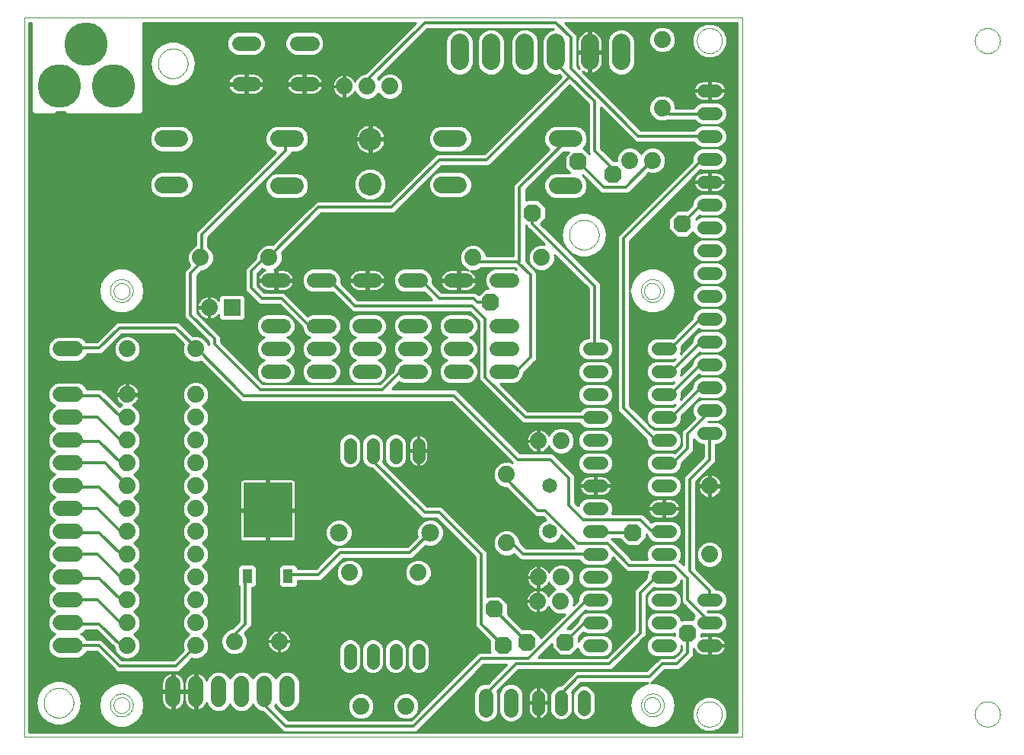
<source format=gbl>
G75*
G70*
%OFA0B0*%
%FSLAX24Y24*%
%IPPOS*%
%LPD*%
%AMOC8*
5,1,8,0,0,1.08239X$1,22.5*
%
%ADD10C,0.0000*%
%ADD11C,0.0800*%
%ADD12C,0.0740*%
%ADD13C,0.0740*%
%ADD14C,0.0560*%
%ADD15C,0.0650*%
%ADD16C,0.0640*%
%ADD17C,0.0680*%
%ADD18C,0.0555*%
%ADD19C,0.1000*%
%ADD20C,0.1900*%
%ADD21R,0.0740X0.0740*%
%ADD22R,0.2126X0.2441*%
%ADD23R,0.0394X0.0630*%
%ADD24C,0.0780*%
%ADD25C,0.0120*%
%ADD26OC8,0.0760*%
%ADD27C,0.0100*%
D10*
X002006Y001159D02*
X002006Y032655D01*
X033426Y032655D01*
X033426Y001159D01*
X002006Y001159D01*
X002856Y002659D02*
X002858Y002709D01*
X002864Y002759D01*
X002874Y002809D01*
X002887Y002857D01*
X002904Y002905D01*
X002925Y002951D01*
X002949Y002995D01*
X002977Y003037D01*
X003008Y003077D01*
X003042Y003114D01*
X003079Y003149D01*
X003118Y003180D01*
X003159Y003209D01*
X003203Y003234D01*
X003249Y003256D01*
X003296Y003274D01*
X003344Y003288D01*
X003393Y003299D01*
X003443Y003306D01*
X003493Y003309D01*
X003544Y003308D01*
X003594Y003303D01*
X003644Y003294D01*
X003692Y003282D01*
X003740Y003265D01*
X003786Y003245D01*
X003831Y003222D01*
X003874Y003195D01*
X003914Y003165D01*
X003952Y003132D01*
X003987Y003096D01*
X004020Y003057D01*
X004049Y003016D01*
X004075Y002973D01*
X004098Y002928D01*
X004117Y002881D01*
X004132Y002833D01*
X004144Y002784D01*
X004152Y002734D01*
X004156Y002684D01*
X004156Y002634D01*
X004152Y002584D01*
X004144Y002534D01*
X004132Y002485D01*
X004117Y002437D01*
X004098Y002390D01*
X004075Y002345D01*
X004049Y002302D01*
X004020Y002261D01*
X003987Y002222D01*
X003952Y002186D01*
X003914Y002153D01*
X003874Y002123D01*
X003831Y002096D01*
X003786Y002073D01*
X003740Y002053D01*
X003692Y002036D01*
X003644Y002024D01*
X003594Y002015D01*
X003544Y002010D01*
X003493Y002009D01*
X003443Y002012D01*
X003393Y002019D01*
X003344Y002030D01*
X003296Y002044D01*
X003249Y002062D01*
X003203Y002084D01*
X003159Y002109D01*
X003118Y002138D01*
X003079Y002169D01*
X003042Y002204D01*
X003008Y002241D01*
X002977Y002281D01*
X002949Y002323D01*
X002925Y002367D01*
X002904Y002413D01*
X002887Y002461D01*
X002874Y002509D01*
X002864Y002559D01*
X002858Y002609D01*
X002856Y002659D01*
X005756Y002559D02*
X005758Y002603D01*
X005764Y002647D01*
X005774Y002690D01*
X005787Y002732D01*
X005804Y002773D01*
X005825Y002812D01*
X005849Y002849D01*
X005876Y002884D01*
X005906Y002916D01*
X005939Y002946D01*
X005975Y002972D01*
X006012Y002996D01*
X006052Y003015D01*
X006093Y003032D01*
X006136Y003044D01*
X006179Y003053D01*
X006223Y003058D01*
X006267Y003059D01*
X006311Y003056D01*
X006355Y003049D01*
X006398Y003038D01*
X006440Y003024D01*
X006480Y003006D01*
X006519Y002984D01*
X006555Y002960D01*
X006589Y002932D01*
X006621Y002901D01*
X006650Y002867D01*
X006676Y002831D01*
X006698Y002793D01*
X006717Y002753D01*
X006732Y002711D01*
X006744Y002669D01*
X006752Y002625D01*
X006756Y002581D01*
X006756Y002537D01*
X006752Y002493D01*
X006744Y002449D01*
X006732Y002407D01*
X006717Y002365D01*
X006698Y002325D01*
X006676Y002287D01*
X006650Y002251D01*
X006621Y002217D01*
X006589Y002186D01*
X006555Y002158D01*
X006519Y002134D01*
X006480Y002112D01*
X006440Y002094D01*
X006398Y002080D01*
X006355Y002069D01*
X006311Y002062D01*
X006267Y002059D01*
X006223Y002060D01*
X006179Y002065D01*
X006136Y002074D01*
X006093Y002086D01*
X006052Y002103D01*
X006012Y002122D01*
X005975Y002146D01*
X005939Y002172D01*
X005906Y002202D01*
X005876Y002234D01*
X005849Y002269D01*
X005825Y002306D01*
X005804Y002345D01*
X005787Y002386D01*
X005774Y002428D01*
X005764Y002471D01*
X005758Y002515D01*
X005756Y002559D01*
X005916Y002553D02*
X005918Y002590D01*
X005924Y002627D01*
X005934Y002663D01*
X005947Y002698D01*
X005964Y002731D01*
X005985Y002762D01*
X006009Y002790D01*
X006036Y002816D01*
X006065Y002839D01*
X006096Y002859D01*
X006130Y002875D01*
X006165Y002888D01*
X006201Y002897D01*
X006238Y002902D01*
X006275Y002903D01*
X006312Y002900D01*
X006349Y002893D01*
X006385Y002882D01*
X006419Y002868D01*
X006452Y002850D01*
X006482Y002828D01*
X006510Y002804D01*
X006535Y002776D01*
X006558Y002746D01*
X006577Y002714D01*
X006592Y002680D01*
X006604Y002645D01*
X006612Y002609D01*
X006616Y002572D01*
X006616Y002534D01*
X006612Y002497D01*
X006604Y002461D01*
X006592Y002426D01*
X006577Y002392D01*
X006558Y002360D01*
X006535Y002330D01*
X006510Y002302D01*
X006482Y002278D01*
X006452Y002256D01*
X006419Y002238D01*
X006385Y002224D01*
X006349Y002213D01*
X006312Y002206D01*
X006275Y002203D01*
X006238Y002204D01*
X006201Y002209D01*
X006165Y002218D01*
X006130Y002231D01*
X006096Y002247D01*
X006065Y002267D01*
X006036Y002290D01*
X006009Y002316D01*
X005985Y002344D01*
X005964Y002375D01*
X005947Y002408D01*
X005934Y002443D01*
X005924Y002479D01*
X005918Y002516D01*
X005916Y002553D01*
X029138Y002553D02*
X029140Y002590D01*
X029146Y002627D01*
X029156Y002663D01*
X029169Y002698D01*
X029186Y002731D01*
X029207Y002762D01*
X029231Y002790D01*
X029258Y002816D01*
X029287Y002839D01*
X029318Y002859D01*
X029352Y002875D01*
X029387Y002888D01*
X029423Y002897D01*
X029460Y002902D01*
X029497Y002903D01*
X029534Y002900D01*
X029571Y002893D01*
X029607Y002882D01*
X029641Y002868D01*
X029674Y002850D01*
X029704Y002828D01*
X029732Y002804D01*
X029757Y002776D01*
X029780Y002746D01*
X029799Y002714D01*
X029814Y002680D01*
X029826Y002645D01*
X029834Y002609D01*
X029838Y002572D01*
X029838Y002534D01*
X029834Y002497D01*
X029826Y002461D01*
X029814Y002426D01*
X029799Y002392D01*
X029780Y002360D01*
X029757Y002330D01*
X029732Y002302D01*
X029704Y002278D01*
X029674Y002256D01*
X029641Y002238D01*
X029607Y002224D01*
X029571Y002213D01*
X029534Y002206D01*
X029497Y002203D01*
X029460Y002204D01*
X029423Y002209D01*
X029387Y002218D01*
X029352Y002231D01*
X029318Y002247D01*
X029287Y002267D01*
X029258Y002290D01*
X029231Y002316D01*
X029207Y002344D01*
X029186Y002375D01*
X029169Y002408D01*
X029156Y002443D01*
X029146Y002479D01*
X029140Y002516D01*
X029138Y002553D01*
X029006Y002559D02*
X029008Y002603D01*
X029014Y002647D01*
X029024Y002690D01*
X029037Y002732D01*
X029054Y002773D01*
X029075Y002812D01*
X029099Y002849D01*
X029126Y002884D01*
X029156Y002916D01*
X029189Y002946D01*
X029225Y002972D01*
X029262Y002996D01*
X029302Y003015D01*
X029343Y003032D01*
X029386Y003044D01*
X029429Y003053D01*
X029473Y003058D01*
X029517Y003059D01*
X029561Y003056D01*
X029605Y003049D01*
X029648Y003038D01*
X029690Y003024D01*
X029730Y003006D01*
X029769Y002984D01*
X029805Y002960D01*
X029839Y002932D01*
X029871Y002901D01*
X029900Y002867D01*
X029926Y002831D01*
X029948Y002793D01*
X029967Y002753D01*
X029982Y002711D01*
X029994Y002669D01*
X030002Y002625D01*
X030006Y002581D01*
X030006Y002537D01*
X030002Y002493D01*
X029994Y002449D01*
X029982Y002407D01*
X029967Y002365D01*
X029948Y002325D01*
X029926Y002287D01*
X029900Y002251D01*
X029871Y002217D01*
X029839Y002186D01*
X029805Y002158D01*
X029769Y002134D01*
X029730Y002112D01*
X029690Y002094D01*
X029648Y002080D01*
X029605Y002069D01*
X029561Y002062D01*
X029517Y002059D01*
X029473Y002060D01*
X029429Y002065D01*
X029386Y002074D01*
X029343Y002086D01*
X029302Y002103D01*
X029262Y002122D01*
X029225Y002146D01*
X029189Y002172D01*
X029156Y002202D01*
X029126Y002234D01*
X029099Y002269D01*
X029075Y002306D01*
X029054Y002345D01*
X029037Y002386D01*
X029024Y002428D01*
X029014Y002471D01*
X029008Y002515D01*
X029006Y002559D01*
X031447Y002163D02*
X031449Y002210D01*
X031455Y002256D01*
X031465Y002302D01*
X031478Y002347D01*
X031496Y002390D01*
X031517Y002432D01*
X031541Y002472D01*
X031569Y002509D01*
X031600Y002544D01*
X031634Y002577D01*
X031670Y002606D01*
X031709Y002632D01*
X031750Y002655D01*
X031793Y002674D01*
X031837Y002690D01*
X031882Y002702D01*
X031928Y002710D01*
X031975Y002714D01*
X032021Y002714D01*
X032068Y002710D01*
X032114Y002702D01*
X032159Y002690D01*
X032203Y002674D01*
X032246Y002655D01*
X032287Y002632D01*
X032326Y002606D01*
X032362Y002577D01*
X032396Y002544D01*
X032427Y002509D01*
X032455Y002472D01*
X032479Y002432D01*
X032500Y002390D01*
X032518Y002347D01*
X032531Y002302D01*
X032541Y002256D01*
X032547Y002210D01*
X032549Y002163D01*
X032547Y002116D01*
X032541Y002070D01*
X032531Y002024D01*
X032518Y001979D01*
X032500Y001936D01*
X032479Y001894D01*
X032455Y001854D01*
X032427Y001817D01*
X032396Y001782D01*
X032362Y001749D01*
X032326Y001720D01*
X032287Y001694D01*
X032246Y001671D01*
X032203Y001652D01*
X032159Y001636D01*
X032114Y001624D01*
X032068Y001616D01*
X032021Y001612D01*
X031975Y001612D01*
X031928Y001616D01*
X031882Y001624D01*
X031837Y001636D01*
X031793Y001652D01*
X031750Y001671D01*
X031709Y001694D01*
X031670Y001720D01*
X031634Y001749D01*
X031600Y001782D01*
X031569Y001817D01*
X031541Y001854D01*
X031517Y001894D01*
X031496Y001936D01*
X031478Y001979D01*
X031465Y002024D01*
X031455Y002070D01*
X031449Y002116D01*
X031447Y002163D01*
X043620Y002163D02*
X043622Y002210D01*
X043628Y002256D01*
X043638Y002302D01*
X043651Y002347D01*
X043669Y002390D01*
X043690Y002432D01*
X043714Y002472D01*
X043742Y002509D01*
X043773Y002544D01*
X043807Y002577D01*
X043843Y002606D01*
X043882Y002632D01*
X043923Y002655D01*
X043966Y002674D01*
X044010Y002690D01*
X044055Y002702D01*
X044101Y002710D01*
X044148Y002714D01*
X044194Y002714D01*
X044241Y002710D01*
X044287Y002702D01*
X044332Y002690D01*
X044376Y002674D01*
X044419Y002655D01*
X044460Y002632D01*
X044499Y002606D01*
X044535Y002577D01*
X044569Y002544D01*
X044600Y002509D01*
X044628Y002472D01*
X044652Y002432D01*
X044673Y002390D01*
X044691Y002347D01*
X044704Y002302D01*
X044714Y002256D01*
X044720Y002210D01*
X044722Y002163D01*
X044720Y002116D01*
X044714Y002070D01*
X044704Y002024D01*
X044691Y001979D01*
X044673Y001936D01*
X044652Y001894D01*
X044628Y001854D01*
X044600Y001817D01*
X044569Y001782D01*
X044535Y001749D01*
X044499Y001720D01*
X044460Y001694D01*
X044419Y001671D01*
X044376Y001652D01*
X044332Y001636D01*
X044287Y001624D01*
X044241Y001616D01*
X044194Y001612D01*
X044148Y001612D01*
X044101Y001616D01*
X044055Y001624D01*
X044010Y001636D01*
X043966Y001652D01*
X043923Y001671D01*
X043882Y001694D01*
X043843Y001720D01*
X043807Y001749D01*
X043773Y001782D01*
X043742Y001817D01*
X043714Y001854D01*
X043690Y001894D01*
X043669Y001936D01*
X043651Y001979D01*
X043638Y002024D01*
X043628Y002070D01*
X043622Y002116D01*
X043620Y002163D01*
X029138Y020687D02*
X029140Y020724D01*
X029146Y020761D01*
X029156Y020797D01*
X029169Y020832D01*
X029186Y020865D01*
X029207Y020896D01*
X029231Y020924D01*
X029258Y020950D01*
X029287Y020973D01*
X029318Y020993D01*
X029352Y021009D01*
X029387Y021022D01*
X029423Y021031D01*
X029460Y021036D01*
X029497Y021037D01*
X029534Y021034D01*
X029571Y021027D01*
X029607Y021016D01*
X029641Y021002D01*
X029674Y020984D01*
X029704Y020962D01*
X029732Y020938D01*
X029757Y020910D01*
X029780Y020880D01*
X029799Y020848D01*
X029814Y020814D01*
X029826Y020779D01*
X029834Y020743D01*
X029838Y020706D01*
X029838Y020668D01*
X029834Y020631D01*
X029826Y020595D01*
X029814Y020560D01*
X029799Y020526D01*
X029780Y020494D01*
X029757Y020464D01*
X029732Y020436D01*
X029704Y020412D01*
X029674Y020390D01*
X029641Y020372D01*
X029607Y020358D01*
X029571Y020347D01*
X029534Y020340D01*
X029497Y020337D01*
X029460Y020338D01*
X029423Y020343D01*
X029387Y020352D01*
X029352Y020365D01*
X029318Y020381D01*
X029287Y020401D01*
X029258Y020424D01*
X029231Y020450D01*
X029207Y020478D01*
X029186Y020509D01*
X029169Y020542D01*
X029156Y020577D01*
X029146Y020613D01*
X029140Y020650D01*
X029138Y020687D01*
X029006Y020709D02*
X029008Y020753D01*
X029014Y020797D01*
X029024Y020840D01*
X029037Y020882D01*
X029054Y020923D01*
X029075Y020962D01*
X029099Y020999D01*
X029126Y021034D01*
X029156Y021066D01*
X029189Y021096D01*
X029225Y021122D01*
X029262Y021146D01*
X029302Y021165D01*
X029343Y021182D01*
X029386Y021194D01*
X029429Y021203D01*
X029473Y021208D01*
X029517Y021209D01*
X029561Y021206D01*
X029605Y021199D01*
X029648Y021188D01*
X029690Y021174D01*
X029730Y021156D01*
X029769Y021134D01*
X029805Y021110D01*
X029839Y021082D01*
X029871Y021051D01*
X029900Y021017D01*
X029926Y020981D01*
X029948Y020943D01*
X029967Y020903D01*
X029982Y020861D01*
X029994Y020819D01*
X030002Y020775D01*
X030006Y020731D01*
X030006Y020687D01*
X030002Y020643D01*
X029994Y020599D01*
X029982Y020557D01*
X029967Y020515D01*
X029948Y020475D01*
X029926Y020437D01*
X029900Y020401D01*
X029871Y020367D01*
X029839Y020336D01*
X029805Y020308D01*
X029769Y020284D01*
X029730Y020262D01*
X029690Y020244D01*
X029648Y020230D01*
X029605Y020219D01*
X029561Y020212D01*
X029517Y020209D01*
X029473Y020210D01*
X029429Y020215D01*
X029386Y020224D01*
X029343Y020236D01*
X029302Y020253D01*
X029262Y020272D01*
X029225Y020296D01*
X029189Y020322D01*
X029156Y020352D01*
X029126Y020384D01*
X029099Y020419D01*
X029075Y020456D01*
X029054Y020495D01*
X029037Y020536D01*
X029024Y020578D01*
X029014Y020621D01*
X029008Y020665D01*
X029006Y020709D01*
X025856Y023159D02*
X025858Y023209D01*
X025864Y023259D01*
X025874Y023309D01*
X025887Y023357D01*
X025904Y023405D01*
X025925Y023451D01*
X025949Y023495D01*
X025977Y023537D01*
X026008Y023577D01*
X026042Y023614D01*
X026079Y023649D01*
X026118Y023680D01*
X026159Y023709D01*
X026203Y023734D01*
X026249Y023756D01*
X026296Y023774D01*
X026344Y023788D01*
X026393Y023799D01*
X026443Y023806D01*
X026493Y023809D01*
X026544Y023808D01*
X026594Y023803D01*
X026644Y023794D01*
X026692Y023782D01*
X026740Y023765D01*
X026786Y023745D01*
X026831Y023722D01*
X026874Y023695D01*
X026914Y023665D01*
X026952Y023632D01*
X026987Y023596D01*
X027020Y023557D01*
X027049Y023516D01*
X027075Y023473D01*
X027098Y023428D01*
X027117Y023381D01*
X027132Y023333D01*
X027144Y023284D01*
X027152Y023234D01*
X027156Y023184D01*
X027156Y023134D01*
X027152Y023084D01*
X027144Y023034D01*
X027132Y022985D01*
X027117Y022937D01*
X027098Y022890D01*
X027075Y022845D01*
X027049Y022802D01*
X027020Y022761D01*
X026987Y022722D01*
X026952Y022686D01*
X026914Y022653D01*
X026874Y022623D01*
X026831Y022596D01*
X026786Y022573D01*
X026740Y022553D01*
X026692Y022536D01*
X026644Y022524D01*
X026594Y022515D01*
X026544Y022510D01*
X026493Y022509D01*
X026443Y022512D01*
X026393Y022519D01*
X026344Y022530D01*
X026296Y022544D01*
X026249Y022562D01*
X026203Y022584D01*
X026159Y022609D01*
X026118Y022638D01*
X026079Y022669D01*
X026042Y022704D01*
X026008Y022741D01*
X025977Y022781D01*
X025949Y022823D01*
X025925Y022867D01*
X025904Y022913D01*
X025887Y022961D01*
X025874Y023009D01*
X025864Y023059D01*
X025858Y023109D01*
X025856Y023159D01*
X031447Y031659D02*
X031449Y031706D01*
X031455Y031752D01*
X031465Y031798D01*
X031478Y031843D01*
X031496Y031886D01*
X031517Y031928D01*
X031541Y031968D01*
X031569Y032005D01*
X031600Y032040D01*
X031634Y032073D01*
X031670Y032102D01*
X031709Y032128D01*
X031750Y032151D01*
X031793Y032170D01*
X031837Y032186D01*
X031882Y032198D01*
X031928Y032206D01*
X031975Y032210D01*
X032021Y032210D01*
X032068Y032206D01*
X032114Y032198D01*
X032159Y032186D01*
X032203Y032170D01*
X032246Y032151D01*
X032287Y032128D01*
X032326Y032102D01*
X032362Y032073D01*
X032396Y032040D01*
X032427Y032005D01*
X032455Y031968D01*
X032479Y031928D01*
X032500Y031886D01*
X032518Y031843D01*
X032531Y031798D01*
X032541Y031752D01*
X032547Y031706D01*
X032549Y031659D01*
X032547Y031612D01*
X032541Y031566D01*
X032531Y031520D01*
X032518Y031475D01*
X032500Y031432D01*
X032479Y031390D01*
X032455Y031350D01*
X032427Y031313D01*
X032396Y031278D01*
X032362Y031245D01*
X032326Y031216D01*
X032287Y031190D01*
X032246Y031167D01*
X032203Y031148D01*
X032159Y031132D01*
X032114Y031120D01*
X032068Y031112D01*
X032021Y031108D01*
X031975Y031108D01*
X031928Y031112D01*
X031882Y031120D01*
X031837Y031132D01*
X031793Y031148D01*
X031750Y031167D01*
X031709Y031190D01*
X031670Y031216D01*
X031634Y031245D01*
X031600Y031278D01*
X031569Y031313D01*
X031541Y031350D01*
X031517Y031390D01*
X031496Y031432D01*
X031478Y031475D01*
X031465Y031520D01*
X031455Y031566D01*
X031449Y031612D01*
X031447Y031659D01*
X043620Y031659D02*
X043622Y031706D01*
X043628Y031752D01*
X043638Y031798D01*
X043651Y031843D01*
X043669Y031886D01*
X043690Y031928D01*
X043714Y031968D01*
X043742Y032005D01*
X043773Y032040D01*
X043807Y032073D01*
X043843Y032102D01*
X043882Y032128D01*
X043923Y032151D01*
X043966Y032170D01*
X044010Y032186D01*
X044055Y032198D01*
X044101Y032206D01*
X044148Y032210D01*
X044194Y032210D01*
X044241Y032206D01*
X044287Y032198D01*
X044332Y032186D01*
X044376Y032170D01*
X044419Y032151D01*
X044460Y032128D01*
X044499Y032102D01*
X044535Y032073D01*
X044569Y032040D01*
X044600Y032005D01*
X044628Y031968D01*
X044652Y031928D01*
X044673Y031886D01*
X044691Y031843D01*
X044704Y031798D01*
X044714Y031752D01*
X044720Y031706D01*
X044722Y031659D01*
X044720Y031612D01*
X044714Y031566D01*
X044704Y031520D01*
X044691Y031475D01*
X044673Y031432D01*
X044652Y031390D01*
X044628Y031350D01*
X044600Y031313D01*
X044569Y031278D01*
X044535Y031245D01*
X044499Y031216D01*
X044460Y031190D01*
X044419Y031167D01*
X044376Y031148D01*
X044332Y031132D01*
X044287Y031120D01*
X044241Y031112D01*
X044194Y031108D01*
X044148Y031108D01*
X044101Y031112D01*
X044055Y031120D01*
X044010Y031132D01*
X043966Y031148D01*
X043923Y031167D01*
X043882Y031190D01*
X043843Y031216D01*
X043807Y031245D01*
X043773Y031278D01*
X043742Y031313D01*
X043714Y031350D01*
X043690Y031390D01*
X043669Y031432D01*
X043651Y031475D01*
X043638Y031520D01*
X043628Y031566D01*
X043622Y031612D01*
X043620Y031659D01*
X007856Y030659D02*
X007858Y030709D01*
X007864Y030759D01*
X007874Y030809D01*
X007887Y030857D01*
X007904Y030905D01*
X007925Y030951D01*
X007949Y030995D01*
X007977Y031037D01*
X008008Y031077D01*
X008042Y031114D01*
X008079Y031149D01*
X008118Y031180D01*
X008159Y031209D01*
X008203Y031234D01*
X008249Y031256D01*
X008296Y031274D01*
X008344Y031288D01*
X008393Y031299D01*
X008443Y031306D01*
X008493Y031309D01*
X008544Y031308D01*
X008594Y031303D01*
X008644Y031294D01*
X008692Y031282D01*
X008740Y031265D01*
X008786Y031245D01*
X008831Y031222D01*
X008874Y031195D01*
X008914Y031165D01*
X008952Y031132D01*
X008987Y031096D01*
X009020Y031057D01*
X009049Y031016D01*
X009075Y030973D01*
X009098Y030928D01*
X009117Y030881D01*
X009132Y030833D01*
X009144Y030784D01*
X009152Y030734D01*
X009156Y030684D01*
X009156Y030634D01*
X009152Y030584D01*
X009144Y030534D01*
X009132Y030485D01*
X009117Y030437D01*
X009098Y030390D01*
X009075Y030345D01*
X009049Y030302D01*
X009020Y030261D01*
X008987Y030222D01*
X008952Y030186D01*
X008914Y030153D01*
X008874Y030123D01*
X008831Y030096D01*
X008786Y030073D01*
X008740Y030053D01*
X008692Y030036D01*
X008644Y030024D01*
X008594Y030015D01*
X008544Y030010D01*
X008493Y030009D01*
X008443Y030012D01*
X008393Y030019D01*
X008344Y030030D01*
X008296Y030044D01*
X008249Y030062D01*
X008203Y030084D01*
X008159Y030109D01*
X008118Y030138D01*
X008079Y030169D01*
X008042Y030204D01*
X008008Y030241D01*
X007977Y030281D01*
X007949Y030323D01*
X007925Y030367D01*
X007904Y030413D01*
X007887Y030461D01*
X007874Y030509D01*
X007864Y030559D01*
X007858Y030609D01*
X007856Y030659D01*
X005756Y020709D02*
X005758Y020753D01*
X005764Y020797D01*
X005774Y020840D01*
X005787Y020882D01*
X005804Y020923D01*
X005825Y020962D01*
X005849Y020999D01*
X005876Y021034D01*
X005906Y021066D01*
X005939Y021096D01*
X005975Y021122D01*
X006012Y021146D01*
X006052Y021165D01*
X006093Y021182D01*
X006136Y021194D01*
X006179Y021203D01*
X006223Y021208D01*
X006267Y021209D01*
X006311Y021206D01*
X006355Y021199D01*
X006398Y021188D01*
X006440Y021174D01*
X006480Y021156D01*
X006519Y021134D01*
X006555Y021110D01*
X006589Y021082D01*
X006621Y021051D01*
X006650Y021017D01*
X006676Y020981D01*
X006698Y020943D01*
X006717Y020903D01*
X006732Y020861D01*
X006744Y020819D01*
X006752Y020775D01*
X006756Y020731D01*
X006756Y020687D01*
X006752Y020643D01*
X006744Y020599D01*
X006732Y020557D01*
X006717Y020515D01*
X006698Y020475D01*
X006676Y020437D01*
X006650Y020401D01*
X006621Y020367D01*
X006589Y020336D01*
X006555Y020308D01*
X006519Y020284D01*
X006480Y020262D01*
X006440Y020244D01*
X006398Y020230D01*
X006355Y020219D01*
X006311Y020212D01*
X006267Y020209D01*
X006223Y020210D01*
X006179Y020215D01*
X006136Y020224D01*
X006093Y020236D01*
X006052Y020253D01*
X006012Y020272D01*
X005975Y020296D01*
X005939Y020322D01*
X005906Y020352D01*
X005876Y020384D01*
X005849Y020419D01*
X005825Y020456D01*
X005804Y020495D01*
X005787Y020536D01*
X005774Y020578D01*
X005764Y020621D01*
X005758Y020665D01*
X005756Y020709D01*
X005916Y020687D02*
X005918Y020724D01*
X005924Y020761D01*
X005934Y020797D01*
X005947Y020832D01*
X005964Y020865D01*
X005985Y020896D01*
X006009Y020924D01*
X006036Y020950D01*
X006065Y020973D01*
X006096Y020993D01*
X006130Y021009D01*
X006165Y021022D01*
X006201Y021031D01*
X006238Y021036D01*
X006275Y021037D01*
X006312Y021034D01*
X006349Y021027D01*
X006385Y021016D01*
X006419Y021002D01*
X006452Y020984D01*
X006482Y020962D01*
X006510Y020938D01*
X006535Y020910D01*
X006558Y020880D01*
X006577Y020848D01*
X006592Y020814D01*
X006604Y020779D01*
X006612Y020743D01*
X006616Y020706D01*
X006616Y020668D01*
X006612Y020631D01*
X006604Y020595D01*
X006592Y020560D01*
X006577Y020526D01*
X006558Y020494D01*
X006535Y020464D01*
X006510Y020436D01*
X006482Y020412D01*
X006452Y020390D01*
X006419Y020372D01*
X006385Y020358D01*
X006349Y020347D01*
X006312Y020340D01*
X006275Y020337D01*
X006238Y020338D01*
X006201Y020343D01*
X006165Y020352D01*
X006130Y020365D01*
X006096Y020381D01*
X006065Y020401D01*
X006036Y020424D01*
X006009Y020450D01*
X005985Y020478D01*
X005964Y020509D01*
X005947Y020542D01*
X005934Y020577D01*
X005924Y020613D01*
X005918Y020650D01*
X005916Y020687D01*
D11*
X021056Y030759D02*
X021056Y031559D01*
X022434Y031559D02*
X022434Y030759D01*
X023906Y030759D02*
X023906Y031559D01*
X025284Y031559D02*
X025284Y030759D01*
X026756Y030759D02*
X026756Y031559D01*
X028134Y031559D02*
X028134Y030759D01*
D12*
X029931Y031702D03*
X029931Y028702D03*
X029506Y026409D03*
X028506Y026409D03*
X024643Y022159D03*
X021643Y022159D03*
X012718Y022159D03*
X009718Y022159D03*
X010092Y019970D03*
X009506Y018159D03*
X009506Y016159D03*
X009506Y015159D03*
X009506Y014159D03*
X009506Y013159D03*
X009506Y012159D03*
X009506Y011159D03*
X009506Y010159D03*
X009506Y009159D03*
X009506Y008159D03*
X009506Y007159D03*
X009506Y006159D03*
X009506Y005159D03*
X011193Y005344D03*
X013162Y005344D03*
X016738Y002512D03*
X018707Y002512D03*
X024487Y007109D03*
X025487Y007109D03*
X025506Y008158D03*
X024506Y008158D03*
X023112Y009659D03*
X019243Y008363D03*
X016243Y008363D03*
X023112Y012659D03*
X024506Y014131D03*
X025506Y014131D03*
X032006Y012159D03*
X032006Y009159D03*
X006506Y009159D03*
X006506Y008159D03*
X006506Y007159D03*
X006506Y006159D03*
X006506Y005159D03*
X006506Y010159D03*
X006506Y011159D03*
X006506Y012159D03*
X006506Y013159D03*
X006506Y014159D03*
X006506Y015159D03*
X006506Y016159D03*
X006506Y018159D03*
X016006Y029659D03*
X017006Y029659D03*
X018006Y029659D03*
D13*
X020280Y027364D02*
X021020Y027364D01*
X021020Y025348D02*
X020280Y025348D01*
X025332Y025308D02*
X026072Y025308D01*
X026072Y027364D02*
X025332Y027364D01*
X013866Y027364D02*
X013126Y027364D01*
X013126Y025308D02*
X013866Y025308D01*
X008814Y025348D02*
X008074Y025348D01*
X008074Y027364D02*
X008814Y027364D01*
D14*
X026726Y018159D02*
X027286Y018159D01*
X027286Y017159D02*
X026726Y017159D01*
X026726Y016159D02*
X027286Y016159D01*
X027286Y015159D02*
X026726Y015159D01*
X026726Y014159D02*
X027286Y014159D01*
X027286Y013159D02*
X026726Y013159D01*
X026726Y012159D02*
X027286Y012159D01*
X027286Y011159D02*
X026726Y011159D01*
X026726Y010159D02*
X027286Y010159D01*
X027286Y009159D02*
X026726Y009159D01*
X026726Y008159D02*
X027286Y008159D01*
X027286Y007159D02*
X026726Y007159D01*
X026726Y006159D02*
X027286Y006159D01*
X027286Y005159D02*
X026726Y005159D01*
X026506Y002939D02*
X026506Y002379D01*
X025506Y002379D02*
X025506Y002939D01*
X024506Y002939D02*
X024506Y002379D01*
X029726Y005159D02*
X030286Y005159D01*
X030286Y006159D02*
X029726Y006159D01*
X029726Y007159D02*
X030286Y007159D01*
X030286Y008159D02*
X029726Y008159D01*
X029726Y009159D02*
X030286Y009159D01*
X030286Y010159D02*
X029726Y010159D01*
X029726Y011159D02*
X030286Y011159D01*
X030286Y012159D02*
X029726Y012159D01*
X029726Y013159D02*
X030286Y013159D01*
X030286Y014159D02*
X029726Y014159D01*
X029726Y015159D02*
X030286Y015159D01*
X030286Y016159D02*
X029726Y016159D01*
X029726Y017159D02*
X030286Y017159D01*
X030286Y018159D02*
X029726Y018159D01*
X031726Y007159D02*
X032286Y007159D01*
X032286Y006159D02*
X031726Y006159D01*
X031726Y005159D02*
X032286Y005159D01*
D15*
X025006Y010159D03*
X025006Y012159D03*
D16*
X023326Y017159D02*
X022686Y017159D01*
X022686Y018159D02*
X023326Y018159D01*
X023326Y019159D02*
X022686Y019159D01*
X021326Y019159D02*
X020686Y019159D01*
X020686Y018159D02*
X021326Y018159D01*
X021326Y017159D02*
X020686Y017159D01*
X019326Y017159D02*
X018686Y017159D01*
X018686Y018159D02*
X019326Y018159D01*
X019326Y019159D02*
X018686Y019159D01*
X017326Y019159D02*
X016686Y019159D01*
X016686Y018159D02*
X017326Y018159D01*
X017326Y017159D02*
X016686Y017159D01*
X015326Y017159D02*
X014686Y017159D01*
X014686Y018159D02*
X015326Y018159D01*
X015326Y019159D02*
X014686Y019159D01*
X013326Y019159D02*
X012686Y019159D01*
X012686Y018159D02*
X013326Y018159D01*
X013326Y017159D02*
X012686Y017159D01*
X012686Y021159D02*
X013326Y021159D01*
X014686Y021159D02*
X015326Y021159D01*
X016686Y021159D02*
X017326Y021159D01*
X018686Y021159D02*
X019326Y021159D01*
X020686Y021159D02*
X021326Y021159D01*
X022686Y021159D02*
X023326Y021159D01*
X014589Y029760D02*
X013949Y029760D01*
X012029Y029760D02*
X011389Y029760D01*
X011389Y031540D02*
X012029Y031540D01*
X013949Y031540D02*
X014589Y031540D01*
X022206Y002979D02*
X022206Y002339D01*
X023306Y002339D02*
X023306Y002979D01*
D17*
X013506Y002819D02*
X013506Y003499D01*
X012506Y003499D02*
X012506Y002819D01*
X011506Y002819D02*
X011506Y003499D01*
X010506Y003499D02*
X010506Y002819D01*
X009506Y002819D02*
X009506Y003499D01*
X008506Y003499D02*
X008506Y002819D01*
X004253Y005159D02*
X003573Y005159D01*
X003573Y006159D02*
X004253Y006159D01*
X004253Y007159D02*
X003573Y007159D01*
X003573Y008159D02*
X004253Y008159D01*
X004253Y009159D02*
X003573Y009159D01*
X003573Y010159D02*
X004253Y010159D01*
X004253Y011159D02*
X003573Y011159D01*
X003573Y012159D02*
X004253Y012159D01*
X004253Y013159D02*
X003573Y013159D01*
X003573Y014159D02*
X004253Y014159D01*
X004253Y015159D02*
X003573Y015159D01*
X003573Y016159D02*
X004253Y016159D01*
X004253Y018159D02*
X003573Y018159D01*
D18*
X016256Y013974D02*
X016256Y013419D01*
X017256Y013419D02*
X017256Y013974D01*
X018256Y013974D02*
X018256Y013419D01*
X019256Y013419D02*
X019256Y013974D01*
X019256Y004974D02*
X019256Y004419D01*
X018256Y004419D02*
X018256Y004974D01*
X017256Y004974D02*
X017256Y004419D01*
X016256Y004419D02*
X016256Y004974D01*
X031728Y014470D02*
X032283Y014470D01*
X032283Y015470D02*
X031728Y015470D01*
X031728Y016470D02*
X032283Y016470D01*
X032283Y017470D02*
X031728Y017470D01*
X031728Y018470D02*
X032283Y018470D01*
X032283Y019470D02*
X031728Y019470D01*
X031728Y020470D02*
X032283Y020470D01*
X032283Y021470D02*
X031728Y021470D01*
X031728Y022470D02*
X032283Y022470D01*
X032283Y023470D02*
X031728Y023470D01*
X031728Y024470D02*
X032283Y024470D01*
X032283Y025470D02*
X031728Y025470D01*
X031728Y026470D02*
X032283Y026470D01*
X032283Y027470D02*
X031728Y027470D01*
X031728Y028470D02*
X032283Y028470D01*
X032283Y029470D02*
X031728Y029470D01*
D19*
X017141Y027340D03*
X017141Y025372D03*
D20*
X005899Y029659D03*
X003537Y029659D03*
X004718Y031509D03*
D21*
X011092Y019970D03*
D22*
X012656Y011093D03*
D23*
X013553Y008219D03*
X011758Y008219D03*
D24*
X015778Y010109D03*
X019778Y010109D03*
D25*
X019766Y010119D01*
X018886Y009239D01*
X015846Y009239D01*
X014886Y008279D01*
X013606Y008279D01*
X013553Y008219D01*
X011758Y008219D02*
X011686Y008199D01*
X011686Y006119D01*
X011206Y005639D01*
X011206Y005399D01*
X011193Y005344D01*
X009526Y005159D02*
X009506Y005159D01*
X009526Y005159D02*
X008646Y004279D01*
X006166Y004279D01*
X005286Y005159D01*
X003913Y005159D01*
X003926Y006119D02*
X003913Y006159D01*
X003926Y006119D02*
X005286Y006119D01*
X006246Y005159D01*
X006506Y005159D01*
X006506Y006159D02*
X006486Y006199D01*
X006166Y006199D01*
X005206Y007159D01*
X003913Y007159D01*
X003926Y008119D02*
X003913Y008159D01*
X003926Y008119D02*
X005286Y008119D01*
X006246Y007159D01*
X006506Y007159D01*
X006506Y008159D02*
X006486Y008199D01*
X006166Y008199D01*
X005206Y009159D01*
X003913Y009159D01*
X003926Y010119D02*
X003913Y010159D01*
X003926Y010119D02*
X005286Y010119D01*
X006246Y009159D01*
X006506Y009159D01*
X006506Y010159D02*
X006486Y010199D01*
X006166Y010199D01*
X005206Y011159D01*
X003913Y011159D01*
X003926Y012119D02*
X003913Y012159D01*
X003926Y012119D02*
X005286Y012119D01*
X006246Y011159D01*
X006506Y011159D01*
X006506Y012159D02*
X006486Y012199D01*
X005526Y013159D01*
X003913Y013159D01*
X003926Y014119D02*
X003913Y014159D01*
X003926Y014119D02*
X005286Y014119D01*
X006246Y013159D01*
X006506Y013159D01*
X006506Y014159D02*
X006486Y014199D01*
X006166Y014199D01*
X005206Y015159D01*
X003913Y015159D01*
X003926Y016119D02*
X003913Y016159D01*
X003926Y016119D02*
X005286Y016119D01*
X006246Y015159D01*
X006506Y015159D01*
X005286Y018199D02*
X003926Y018199D01*
X003913Y018159D01*
X005286Y018199D02*
X006166Y019079D01*
X008646Y019079D01*
X009526Y018199D01*
X009506Y018159D01*
X009526Y018199D02*
X011606Y016119D01*
X020806Y016119D01*
X023606Y013319D01*
X025046Y013319D01*
X025846Y012519D01*
X025846Y011319D01*
X026486Y010679D01*
X028966Y010679D01*
X029446Y010199D01*
X030006Y010199D01*
X030006Y010159D01*
X028646Y010119D02*
X027046Y010119D01*
X027006Y010159D01*
X027526Y009639D02*
X026246Y009639D01*
X024806Y011079D01*
X024486Y011079D01*
X023126Y012439D01*
X023126Y012599D01*
X023112Y012659D01*
X020166Y010999D02*
X022006Y009159D01*
X022006Y006119D01*
X022966Y005159D01*
X023526Y004359D02*
X027606Y004359D01*
X028966Y005719D01*
X028966Y007479D01*
X029606Y008119D01*
X030006Y008119D01*
X030006Y008159D01*
X030486Y008679D02*
X028486Y008679D01*
X027526Y009639D01*
X027006Y009159D02*
X023846Y009159D01*
X023366Y009639D01*
X023126Y009639D01*
X023112Y009659D01*
X020166Y010999D02*
X019526Y010999D01*
X017286Y013239D01*
X017286Y013639D01*
X017256Y013696D01*
X017686Y016359D02*
X012326Y016359D01*
X010326Y018359D01*
X010326Y018599D01*
X009286Y019639D01*
X009286Y021479D01*
X009686Y021879D01*
X009686Y022119D01*
X009718Y022159D01*
X009766Y022199D01*
X009766Y023159D01*
X013446Y026839D01*
X013446Y027319D01*
X013496Y027364D01*
X017006Y029659D02*
X017046Y029719D01*
X017046Y029959D01*
X019526Y032439D01*
X025286Y032439D01*
X025926Y031799D01*
X025926Y030439D01*
X028886Y027479D01*
X032006Y027479D01*
X032006Y027470D01*
X032006Y028439D02*
X032006Y028470D01*
X032006Y028439D02*
X030246Y028439D01*
X030006Y028679D01*
X029931Y028702D01*
X031686Y026439D02*
X028246Y022999D01*
X028246Y015559D01*
X029606Y014199D01*
X030006Y014199D01*
X030006Y014159D01*
X030006Y013159D02*
X030406Y013159D01*
X031046Y013799D01*
X031046Y014439D01*
X032006Y015399D01*
X032006Y015470D01*
X032006Y016439D02*
X031606Y016439D01*
X030326Y015159D01*
X030006Y015159D01*
X030006Y016159D02*
X030006Y016199D01*
X030326Y016199D01*
X031526Y017399D01*
X032006Y017399D01*
X032006Y017470D01*
X032006Y018439D02*
X031606Y018439D01*
X030326Y017159D01*
X030006Y017159D01*
X030006Y018159D02*
X030006Y018199D01*
X030326Y018199D01*
X031526Y019399D01*
X032006Y019399D01*
X032006Y019470D01*
X032006Y018470D02*
X032006Y018439D01*
X032006Y016470D02*
X032006Y016439D01*
X032006Y014470D02*
X032006Y013319D01*
X031126Y012439D01*
X031126Y008439D01*
X032006Y007559D01*
X032006Y007159D01*
X031046Y007159D02*
X032006Y006199D01*
X032006Y006159D01*
X031046Y005719D02*
X031046Y004839D01*
X030566Y004359D01*
X029926Y004359D01*
X029366Y003799D01*
X026246Y003799D01*
X025526Y003079D01*
X025526Y002679D01*
X025506Y002659D01*
X024086Y004599D02*
X022006Y004599D01*
X019046Y001639D01*
X013446Y001639D01*
X012566Y002519D01*
X012566Y003159D01*
X012506Y003159D01*
X022206Y002659D02*
X022246Y002679D01*
X022246Y003079D01*
X023526Y004359D01*
X024086Y004599D02*
X026646Y007159D01*
X027006Y007159D01*
X027006Y006159D02*
X026966Y006119D01*
X026486Y006119D01*
X025686Y005319D01*
X024006Y005319D02*
X022566Y006759D01*
X030486Y008679D02*
X031046Y008119D01*
X031046Y007159D01*
X027006Y015159D02*
X023926Y015159D01*
X022166Y016919D01*
X022166Y019479D01*
X021606Y020039D01*
X016486Y020039D01*
X015366Y021159D01*
X015006Y021159D01*
X013286Y020359D02*
X012406Y020359D01*
X011926Y020839D01*
X011926Y021559D01*
X012486Y022119D01*
X012646Y022119D01*
X012718Y022159D01*
X012726Y022199D01*
X014886Y024359D01*
X018086Y024359D01*
X020166Y026439D01*
X022246Y026439D01*
X025886Y030079D01*
X026966Y028999D01*
X026966Y026839D01*
X027766Y026039D01*
X027766Y025799D01*
X027366Y025239D02*
X026246Y026359D01*
X025766Y027319D02*
X025702Y027364D01*
X025766Y027319D02*
X023686Y025239D01*
X023686Y021959D01*
X023646Y021919D01*
X024166Y021399D01*
X024166Y017799D01*
X023526Y017159D01*
X023006Y017159D01*
X022406Y020199D02*
X021846Y020199D01*
X021686Y020359D01*
X020166Y020359D01*
X019366Y021159D01*
X019006Y021159D01*
X021643Y022159D02*
X021686Y022119D01*
X021846Y021959D01*
X023606Y021959D01*
X023646Y021919D01*
X024246Y023639D02*
X024246Y024119D01*
X024246Y023639D02*
X026966Y020919D01*
X026966Y018199D01*
X027006Y018159D01*
X030806Y023639D02*
X031606Y024439D01*
X032006Y024439D01*
X032006Y024470D01*
X032006Y026439D02*
X031686Y026439D01*
X032006Y026439D02*
X032006Y026470D01*
X029506Y026409D02*
X029446Y026359D01*
X028326Y025239D01*
X027366Y025239D01*
X025886Y030079D02*
X025286Y030679D01*
X025286Y031159D01*
X025284Y031159D01*
X013286Y020359D02*
X014486Y019159D01*
X015006Y019159D01*
X017686Y016359D02*
X018486Y017159D01*
X019006Y017159D01*
D26*
X022406Y020199D03*
X024246Y024119D03*
X026246Y026359D03*
X027766Y025799D03*
X030806Y023639D03*
X028646Y010119D03*
X031046Y005719D03*
X025686Y005319D03*
X024006Y005319D03*
X022966Y005159D03*
X022566Y006759D03*
X003606Y028199D03*
D27*
X002419Y028449D02*
X007093Y028449D01*
X007216Y028572D01*
X007216Y032445D01*
X019150Y032445D01*
X016943Y030239D01*
X016890Y030239D01*
X016677Y030150D01*
X016514Y029987D01*
X016473Y029887D01*
X016450Y029931D01*
X016402Y029997D01*
X016344Y030055D01*
X016278Y030103D01*
X016205Y030141D01*
X016127Y030166D01*
X016047Y030179D01*
X016034Y030179D01*
X016034Y029688D01*
X015977Y029688D01*
X015977Y030179D01*
X015965Y030179D01*
X015884Y030166D01*
X015806Y030141D01*
X015733Y030103D01*
X015667Y030055D01*
X015609Y029997D01*
X015561Y029931D01*
X015524Y029858D01*
X015498Y029780D01*
X015486Y029700D01*
X015486Y029687D01*
X015977Y029687D01*
X015977Y029630D01*
X016034Y029630D01*
X016034Y029139D01*
X016047Y029139D01*
X016127Y029151D01*
X016205Y029177D01*
X016278Y029214D01*
X016344Y029262D01*
X016402Y029320D01*
X016450Y029386D01*
X016473Y029430D01*
X016514Y029330D01*
X016677Y029167D01*
X016890Y029079D01*
X017121Y029079D01*
X017334Y029167D01*
X017497Y029330D01*
X017506Y029350D01*
X017514Y029330D01*
X017677Y029167D01*
X017890Y029079D01*
X018121Y029079D01*
X018334Y029167D01*
X018497Y029330D01*
X018586Y029543D01*
X018586Y029774D01*
X018497Y029987D01*
X018334Y030150D01*
X018121Y030239D01*
X017890Y030239D01*
X017677Y030150D01*
X017514Y029987D01*
X017506Y029967D01*
X017497Y029987D01*
X017476Y030008D01*
X019637Y032169D01*
X025174Y032169D01*
X025162Y032169D01*
X024938Y032076D01*
X024766Y031905D01*
X024423Y031905D01*
X024251Y032076D01*
X024027Y032169D01*
X023784Y032169D01*
X023560Y032076D01*
X023389Y031905D01*
X022951Y031905D01*
X022779Y032076D01*
X022555Y032169D01*
X022312Y032169D01*
X022088Y032076D01*
X021916Y031905D01*
X021573Y031905D01*
X021401Y032076D01*
X021177Y032169D01*
X020934Y032169D01*
X020710Y032076D01*
X020539Y031905D01*
X019373Y031905D01*
X019471Y032003D02*
X020637Y032003D01*
X020539Y031905D02*
X020446Y031680D01*
X020446Y030638D01*
X020539Y030414D01*
X020710Y030242D01*
X020934Y030149D01*
X021177Y030149D01*
X021401Y030242D01*
X021573Y030414D01*
X021666Y030638D01*
X021666Y031680D01*
X021573Y031905D01*
X021614Y031806D02*
X021876Y031806D01*
X021916Y031905D02*
X021824Y031680D01*
X021824Y030638D01*
X021916Y030414D01*
X022088Y030242D01*
X022312Y030149D01*
X022555Y030149D01*
X022779Y030242D01*
X022951Y030414D01*
X023044Y030638D01*
X023044Y031680D01*
X022951Y031905D01*
X022992Y031806D02*
X023348Y031806D01*
X023389Y031905D02*
X023296Y031680D01*
X023296Y030638D01*
X023389Y030414D01*
X023560Y030242D01*
X023784Y030149D01*
X024027Y030149D01*
X024251Y030242D01*
X024423Y030414D01*
X024516Y030638D01*
X024516Y031680D01*
X024423Y031905D01*
X024464Y031806D02*
X024726Y031806D01*
X024766Y031905D02*
X024674Y031680D01*
X024674Y030638D01*
X024766Y030414D01*
X024938Y030242D01*
X025162Y030149D01*
X025405Y030149D01*
X025425Y030158D01*
X025504Y030079D01*
X022134Y026709D01*
X020112Y026709D01*
X020013Y026668D01*
X019937Y026592D01*
X017974Y024629D01*
X014832Y024629D01*
X014733Y024588D01*
X014657Y024512D01*
X012869Y022724D01*
X012834Y022739D01*
X012603Y022739D01*
X012390Y022651D01*
X012227Y022488D01*
X012138Y022274D01*
X012138Y022153D01*
X011697Y021712D01*
X011656Y021613D01*
X011656Y021505D01*
X011656Y020785D01*
X011697Y020686D01*
X011773Y020610D01*
X012253Y020130D01*
X012352Y020089D01*
X012459Y020089D01*
X013174Y020089D01*
X014156Y019107D01*
X014156Y019054D01*
X014236Y018859D01*
X014385Y018710D01*
X014508Y018659D01*
X014385Y018608D01*
X014236Y018459D01*
X014156Y018264D01*
X014156Y018054D01*
X014236Y017859D01*
X014385Y017710D01*
X014508Y017659D01*
X014385Y017608D01*
X014236Y017459D01*
X014156Y017264D01*
X014156Y017054D01*
X014236Y016859D01*
X014385Y016710D01*
X014580Y016629D01*
X015431Y016629D01*
X015626Y016710D01*
X015775Y016859D01*
X015856Y017054D01*
X015856Y017264D01*
X015775Y017459D01*
X015626Y017608D01*
X015503Y017659D01*
X015626Y017710D01*
X015775Y017859D01*
X015856Y018054D01*
X015856Y018264D01*
X015775Y018459D01*
X015626Y018608D01*
X015503Y018659D01*
X015626Y018710D01*
X015775Y018859D01*
X015856Y019054D01*
X015856Y019264D01*
X015775Y019459D01*
X015626Y019608D01*
X015431Y019689D01*
X014580Y019689D01*
X014409Y019618D01*
X013515Y020512D01*
X013439Y020588D01*
X013339Y020629D01*
X012517Y020629D01*
X012196Y020951D01*
X012196Y021447D01*
X012408Y021660D01*
X012539Y021606D01*
X012505Y021595D01*
X012439Y021561D01*
X012379Y021518D01*
X012327Y021465D01*
X012284Y021405D01*
X012250Y021339D01*
X012227Y021269D01*
X012218Y021209D01*
X012955Y021209D01*
X012955Y021109D01*
X012218Y021109D01*
X012227Y021049D01*
X012250Y020979D01*
X012284Y020913D01*
X012327Y020853D01*
X012379Y020801D01*
X012439Y020757D01*
X012505Y020724D01*
X012576Y020701D01*
X012649Y020689D01*
X012956Y020689D01*
X012956Y021109D01*
X013056Y021109D01*
X013056Y021209D01*
X013794Y021209D01*
X013784Y021269D01*
X013761Y021339D01*
X013728Y021405D01*
X013684Y021465D01*
X013632Y021518D01*
X013572Y021561D01*
X013506Y021595D01*
X013436Y021617D01*
X013363Y021629D01*
X013056Y021629D01*
X013056Y021209D01*
X012956Y021209D01*
X012956Y021629D01*
X012954Y021629D01*
X013047Y021667D01*
X013210Y021831D01*
X013298Y022044D01*
X013298Y022274D01*
X013264Y022356D01*
X014997Y024089D01*
X018032Y024089D01*
X018139Y024089D01*
X018239Y024130D01*
X020277Y026169D01*
X022192Y026169D01*
X022299Y026169D01*
X022399Y026210D01*
X025886Y029697D01*
X026696Y028887D01*
X026696Y026785D01*
X026725Y026714D01*
X026490Y026949D01*
X026477Y026949D01*
X026563Y027035D01*
X026652Y027249D01*
X026652Y027479D01*
X026563Y027693D01*
X026400Y027856D01*
X026187Y027944D01*
X025216Y027944D01*
X025003Y027856D01*
X024840Y027693D01*
X024752Y027479D01*
X024752Y027249D01*
X024840Y027035D01*
X024970Y026905D01*
X023457Y025392D01*
X023416Y025293D01*
X023416Y025185D01*
X023416Y022229D01*
X022223Y022229D01*
X022223Y022274D01*
X022135Y022488D01*
X021972Y022651D01*
X021759Y022739D01*
X021528Y022739D01*
X021315Y022651D01*
X021152Y022488D01*
X021063Y022274D01*
X021063Y022044D01*
X021152Y021831D01*
X021315Y021667D01*
X021435Y021617D01*
X021363Y021629D01*
X021056Y021629D01*
X021056Y021209D01*
X021794Y021209D01*
X021784Y021269D01*
X021761Y021339D01*
X021728Y021405D01*
X021684Y021465D01*
X021632Y021518D01*
X021572Y021561D01*
X021536Y021579D01*
X021759Y021579D01*
X021972Y021667D01*
X021994Y021689D01*
X023494Y021689D01*
X023538Y021645D01*
X023431Y021689D01*
X022580Y021689D01*
X022385Y021608D01*
X022236Y021459D01*
X021689Y021459D01*
X021751Y021360D02*
X022195Y021360D01*
X022156Y021264D02*
X022156Y021054D01*
X022236Y020859D01*
X022306Y020789D01*
X022161Y020789D01*
X021899Y020527D01*
X021839Y020588D01*
X021739Y020629D01*
X020277Y020629D01*
X019855Y021052D01*
X019856Y021054D01*
X019856Y021264D01*
X019775Y021459D01*
X020323Y021459D01*
X020327Y021465D02*
X020284Y021405D01*
X020250Y021339D01*
X020227Y021269D01*
X020218Y021209D01*
X020955Y021209D01*
X020955Y021109D01*
X020218Y021109D01*
X020227Y021049D01*
X020250Y020979D01*
X020284Y020913D01*
X020327Y020853D01*
X020379Y020801D01*
X020439Y020757D01*
X020505Y020724D01*
X020576Y020701D01*
X020649Y020689D01*
X020956Y020689D01*
X020956Y021109D01*
X021056Y021109D01*
X021056Y021209D01*
X020956Y021209D01*
X020956Y021629D01*
X020649Y021629D01*
X020576Y021617D01*
X020505Y021595D01*
X020439Y021561D01*
X020379Y021518D01*
X020327Y021465D01*
X020261Y021360D02*
X019816Y021360D01*
X019856Y021262D02*
X020226Y021262D01*
X020225Y021065D02*
X019856Y021065D01*
X019856Y021163D02*
X020955Y021163D01*
X020956Y021065D02*
X021056Y021065D01*
X021056Y021109D02*
X021056Y020689D01*
X021363Y020689D01*
X021436Y020701D01*
X021506Y020724D01*
X021572Y020757D01*
X021632Y020801D01*
X021684Y020853D01*
X021728Y020913D01*
X021761Y020979D01*
X021784Y021049D01*
X021794Y021109D01*
X021056Y021109D01*
X021056Y021163D02*
X022156Y021163D01*
X022156Y021065D02*
X021787Y021065D01*
X021755Y020966D02*
X022192Y020966D01*
X022233Y020868D02*
X021695Y020868D01*
X021589Y020769D02*
X022141Y020769D01*
X022043Y020671D02*
X020236Y020671D01*
X020137Y020769D02*
X020423Y020769D01*
X020316Y020868D02*
X020039Y020868D01*
X019940Y020966D02*
X020256Y020966D01*
X020956Y020966D02*
X021056Y020966D01*
X021056Y020868D02*
X020956Y020868D01*
X020956Y020769D02*
X021056Y020769D01*
X021056Y021262D02*
X020956Y021262D01*
X020956Y021360D02*
X021056Y021360D01*
X021056Y021459D02*
X020956Y021459D01*
X020956Y021558D02*
X021056Y021558D01*
X021228Y021755D02*
X013134Y021755D01*
X013219Y021853D02*
X021142Y021853D01*
X021102Y021952D02*
X013260Y021952D01*
X013298Y022050D02*
X021063Y022050D01*
X021063Y022149D02*
X013298Y022149D01*
X013298Y022247D02*
X021063Y022247D01*
X021093Y022346D02*
X013269Y022346D01*
X013353Y022444D02*
X021134Y022444D01*
X021207Y022543D02*
X013451Y022543D01*
X013550Y022641D02*
X021306Y022641D01*
X021981Y022641D02*
X023416Y022641D01*
X023416Y022543D02*
X022080Y022543D01*
X022153Y022444D02*
X023416Y022444D01*
X023416Y022346D02*
X022194Y022346D01*
X022223Y022247D02*
X023416Y022247D01*
X023416Y022740D02*
X013648Y022740D01*
X013747Y022839D02*
X023416Y022839D01*
X023416Y022937D02*
X013846Y022937D01*
X013944Y023036D02*
X023416Y023036D01*
X023416Y023134D02*
X014043Y023134D01*
X014141Y023233D02*
X023416Y023233D01*
X023416Y023331D02*
X014240Y023331D01*
X014338Y023430D02*
X023416Y023430D01*
X023416Y023528D02*
X014437Y023528D01*
X014535Y023627D02*
X023416Y023627D01*
X023416Y023725D02*
X014634Y023725D01*
X014732Y023824D02*
X023416Y023824D01*
X023416Y023923D02*
X014831Y023923D01*
X014929Y024021D02*
X023416Y024021D01*
X023416Y024120D02*
X018213Y024120D01*
X018327Y024218D02*
X023416Y024218D01*
X023416Y024317D02*
X018425Y024317D01*
X018524Y024415D02*
X023416Y024415D01*
X023416Y024514D02*
X018622Y024514D01*
X018721Y024612D02*
X023416Y024612D01*
X023416Y024711D02*
X018819Y024711D01*
X018918Y024809D02*
X020064Y024809D01*
X020164Y024768D02*
X019951Y024856D01*
X019788Y025019D01*
X019700Y025232D01*
X019700Y025463D01*
X019788Y025676D01*
X019951Y025839D01*
X020164Y025928D01*
X021135Y025928D01*
X021348Y025839D01*
X021511Y025676D01*
X021600Y025463D01*
X021600Y025232D01*
X021511Y025019D01*
X021348Y024856D01*
X021135Y024768D01*
X020164Y024768D01*
X019899Y024908D02*
X019016Y024908D01*
X019115Y025007D02*
X019801Y025007D01*
X019752Y025105D02*
X019214Y025105D01*
X019312Y025204D02*
X019712Y025204D01*
X019700Y025302D02*
X019411Y025302D01*
X019509Y025401D02*
X019700Y025401D01*
X019715Y025499D02*
X019608Y025499D01*
X019706Y025598D02*
X019755Y025598D01*
X019805Y025696D02*
X019808Y025696D01*
X019903Y025795D02*
X019907Y025795D01*
X020002Y025893D02*
X020081Y025893D01*
X020100Y025992D02*
X024057Y025992D01*
X024155Y026091D02*
X020199Y026091D01*
X019731Y026386D02*
X013375Y026386D01*
X013473Y026485D02*
X019829Y026485D01*
X019928Y026583D02*
X013572Y026583D01*
X013670Y026682D02*
X020046Y026682D01*
X020164Y026784D02*
X019951Y026872D01*
X019788Y027035D01*
X019700Y027249D01*
X019700Y027479D01*
X019788Y027693D01*
X019951Y027856D01*
X020164Y027944D01*
X021135Y027944D01*
X021348Y027856D01*
X021511Y027693D01*
X021600Y027479D01*
X021600Y027249D01*
X021511Y027035D01*
X021348Y026872D01*
X021135Y026784D01*
X020164Y026784D01*
X019945Y026879D02*
X017599Y026879D01*
X017571Y026850D02*
X017631Y026911D01*
X017683Y026978D01*
X017726Y027052D01*
X017758Y027131D01*
X017780Y027213D01*
X017791Y027292D01*
X017190Y027292D01*
X017190Y027389D01*
X017093Y027389D01*
X017093Y027989D01*
X017014Y027979D01*
X016932Y027957D01*
X016853Y027924D01*
X016780Y027882D01*
X016712Y027830D01*
X016652Y027770D01*
X016600Y027702D01*
X016557Y027628D01*
X016525Y027550D01*
X016503Y027467D01*
X016492Y027389D01*
X017093Y027389D01*
X017093Y027292D01*
X016492Y027292D01*
X016503Y027213D01*
X016525Y027131D01*
X016557Y027052D01*
X016600Y026978D01*
X016652Y026911D01*
X016712Y026850D01*
X016780Y026799D01*
X016853Y026756D01*
X016932Y026723D01*
X017014Y026701D01*
X017093Y026691D01*
X017093Y027291D01*
X017190Y027291D01*
X017190Y026691D01*
X017269Y026701D01*
X017351Y026723D01*
X017430Y026756D01*
X017503Y026799D01*
X017571Y026850D01*
X017472Y026780D02*
X022205Y026780D01*
X022304Y026879D02*
X021355Y026879D01*
X021453Y026977D02*
X022402Y026977D01*
X022501Y027076D02*
X021528Y027076D01*
X021569Y027174D02*
X022599Y027174D01*
X022698Y027273D02*
X021600Y027273D01*
X021600Y027372D02*
X022796Y027372D01*
X022895Y027470D02*
X021600Y027470D01*
X021563Y027569D02*
X022994Y027569D01*
X023092Y027667D02*
X021522Y027667D01*
X021438Y027766D02*
X023191Y027766D01*
X023289Y027864D02*
X021327Y027864D01*
X019972Y027864D02*
X017526Y027864D01*
X017503Y027882D02*
X017430Y027924D01*
X017351Y027957D01*
X017269Y027979D01*
X017190Y027989D01*
X017190Y027389D01*
X017791Y027389D01*
X017780Y027467D01*
X017758Y027550D01*
X017726Y027628D01*
X017683Y027702D01*
X017631Y027770D01*
X017571Y027830D01*
X017503Y027882D01*
X017634Y027766D02*
X019861Y027766D01*
X019778Y027667D02*
X017703Y027667D01*
X017750Y027569D02*
X019737Y027569D01*
X019700Y027470D02*
X017780Y027470D01*
X017788Y027273D02*
X019700Y027273D01*
X019700Y027372D02*
X017190Y027372D01*
X017093Y027372D02*
X014446Y027372D01*
X014446Y027470D02*
X016503Y027470D01*
X016533Y027569D02*
X014409Y027569D01*
X014446Y027479D02*
X014358Y027693D01*
X014195Y027856D01*
X013982Y027944D01*
X013011Y027944D01*
X012798Y027856D01*
X012635Y027693D01*
X012546Y027479D01*
X012546Y027249D01*
X012635Y027035D01*
X012798Y026872D01*
X013009Y026785D01*
X009613Y023388D01*
X009537Y023312D01*
X009496Y023213D01*
X009496Y022695D01*
X009390Y022651D01*
X009227Y022488D01*
X009138Y022274D01*
X009138Y022044D01*
X009227Y021831D01*
X009241Y021816D01*
X009057Y021632D01*
X009016Y021533D01*
X009016Y021425D01*
X009016Y019585D01*
X009057Y019486D01*
X009133Y019410D01*
X010056Y018487D01*
X010056Y018347D01*
X009997Y018488D01*
X009834Y018651D01*
X009621Y018739D01*
X009390Y018739D01*
X009374Y018732D01*
X008799Y019308D01*
X008699Y019349D01*
X008592Y019349D01*
X006219Y019349D01*
X006112Y019349D01*
X006013Y019308D01*
X005174Y018469D01*
X004720Y018469D01*
X004719Y018471D01*
X004565Y018625D01*
X004363Y018709D01*
X003464Y018709D01*
X003262Y018625D01*
X003107Y018471D01*
X003023Y018268D01*
X003023Y018050D01*
X003107Y017847D01*
X003262Y017693D01*
X003464Y017609D01*
X004363Y017609D01*
X004565Y017693D01*
X004719Y017847D01*
X004753Y017929D01*
X005232Y017929D01*
X005339Y017929D01*
X005439Y017970D01*
X006277Y018809D01*
X008534Y018809D01*
X008968Y018375D01*
X008926Y018274D01*
X008926Y018044D01*
X009014Y017831D01*
X009177Y017667D01*
X009390Y017579D01*
X009621Y017579D01*
X009722Y017621D01*
X011453Y015890D01*
X011552Y015849D01*
X011659Y015849D01*
X020694Y015849D01*
X023358Y013185D01*
X023227Y013239D01*
X022997Y013239D01*
X022783Y013151D01*
X022620Y012988D01*
X022532Y012774D01*
X022532Y012544D01*
X022620Y012331D01*
X022783Y012167D01*
X022997Y012079D01*
X023104Y012079D01*
X024333Y010850D01*
X024432Y010809D01*
X024539Y010809D01*
X024694Y010809D01*
X024835Y010668D01*
X024703Y010613D01*
X024552Y010462D01*
X024471Y010265D01*
X024471Y010053D01*
X024552Y009856D01*
X024703Y009706D01*
X024899Y009624D01*
X025112Y009624D01*
X025309Y009706D01*
X025459Y009856D01*
X025514Y009989D01*
X026074Y009429D01*
X023957Y009429D01*
X023692Y009695D01*
X023692Y009774D01*
X023604Y009988D01*
X023440Y010151D01*
X023227Y010239D01*
X022997Y010239D01*
X022783Y010151D01*
X022620Y009988D01*
X022532Y009774D01*
X022532Y009544D01*
X022620Y009331D01*
X022783Y009167D01*
X022997Y009079D01*
X023227Y009079D01*
X023440Y009167D01*
X023448Y009175D01*
X023617Y009006D01*
X023693Y008930D01*
X023792Y008889D01*
X026307Y008889D01*
X026310Y008881D01*
X026448Y008744D01*
X026628Y008669D01*
X027383Y008669D01*
X027563Y008744D01*
X027701Y008881D01*
X027760Y009023D01*
X028333Y008450D01*
X028432Y008409D01*
X028539Y008409D01*
X029299Y008409D01*
X029236Y008256D01*
X029236Y008131D01*
X028737Y007632D01*
X028696Y007533D01*
X028696Y007425D01*
X028696Y005831D01*
X027494Y004629D01*
X024497Y004629D01*
X025096Y005227D01*
X025096Y005075D01*
X025441Y004729D01*
X025930Y004729D01*
X026244Y005043D01*
X026310Y004881D01*
X026448Y004744D01*
X026628Y004669D01*
X027383Y004669D01*
X027563Y004744D01*
X027701Y004881D01*
X027776Y005062D01*
X027776Y005256D01*
X027701Y005437D01*
X027563Y005574D01*
X027383Y005649D01*
X026628Y005649D01*
X026448Y005574D01*
X026310Y005437D01*
X026276Y005353D01*
X026276Y005527D01*
X026479Y005731D01*
X026628Y005669D01*
X027383Y005669D01*
X027563Y005744D01*
X027701Y005881D01*
X027776Y006062D01*
X027776Y006256D01*
X027701Y006437D01*
X027563Y006574D01*
X027383Y006649D01*
X026628Y006649D01*
X026448Y006574D01*
X026310Y006437D01*
X026236Y006256D01*
X026236Y006251D01*
X025894Y005909D01*
X025777Y005909D01*
X026564Y006696D01*
X026628Y006669D01*
X027383Y006669D01*
X027563Y006744D01*
X027701Y006881D01*
X027776Y007062D01*
X027776Y007256D01*
X027701Y007437D01*
X027563Y007574D01*
X027383Y007649D01*
X026628Y007649D01*
X026448Y007574D01*
X026310Y007437D01*
X026236Y007256D01*
X026236Y007131D01*
X026044Y006939D01*
X026067Y006994D01*
X026067Y007224D01*
X025978Y007438D01*
X025815Y007601D01*
X025746Y007630D01*
X025834Y007666D01*
X025997Y007829D01*
X026086Y008042D01*
X026086Y008273D01*
X025997Y008486D01*
X025834Y008650D01*
X025621Y008738D01*
X025390Y008738D01*
X025177Y008650D01*
X025014Y008486D01*
X024973Y008387D01*
X024950Y008430D01*
X024902Y008497D01*
X024844Y008554D01*
X024778Y008603D01*
X024705Y008640D01*
X024627Y008665D01*
X024547Y008678D01*
X024525Y008678D01*
X024525Y008177D01*
X024487Y008177D01*
X024487Y008678D01*
X024465Y008678D01*
X024384Y008665D01*
X024306Y008640D01*
X024233Y008603D01*
X024167Y008554D01*
X024109Y008497D01*
X024061Y008430D01*
X024024Y008357D01*
X023998Y008280D01*
X023986Y008199D01*
X023986Y008177D01*
X024486Y008177D01*
X024486Y008139D01*
X023986Y008139D01*
X023986Y008117D01*
X023998Y008036D01*
X024024Y007958D01*
X024061Y007885D01*
X024109Y007819D01*
X024167Y007761D01*
X024233Y007713D01*
X024306Y007676D01*
X024384Y007651D01*
X024465Y007638D01*
X024487Y007638D01*
X024487Y008139D01*
X024525Y008139D01*
X024525Y007638D01*
X024547Y007638D01*
X024627Y007651D01*
X024705Y007676D01*
X024778Y007713D01*
X024844Y007761D01*
X024902Y007819D01*
X024950Y007885D01*
X024973Y007929D01*
X025014Y007829D01*
X025177Y007666D01*
X025247Y007637D01*
X025158Y007601D01*
X024995Y007438D01*
X024954Y007338D01*
X024931Y007382D01*
X024883Y007448D01*
X024826Y007506D01*
X024759Y007554D01*
X024686Y007591D01*
X024609Y007616D01*
X024528Y007629D01*
X024506Y007629D01*
X024506Y007128D01*
X024468Y007128D01*
X024468Y007629D01*
X024446Y007629D01*
X024365Y007616D01*
X024287Y007591D01*
X024214Y007554D01*
X024148Y007506D01*
X024090Y007448D01*
X024042Y007382D01*
X024005Y007309D01*
X023980Y007231D01*
X023967Y007150D01*
X023967Y007128D01*
X024468Y007128D01*
X024468Y007090D01*
X024506Y007090D01*
X024506Y006589D01*
X024528Y006589D01*
X024609Y006602D01*
X024686Y006627D01*
X024759Y006664D01*
X024826Y006712D01*
X024883Y006770D01*
X024931Y006836D01*
X024954Y006880D01*
X024995Y006781D01*
X025158Y006617D01*
X025371Y006529D01*
X025602Y006529D01*
X025656Y006552D01*
X024596Y005491D01*
X024596Y005563D01*
X024250Y005909D01*
X023797Y005909D01*
X023156Y006551D01*
X023156Y007003D01*
X022810Y007349D01*
X022321Y007349D01*
X022276Y007303D01*
X022276Y009213D01*
X022235Y009312D01*
X022159Y009388D01*
X020319Y011228D01*
X020219Y011269D01*
X020112Y011269D01*
X019637Y011269D01*
X017697Y013210D01*
X017743Y013322D01*
X017743Y014071D01*
X017669Y014250D01*
X017532Y014387D01*
X017353Y014461D01*
X017159Y014461D01*
X016980Y014387D01*
X016842Y014250D01*
X016768Y014071D01*
X016768Y013322D01*
X016842Y013143D01*
X016980Y013006D01*
X017159Y012931D01*
X017211Y012931D01*
X019297Y010846D01*
X019373Y010770D01*
X019472Y010729D01*
X020054Y010729D01*
X021736Y009047D01*
X021736Y006173D01*
X021736Y006065D01*
X021777Y005966D01*
X022376Y005367D01*
X022376Y004915D01*
X022421Y004869D01*
X022059Y004869D01*
X021952Y004869D01*
X021853Y004828D01*
X018934Y001909D01*
X013557Y001909D01*
X012965Y002501D01*
X012972Y002507D01*
X013006Y002589D01*
X013039Y002507D01*
X013194Y002353D01*
X013396Y002269D01*
X013615Y002269D01*
X013817Y002353D01*
X013972Y002507D01*
X014056Y002710D01*
X014056Y003608D01*
X013972Y003811D01*
X013817Y003965D01*
X013615Y004049D01*
X013396Y004049D01*
X013194Y003965D01*
X013039Y003811D01*
X013006Y003729D01*
X012972Y003811D01*
X012817Y003965D01*
X012615Y004049D01*
X012396Y004049D01*
X012194Y003965D01*
X012039Y003811D01*
X012006Y003729D01*
X011972Y003811D01*
X011817Y003965D01*
X011615Y004049D01*
X011396Y004049D01*
X011194Y003965D01*
X011039Y003811D01*
X011006Y003729D01*
X010972Y003811D01*
X010817Y003965D01*
X010615Y004049D01*
X010396Y004049D01*
X010194Y003965D01*
X010039Y003811D01*
X009972Y003649D01*
X009960Y003687D01*
X009925Y003756D01*
X009879Y003818D01*
X009825Y003873D01*
X009762Y003918D01*
X010147Y003918D01*
X010049Y003820D02*
X009878Y003820D01*
X009942Y003721D02*
X010002Y003721D01*
X009762Y003918D02*
X009694Y003953D01*
X009620Y003977D01*
X009556Y003987D01*
X009556Y003209D01*
X009456Y003209D01*
X009456Y003987D01*
X009391Y003977D01*
X009318Y003953D01*
X009249Y003918D01*
X009186Y003873D01*
X009132Y003818D01*
X009087Y003756D01*
X009052Y003687D01*
X009028Y003614D01*
X009016Y003538D01*
X009016Y003209D01*
X009455Y003209D01*
X009455Y003109D01*
X009016Y003109D01*
X009016Y002780D01*
X009028Y002704D01*
X009052Y002631D01*
X009087Y002562D01*
X009132Y002500D01*
X009186Y002445D01*
X009249Y002400D01*
X009318Y002365D01*
X009391Y002341D01*
X009456Y002331D01*
X009456Y003109D01*
X009556Y003109D01*
X009556Y002331D01*
X009620Y002341D01*
X009694Y002365D01*
X009762Y002400D01*
X009825Y002445D01*
X009879Y002500D01*
X009925Y002562D01*
X009960Y002631D01*
X009972Y002670D01*
X010039Y002507D01*
X010194Y002353D01*
X010396Y002269D01*
X010615Y002269D01*
X010817Y002353D01*
X010972Y002507D01*
X011006Y002589D01*
X011039Y002507D01*
X011194Y002353D01*
X011396Y002269D01*
X011615Y002269D01*
X011817Y002353D01*
X011972Y002507D01*
X012006Y002589D01*
X012039Y002507D01*
X012194Y002353D01*
X012396Y002269D01*
X012434Y002269D01*
X013293Y001410D01*
X013392Y001369D01*
X013499Y001369D01*
X019099Y001369D01*
X019199Y001410D01*
X019275Y001486D01*
X022117Y004329D01*
X023114Y004329D01*
X022294Y003509D01*
X022100Y003509D01*
X021905Y003428D01*
X021756Y003279D01*
X021676Y003084D01*
X021676Y002234D01*
X021756Y002039D01*
X021905Y001890D01*
X022100Y001809D01*
X022311Y001809D01*
X022506Y001890D01*
X022655Y002039D01*
X022736Y002234D01*
X022736Y003084D01*
X022706Y003157D01*
X023637Y004089D01*
X027552Y004089D01*
X027659Y004089D01*
X027759Y004130D01*
X029119Y005490D01*
X029195Y005566D01*
X029236Y005665D01*
X029236Y007367D01*
X029282Y007367D01*
X029236Y007367D02*
X029564Y007696D01*
X029628Y007669D01*
X030383Y007669D01*
X030563Y007744D01*
X030701Y007881D01*
X030760Y008023D01*
X030776Y008007D01*
X030776Y007105D01*
X030817Y007006D01*
X030893Y006930D01*
X031348Y006475D01*
X031310Y006437D01*
X031257Y006309D01*
X030801Y006309D01*
X030768Y006275D01*
X030701Y006437D01*
X030563Y006574D01*
X030383Y006649D01*
X029628Y006649D01*
X029448Y006574D01*
X029310Y006437D01*
X029236Y006256D01*
X029236Y006062D01*
X029310Y005881D01*
X029448Y005744D01*
X029628Y005669D01*
X030383Y005669D01*
X030456Y005699D01*
X030456Y005619D01*
X030383Y005649D01*
X029628Y005649D01*
X029448Y005574D01*
X029310Y005437D01*
X029236Y005256D01*
X029236Y005062D01*
X029310Y004881D01*
X029448Y004744D01*
X029628Y004669D01*
X030383Y004669D01*
X030563Y004744D01*
X030701Y004881D01*
X030776Y005062D01*
X030776Y005155D01*
X030776Y004951D01*
X030454Y004629D01*
X029872Y004629D01*
X029773Y004588D01*
X029697Y004512D01*
X029254Y004069D01*
X026192Y004069D01*
X026093Y004028D01*
X026017Y003952D01*
X025494Y003429D01*
X025408Y003429D01*
X025228Y003354D01*
X025090Y003217D01*
X025016Y003036D01*
X025016Y002282D01*
X025090Y002101D01*
X025228Y001964D01*
X025408Y001889D01*
X025603Y001889D01*
X025783Y001964D01*
X025921Y002101D01*
X025996Y002282D01*
X025996Y003036D01*
X025957Y003129D01*
X026357Y003529D01*
X029306Y003529D01*
X029008Y003421D01*
X028743Y003199D01*
X028743Y003199D01*
X028743Y003199D01*
X028571Y002899D01*
X028511Y002559D01*
X028571Y002219D01*
X028743Y001919D01*
X029008Y001697D01*
X029008Y001697D01*
X029333Y001579D01*
X029456Y001579D01*
X029479Y001579D01*
X029506Y001579D01*
X029555Y001579D01*
X029555Y001579D01*
X029678Y001579D01*
X029678Y001579D01*
X030003Y001697D01*
X030268Y001919D01*
X030268Y001919D01*
X030268Y001919D01*
X030441Y002219D01*
X030501Y002559D01*
X030441Y002899D01*
X030441Y002899D01*
X030268Y003199D01*
X030003Y003421D01*
X029678Y003539D01*
X029555Y003539D01*
X029506Y003539D01*
X029505Y003539D01*
X029456Y003539D01*
X029443Y003539D01*
X029519Y003570D01*
X030037Y004089D01*
X030512Y004089D01*
X030619Y004089D01*
X030719Y004130D01*
X031199Y004610D01*
X031275Y004686D01*
X031316Y004785D01*
X031316Y005030D01*
X031327Y004994D01*
X031358Y004934D01*
X031398Y004879D01*
X031446Y004831D01*
X031500Y004791D01*
X031561Y004761D01*
X031625Y004740D01*
X031692Y004729D01*
X031976Y004729D01*
X031976Y005129D01*
X032036Y005129D01*
X032036Y005189D01*
X032716Y005189D01*
X032716Y005193D01*
X032705Y005260D01*
X032684Y005324D01*
X032653Y005384D01*
X032614Y005439D01*
X032566Y005487D01*
X032511Y005527D01*
X032451Y005558D01*
X032386Y005578D01*
X032320Y005589D01*
X032036Y005589D01*
X032036Y005189D01*
X031976Y005189D01*
X031976Y005589D01*
X031692Y005589D01*
X031636Y005580D01*
X031636Y005669D01*
X032383Y005669D01*
X032563Y005744D01*
X032701Y005881D01*
X032776Y006062D01*
X032776Y006256D01*
X032701Y006437D01*
X032563Y006574D01*
X032383Y006649D01*
X031937Y006649D01*
X031917Y006669D01*
X032383Y006669D01*
X032563Y006744D01*
X032701Y006881D01*
X032776Y007062D01*
X032776Y007256D01*
X032701Y007437D01*
X032563Y007574D01*
X032383Y007649D01*
X032261Y007649D01*
X032235Y007712D01*
X032159Y007788D01*
X031396Y008551D01*
X031396Y012327D01*
X032159Y013090D01*
X032235Y013166D01*
X032276Y013265D01*
X032276Y013983D01*
X032380Y013983D01*
X032559Y014057D01*
X032696Y014194D01*
X032771Y014373D01*
X032771Y014567D01*
X032696Y014746D01*
X032559Y014883D01*
X032380Y014958D01*
X031946Y014958D01*
X031971Y014983D01*
X032380Y014983D01*
X032559Y015057D01*
X032696Y015194D01*
X032771Y015373D01*
X032771Y015567D01*
X032696Y015746D01*
X032559Y015883D01*
X032380Y015958D01*
X031631Y015958D01*
X031452Y015883D01*
X031315Y015746D01*
X031241Y015567D01*
X031241Y015373D01*
X031315Y015194D01*
X031367Y015142D01*
X030893Y014668D01*
X030817Y014592D01*
X030776Y014493D01*
X030776Y013911D01*
X030476Y013611D01*
X030383Y013649D01*
X029628Y013649D01*
X029448Y013574D01*
X029310Y013437D01*
X029236Y013256D01*
X029236Y013062D01*
X029310Y012881D01*
X029448Y012744D01*
X029628Y012669D01*
X030383Y012669D01*
X030563Y012744D01*
X030701Y012881D01*
X030776Y013062D01*
X030776Y013147D01*
X031275Y013646D01*
X031316Y013745D01*
X031316Y013853D01*
X031316Y014193D01*
X031452Y014057D01*
X031631Y013983D01*
X031736Y013983D01*
X031736Y013431D01*
X030973Y012668D01*
X030973Y012668D01*
X030897Y012592D01*
X030856Y012493D01*
X030856Y008691D01*
X030715Y008832D01*
X030683Y008863D01*
X030701Y008881D01*
X030776Y009062D01*
X030776Y009256D01*
X030701Y009437D01*
X030856Y009437D01*
X030856Y009535D02*
X030602Y009535D01*
X030563Y009574D02*
X030701Y009437D01*
X030742Y009338D02*
X030856Y009338D01*
X030856Y009240D02*
X030776Y009240D01*
X030776Y009141D02*
X030856Y009141D01*
X030856Y009043D02*
X030768Y009043D01*
X030727Y008944D02*
X030856Y008944D01*
X030856Y008845D02*
X030701Y008845D01*
X030800Y008747D02*
X030856Y008747D01*
X031396Y008747D02*
X031598Y008747D01*
X031677Y008667D02*
X031514Y008831D01*
X031426Y009044D01*
X031426Y009274D01*
X031514Y009488D01*
X031677Y009651D01*
X031890Y009739D01*
X032121Y009739D01*
X032334Y009651D01*
X032497Y009488D01*
X032586Y009274D01*
X032586Y009044D01*
X032497Y008831D01*
X032334Y008667D01*
X032121Y008579D01*
X031890Y008579D01*
X031677Y008667D01*
X031723Y008648D02*
X031396Y008648D01*
X031397Y008550D02*
X033216Y008550D01*
X033216Y008648D02*
X032288Y008648D01*
X032414Y008747D02*
X033216Y008747D01*
X033216Y008845D02*
X032504Y008845D01*
X032544Y008944D02*
X033216Y008944D01*
X033216Y009043D02*
X032585Y009043D01*
X032586Y009141D02*
X033216Y009141D01*
X033216Y009240D02*
X032586Y009240D01*
X032559Y009338D02*
X033216Y009338D01*
X033216Y009437D02*
X032518Y009437D01*
X032450Y009535D02*
X033216Y009535D01*
X033216Y009634D02*
X032351Y009634D01*
X032137Y009732D02*
X033216Y009732D01*
X033216Y009831D02*
X031396Y009831D01*
X031396Y009929D02*
X033216Y009929D01*
X033216Y010028D02*
X031396Y010028D01*
X031396Y010126D02*
X033216Y010126D01*
X033216Y010225D02*
X031396Y010225D01*
X031396Y010324D02*
X033216Y010324D01*
X033216Y010422D02*
X031396Y010422D01*
X031396Y010521D02*
X033216Y010521D01*
X033216Y010619D02*
X031396Y010619D01*
X031396Y010718D02*
X033216Y010718D01*
X033216Y010816D02*
X031396Y010816D01*
X031396Y010915D02*
X033216Y010915D01*
X033216Y011013D02*
X031396Y011013D01*
X031396Y011112D02*
X033216Y011112D01*
X033216Y011210D02*
X031396Y011210D01*
X031396Y011309D02*
X033216Y011309D01*
X033216Y011408D02*
X031396Y011408D01*
X031396Y011506D02*
X033216Y011506D01*
X033216Y011605D02*
X031396Y011605D01*
X031396Y011703D02*
X031755Y011703D01*
X031733Y011714D02*
X031806Y011677D01*
X031884Y011652D01*
X031965Y011639D01*
X031967Y011639D01*
X031967Y012120D01*
X032044Y012120D01*
X032044Y011639D01*
X032047Y011639D01*
X032127Y011652D01*
X032205Y011677D01*
X032278Y011714D01*
X032344Y011762D01*
X032402Y011820D01*
X032450Y011886D01*
X032488Y011959D01*
X032513Y012037D01*
X032526Y012118D01*
X032526Y012120D01*
X032044Y012120D01*
X032044Y012198D01*
X031967Y012198D01*
X031967Y012679D01*
X031965Y012679D01*
X031884Y012666D01*
X031806Y012641D01*
X031733Y012604D01*
X031667Y012556D01*
X031609Y012498D01*
X031561Y012432D01*
X031524Y012359D01*
X031498Y012281D01*
X031486Y012200D01*
X031486Y012198D01*
X031967Y012198D01*
X031967Y012120D01*
X031486Y012120D01*
X031486Y012118D01*
X031498Y012037D01*
X031524Y011959D01*
X031561Y011886D01*
X031609Y011820D01*
X031667Y011762D01*
X031733Y011714D01*
X031628Y011802D02*
X031396Y011802D01*
X031396Y011900D02*
X031554Y011900D01*
X031511Y011999D02*
X031396Y011999D01*
X031396Y012097D02*
X031489Y012097D01*
X031396Y012196D02*
X031967Y012196D01*
X032044Y012198D02*
X032044Y012679D01*
X032047Y012679D01*
X032127Y012666D01*
X032205Y012641D01*
X032278Y012604D01*
X032344Y012556D01*
X032402Y012498D01*
X032450Y012432D01*
X032488Y012359D01*
X032513Y012281D01*
X032526Y012200D01*
X032526Y012198D01*
X032044Y012198D01*
X032044Y012196D02*
X033216Y012196D01*
X033216Y012294D02*
X032508Y012294D01*
X032470Y012393D02*
X033216Y012393D01*
X033216Y012492D02*
X032407Y012492D01*
X032297Y012590D02*
X033216Y012590D01*
X033216Y012689D02*
X031757Y012689D01*
X031714Y012590D02*
X031658Y012590D01*
X031604Y012492D02*
X031560Y012492D01*
X031541Y012393D02*
X031461Y012393D01*
X031503Y012294D02*
X031396Y012294D01*
X030856Y012294D02*
X030760Y012294D01*
X030776Y012256D02*
X030701Y012437D01*
X030563Y012574D01*
X030383Y012649D01*
X029628Y012649D01*
X029448Y012574D01*
X029310Y012437D01*
X029236Y012256D01*
X029236Y012062D01*
X029310Y011881D01*
X029448Y011744D01*
X029628Y011669D01*
X030383Y011669D01*
X030563Y011744D01*
X030701Y011881D01*
X030776Y012062D01*
X030776Y012256D01*
X030776Y012196D02*
X030856Y012196D01*
X030856Y012097D02*
X030776Y012097D01*
X030750Y011999D02*
X030856Y011999D01*
X030856Y011900D02*
X030709Y011900D01*
X030621Y011802D02*
X030856Y011802D01*
X030856Y011703D02*
X030466Y011703D01*
X030451Y011558D02*
X030386Y011578D01*
X030320Y011589D01*
X030036Y011589D01*
X030036Y011189D01*
X030716Y011189D01*
X030716Y011193D01*
X030705Y011260D01*
X030684Y011324D01*
X030653Y011384D01*
X030614Y011439D01*
X030566Y011487D01*
X030511Y011527D01*
X030451Y011558D01*
X030540Y011506D02*
X030856Y011506D01*
X030856Y011408D02*
X030637Y011408D01*
X030689Y011309D02*
X030856Y011309D01*
X030856Y011210D02*
X030713Y011210D01*
X030716Y011129D02*
X030036Y011129D01*
X030036Y011189D01*
X029976Y011189D01*
X029976Y011589D01*
X029692Y011589D01*
X029625Y011578D01*
X029561Y011558D01*
X029500Y011527D01*
X029446Y011487D01*
X029398Y011439D01*
X029358Y011384D01*
X029327Y011324D01*
X029306Y011260D01*
X029296Y011193D01*
X029296Y011189D01*
X029975Y011189D01*
X029975Y011129D01*
X029296Y011129D01*
X029296Y011125D01*
X029306Y011058D01*
X029327Y010994D01*
X029358Y010934D01*
X029398Y010879D01*
X029446Y010831D01*
X029500Y010791D01*
X029561Y010761D01*
X029625Y010740D01*
X029692Y010729D01*
X029976Y010729D01*
X029976Y011129D01*
X030036Y011129D01*
X030036Y010729D01*
X030320Y010729D01*
X030386Y010740D01*
X030451Y010761D01*
X030511Y010791D01*
X030566Y010831D01*
X030614Y010879D01*
X030653Y010934D01*
X030684Y010994D01*
X030705Y011058D01*
X030716Y011125D01*
X030716Y011129D01*
X030714Y011112D02*
X030856Y011112D01*
X030856Y011013D02*
X030690Y011013D01*
X030640Y010915D02*
X030856Y010915D01*
X030856Y010816D02*
X030545Y010816D01*
X030455Y010619D02*
X030856Y010619D01*
X030856Y010521D02*
X030617Y010521D01*
X030563Y010574D02*
X030701Y010437D01*
X030776Y010256D01*
X030776Y010062D01*
X030701Y009881D01*
X030563Y009744D01*
X030383Y009669D01*
X029628Y009669D01*
X029448Y009744D01*
X029310Y009881D01*
X029260Y010003D01*
X029236Y010027D01*
X029236Y009875D01*
X028890Y009529D01*
X028401Y009529D01*
X028081Y009849D01*
X027697Y009849D01*
X027755Y009792D01*
X028597Y008949D01*
X029282Y008949D01*
X029236Y009062D01*
X029236Y009256D01*
X029310Y009437D01*
X028110Y009437D01*
X028011Y009535D02*
X028395Y009535D01*
X028297Y009634D02*
X027913Y009634D01*
X027814Y009732D02*
X028198Y009732D01*
X028099Y009831D02*
X027716Y009831D01*
X028208Y009338D02*
X029270Y009338D01*
X029236Y009240D02*
X028307Y009240D01*
X028405Y009141D02*
X029236Y009141D01*
X029244Y009043D02*
X028504Y009043D01*
X028036Y008747D02*
X027566Y008747D01*
X027665Y008845D02*
X027937Y008845D01*
X027839Y008944D02*
X027727Y008944D01*
X027563Y008574D02*
X027383Y008649D01*
X026628Y008649D01*
X026448Y008574D01*
X026310Y008437D01*
X026236Y008256D01*
X026236Y008062D01*
X026310Y007881D01*
X026448Y007744D01*
X026628Y007669D01*
X027383Y007669D01*
X027563Y007744D01*
X027701Y007881D01*
X027776Y008062D01*
X027776Y008256D01*
X027701Y008437D01*
X027563Y008574D01*
X027588Y008550D02*
X028233Y008550D01*
X028135Y008648D02*
X027385Y008648D01*
X027686Y008451D02*
X028332Y008451D01*
X027774Y008057D02*
X029162Y008057D01*
X029236Y008156D02*
X027776Y008156D01*
X027776Y008254D02*
X029236Y008254D01*
X029276Y008353D02*
X027736Y008353D01*
X027733Y007959D02*
X029063Y007959D01*
X028965Y007860D02*
X027680Y007860D01*
X027581Y007761D02*
X028866Y007761D01*
X028768Y007663D02*
X025826Y007663D01*
X025852Y007564D02*
X026438Y007564D01*
X026339Y007466D02*
X025950Y007466D01*
X026008Y007367D02*
X026282Y007367D01*
X026241Y007269D02*
X026048Y007269D01*
X026067Y007170D02*
X026236Y007170D01*
X026176Y007072D02*
X026067Y007072D01*
X026058Y006973D02*
X026078Y006973D01*
X026447Y006579D02*
X026459Y006579D01*
X026546Y006677D02*
X026608Y006677D01*
X026354Y006480D02*
X026349Y006480D01*
X026288Y006382D02*
X026250Y006382D01*
X026247Y006283D02*
X026152Y006283D01*
X026170Y006185D02*
X026053Y006185D01*
X026071Y006086D02*
X025955Y006086D01*
X025972Y005988D02*
X025856Y005988D01*
X025388Y006283D02*
X023423Y006283D01*
X023522Y006185D02*
X025290Y006185D01*
X025191Y006086D02*
X023620Y006086D01*
X023719Y005988D02*
X025093Y005988D01*
X024994Y005889D02*
X024270Y005889D01*
X024368Y005791D02*
X024895Y005791D01*
X024797Y005692D02*
X024467Y005692D01*
X024566Y005594D02*
X024698Y005594D01*
X024600Y005495D02*
X024596Y005495D01*
X024969Y005101D02*
X025096Y005101D01*
X025096Y005199D02*
X025068Y005199D01*
X025168Y005002D02*
X024871Y005002D01*
X024772Y004904D02*
X025267Y004904D01*
X025365Y004805D02*
X024674Y004805D01*
X024575Y004707D02*
X026537Y004707D01*
X026387Y004805D02*
X026006Y004805D01*
X026105Y004904D02*
X026301Y004904D01*
X026260Y005002D02*
X026203Y005002D01*
X026276Y005396D02*
X026294Y005396D01*
X026276Y005495D02*
X026369Y005495D01*
X026342Y005594D02*
X026494Y005594D01*
X026440Y005692D02*
X026573Y005692D01*
X027439Y005692D02*
X028557Y005692D01*
X028655Y005791D02*
X027610Y005791D01*
X027704Y005889D02*
X028696Y005889D01*
X028696Y005988D02*
X027745Y005988D01*
X027776Y006086D02*
X028696Y006086D01*
X028696Y006185D02*
X027776Y006185D01*
X027765Y006283D02*
X028696Y006283D01*
X028696Y006382D02*
X027724Y006382D01*
X027657Y006480D02*
X028696Y006480D01*
X028696Y006579D02*
X027552Y006579D01*
X027403Y006677D02*
X028696Y006677D01*
X028696Y006776D02*
X027596Y006776D01*
X027694Y006875D02*
X028696Y006875D01*
X028696Y006973D02*
X027739Y006973D01*
X027776Y007072D02*
X028696Y007072D01*
X028696Y007170D02*
X027776Y007170D01*
X027771Y007269D02*
X028696Y007269D01*
X028696Y007367D02*
X027730Y007367D01*
X027672Y007466D02*
X028696Y007466D01*
X028709Y007564D02*
X027573Y007564D01*
X026430Y007761D02*
X025929Y007761D01*
X026010Y007860D02*
X026332Y007860D01*
X026278Y007959D02*
X026051Y007959D01*
X026086Y008057D02*
X026238Y008057D01*
X026236Y008156D02*
X026086Y008156D01*
X026086Y008254D02*
X026236Y008254D01*
X026276Y008353D02*
X026053Y008353D01*
X026012Y008451D02*
X026325Y008451D01*
X026423Y008550D02*
X025934Y008550D01*
X025835Y008648D02*
X026627Y008648D01*
X026445Y008747D02*
X022276Y008747D01*
X022276Y008845D02*
X026346Y008845D01*
X026066Y009437D02*
X023950Y009437D01*
X023851Y009535D02*
X025968Y009535D01*
X025869Y009634D02*
X025136Y009634D01*
X025336Y009732D02*
X025771Y009732D01*
X025672Y009831D02*
X025434Y009831D01*
X025490Y009929D02*
X025574Y009929D01*
X024876Y009634D02*
X023753Y009634D01*
X023692Y009732D02*
X024676Y009732D01*
X024577Y009831D02*
X023669Y009831D01*
X023628Y009929D02*
X024522Y009929D01*
X024481Y010028D02*
X023563Y010028D01*
X023465Y010126D02*
X024471Y010126D01*
X024471Y010225D02*
X023261Y010225D01*
X022963Y010225D02*
X021321Y010225D01*
X021223Y010324D02*
X024495Y010324D01*
X024536Y010422D02*
X021124Y010422D01*
X021026Y010521D02*
X024611Y010521D01*
X024719Y010619D02*
X020927Y010619D01*
X020829Y010718D02*
X024785Y010718D01*
X024414Y010816D02*
X020730Y010816D01*
X020632Y010915D02*
X024268Y010915D01*
X024169Y011013D02*
X020533Y011013D01*
X020435Y011112D02*
X024071Y011112D01*
X023972Y011210D02*
X020336Y011210D01*
X020065Y010718D02*
X013869Y010718D01*
X013869Y010816D02*
X019327Y010816D01*
X019228Y010915D02*
X013869Y010915D01*
X013869Y011013D02*
X019129Y011013D01*
X019031Y011112D02*
X012706Y011112D01*
X012706Y011143D02*
X013869Y011143D01*
X013869Y012334D01*
X013858Y012372D01*
X013839Y012406D01*
X013811Y012434D01*
X013777Y012454D01*
X013738Y012464D01*
X012706Y012464D01*
X012706Y011143D01*
X012706Y011043D01*
X013869Y011043D01*
X013869Y009853D01*
X013858Y009815D01*
X013839Y009781D01*
X013811Y009753D01*
X013777Y009733D01*
X013738Y009723D01*
X012706Y009723D01*
X012706Y011043D01*
X012606Y011043D01*
X012606Y009723D01*
X011573Y009723D01*
X011535Y009733D01*
X011501Y009753D01*
X011473Y009781D01*
X011453Y009815D01*
X011443Y009853D01*
X011443Y011043D01*
X012606Y011043D01*
X012606Y011143D01*
X011443Y011143D01*
X011443Y012334D01*
X011453Y012372D01*
X011473Y012406D01*
X011501Y012434D01*
X011535Y012454D01*
X011573Y012464D01*
X012606Y012464D01*
X012606Y011143D01*
X012706Y011143D01*
X012706Y011210D02*
X012606Y011210D01*
X012606Y011112D02*
X010086Y011112D01*
X010086Y011044D02*
X010086Y011274D01*
X009997Y011488D01*
X009834Y011651D01*
X009814Y011659D01*
X009834Y011667D01*
X009997Y011831D01*
X010086Y012044D01*
X010086Y012274D01*
X009997Y012488D01*
X009834Y012651D01*
X009814Y012659D01*
X009834Y012667D01*
X009997Y012831D01*
X010086Y013044D01*
X010086Y013274D01*
X009997Y013488D01*
X009834Y013651D01*
X009814Y013659D01*
X009834Y013667D01*
X009997Y013831D01*
X010086Y014044D01*
X010086Y014274D01*
X009997Y014488D01*
X009834Y014651D01*
X009814Y014659D01*
X009834Y014667D01*
X009997Y014831D01*
X010086Y015044D01*
X010086Y015274D01*
X009997Y015488D01*
X009834Y015651D01*
X009814Y015659D01*
X009834Y015667D01*
X009997Y015831D01*
X010086Y016044D01*
X010086Y016274D01*
X009997Y016488D01*
X009834Y016651D01*
X009621Y016739D01*
X009390Y016739D01*
X009177Y016651D01*
X009014Y016488D01*
X008926Y016274D01*
X008926Y016044D01*
X009014Y015831D01*
X009177Y015667D01*
X009197Y015659D01*
X009177Y015651D01*
X009014Y015488D01*
X008926Y015274D01*
X008926Y015044D01*
X009014Y014831D01*
X009177Y014667D01*
X009197Y014659D01*
X009177Y014651D01*
X009014Y014488D01*
X008926Y014274D01*
X008926Y014044D01*
X009014Y013831D01*
X009177Y013667D01*
X009197Y013659D01*
X009177Y013651D01*
X009014Y013488D01*
X008926Y013274D01*
X008926Y013044D01*
X009014Y012831D01*
X009177Y012667D01*
X009197Y012659D01*
X009177Y012651D01*
X009014Y012488D01*
X008926Y012274D01*
X008926Y012044D01*
X009014Y011831D01*
X009177Y011667D01*
X009197Y011659D01*
X009177Y011651D01*
X009014Y011488D01*
X008926Y011274D01*
X008926Y011044D01*
X009014Y010831D01*
X009177Y010667D01*
X009197Y010659D01*
X009177Y010651D01*
X009014Y010488D01*
X008926Y010274D01*
X008926Y010044D01*
X009014Y009831D01*
X006997Y009831D01*
X007086Y010044D01*
X007086Y010274D01*
X006997Y010488D01*
X006834Y010651D01*
X006814Y010659D01*
X006834Y010667D01*
X006997Y010831D01*
X007086Y011044D01*
X007086Y011274D01*
X006997Y011488D01*
X006834Y011651D01*
X006814Y011659D01*
X006834Y011667D01*
X006997Y011831D01*
X007086Y012044D01*
X007086Y012274D01*
X006997Y012488D01*
X006834Y012651D01*
X006814Y012659D01*
X006834Y012667D01*
X006997Y012831D01*
X007086Y013044D01*
X007086Y013274D01*
X006997Y013488D01*
X006834Y013651D01*
X006814Y013659D01*
X006834Y013667D01*
X006997Y013831D01*
X007086Y014044D01*
X007086Y014274D01*
X006997Y014488D01*
X006834Y014651D01*
X006814Y014659D01*
X006834Y014667D01*
X006997Y014831D01*
X007086Y015044D01*
X007086Y015274D01*
X006997Y015488D01*
X006834Y015651D01*
X006734Y015692D01*
X006778Y015714D01*
X006844Y015762D01*
X006902Y015820D01*
X006950Y015886D01*
X006988Y015959D01*
X007013Y016037D01*
X007026Y016118D01*
X007026Y016120D01*
X006544Y016120D01*
X006544Y016198D01*
X006467Y016198D01*
X006467Y016679D01*
X006465Y016679D01*
X006384Y016666D01*
X006306Y016641D01*
X006233Y016604D01*
X006167Y016556D01*
X006109Y016498D01*
X006061Y016432D01*
X006024Y016359D01*
X005998Y016281D01*
X005986Y016200D01*
X005986Y016198D01*
X006467Y016198D01*
X006467Y016120D01*
X005986Y016120D01*
X005986Y016118D01*
X005998Y016037D01*
X006024Y015959D01*
X006061Y015886D01*
X006109Y015820D01*
X006167Y015762D01*
X006233Y015714D01*
X006277Y015692D01*
X006177Y015651D01*
X006156Y015630D01*
X005439Y016348D01*
X005339Y016389D01*
X005232Y016389D01*
X004753Y016389D01*
X004719Y016471D01*
X004565Y016625D01*
X004363Y016709D01*
X003464Y016709D01*
X003262Y016625D01*
X003107Y016471D01*
X003023Y016268D01*
X003023Y016050D01*
X003107Y015847D01*
X003262Y015693D01*
X003343Y015659D01*
X003262Y015625D01*
X003107Y015471D01*
X003023Y015268D01*
X003023Y015050D01*
X003107Y014847D01*
X003262Y014693D01*
X003343Y014659D01*
X003262Y014625D01*
X003107Y014471D01*
X003023Y014268D01*
X003023Y014050D01*
X003107Y013847D01*
X003262Y013693D01*
X003343Y013659D01*
X003262Y013625D01*
X003107Y013471D01*
X003023Y013268D01*
X003023Y013050D01*
X003107Y012847D01*
X003262Y012693D01*
X003343Y012659D01*
X003262Y012625D01*
X003107Y012471D01*
X003023Y012268D01*
X003023Y012050D01*
X003107Y011847D01*
X003262Y011693D01*
X003343Y011659D01*
X003262Y011625D01*
X003107Y011471D01*
X003023Y011268D01*
X003023Y011050D01*
X003107Y010847D01*
X003262Y010693D01*
X003343Y010659D01*
X003262Y010625D01*
X003107Y010471D01*
X003023Y010268D01*
X003023Y010050D01*
X003107Y009847D01*
X003262Y009693D01*
X003343Y009659D01*
X003262Y009625D01*
X003107Y009471D01*
X003023Y009268D01*
X003023Y009050D01*
X003107Y008847D01*
X003262Y008693D01*
X003343Y008659D01*
X003262Y008625D01*
X003107Y008471D01*
X003023Y008268D01*
X003023Y008050D01*
X003107Y007847D01*
X003262Y007693D01*
X003343Y007659D01*
X003262Y007625D01*
X003107Y007471D01*
X003023Y007268D01*
X003023Y007050D01*
X003107Y006847D01*
X003262Y006693D01*
X003343Y006659D01*
X003262Y006625D01*
X003107Y006471D01*
X003023Y006268D01*
X003023Y006050D01*
X003107Y005847D01*
X003262Y005693D01*
X003343Y005659D01*
X003262Y005625D01*
X003107Y005471D01*
X003023Y005268D01*
X003023Y005050D01*
X003107Y004847D01*
X003262Y004693D01*
X003464Y004609D01*
X004363Y004609D01*
X004565Y004693D01*
X004719Y004847D01*
X004737Y004889D01*
X005174Y004889D01*
X005937Y004126D01*
X006013Y004050D01*
X006112Y004009D01*
X008592Y004009D01*
X008699Y004009D01*
X008799Y004050D01*
X009346Y004597D01*
X009390Y004579D01*
X009621Y004579D01*
X009834Y004667D01*
X009997Y004831D01*
X010086Y005044D01*
X010086Y005274D01*
X009997Y005488D01*
X009834Y005651D01*
X009814Y005659D01*
X009834Y005667D01*
X009997Y005831D01*
X010086Y006044D01*
X010086Y006274D01*
X009997Y006488D01*
X009834Y006651D01*
X009814Y006659D01*
X009834Y006667D01*
X009997Y006831D01*
X010086Y007044D01*
X010086Y007274D01*
X009997Y007488D01*
X009834Y007651D01*
X009814Y007659D01*
X009834Y007667D01*
X009997Y007831D01*
X010086Y008044D01*
X010086Y008274D01*
X009997Y008488D01*
X009834Y008651D01*
X009814Y008659D01*
X009834Y008667D01*
X009997Y008831D01*
X010086Y009044D01*
X010086Y009274D01*
X009997Y009488D01*
X009834Y009651D01*
X009814Y009659D01*
X009834Y009667D01*
X009997Y009831D01*
X011449Y009831D01*
X011443Y009929D02*
X010038Y009929D01*
X009997Y009831D02*
X010086Y010044D01*
X010086Y010274D01*
X009997Y010488D01*
X009834Y010651D01*
X009814Y010659D01*
X009834Y010667D01*
X009997Y010831D01*
X010086Y011044D01*
X010073Y011013D02*
X011443Y011013D01*
X011443Y010915D02*
X010032Y010915D01*
X009983Y010816D02*
X011443Y010816D01*
X011443Y010718D02*
X009885Y010718D01*
X009866Y010619D02*
X011443Y010619D01*
X011443Y010521D02*
X009964Y010521D01*
X010024Y010422D02*
X011443Y010422D01*
X011443Y010324D02*
X010065Y010324D01*
X010086Y010225D02*
X011443Y010225D01*
X011443Y010126D02*
X010086Y010126D01*
X010079Y010028D02*
X011443Y010028D01*
X011538Y009732D02*
X009899Y009732D01*
X009851Y009634D02*
X015405Y009634D01*
X015438Y009600D02*
X015659Y009509D01*
X015897Y009509D01*
X016118Y009600D01*
X016287Y009769D01*
X016378Y009990D01*
X016378Y010228D01*
X016287Y010449D01*
X016118Y010618D01*
X015897Y010709D01*
X015659Y010709D01*
X015438Y010618D01*
X015269Y010449D01*
X015178Y010228D01*
X015178Y009990D01*
X015269Y009769D01*
X015438Y009600D01*
X015596Y009535D02*
X009950Y009535D01*
X010018Y009437D02*
X015661Y009437D01*
X015693Y009468D02*
X015617Y009392D01*
X014774Y008549D01*
X013960Y008549D01*
X013960Y008621D01*
X013837Y008744D01*
X013269Y008744D01*
X013146Y008621D01*
X013146Y007817D01*
X013269Y007694D01*
X013837Y007694D01*
X013960Y007817D01*
X013960Y008009D01*
X014832Y008009D01*
X014939Y008009D01*
X015039Y008050D01*
X015957Y008969D01*
X018832Y008969D01*
X018939Y008969D01*
X019039Y009010D01*
X019573Y009545D01*
X019659Y009509D01*
X019897Y009509D01*
X020118Y009600D01*
X020287Y009769D01*
X020378Y009990D01*
X020378Y010228D01*
X020287Y010449D01*
X020118Y010618D01*
X019897Y010709D01*
X019659Y010709D01*
X019438Y010618D01*
X019269Y010449D01*
X019178Y010228D01*
X019178Y009990D01*
X019201Y009936D01*
X018774Y009509D01*
X015792Y009509D01*
X015693Y009468D01*
X015563Y009338D02*
X010059Y009338D01*
X010086Y009240D02*
X015464Y009240D01*
X015366Y009141D02*
X010086Y009141D01*
X010085Y009043D02*
X015267Y009043D01*
X015169Y008944D02*
X010044Y008944D01*
X010004Y008845D02*
X015070Y008845D01*
X014972Y008747D02*
X009914Y008747D01*
X009837Y008648D02*
X011378Y008648D01*
X011351Y008621D02*
X011474Y008744D01*
X012042Y008744D01*
X012165Y008621D01*
X012165Y007817D01*
X012042Y007694D01*
X011956Y007694D01*
X011956Y006173D01*
X011956Y006065D01*
X011915Y005966D01*
X011653Y005705D01*
X011685Y005673D01*
X011773Y005460D01*
X011773Y005229D01*
X011685Y005016D01*
X011522Y004853D01*
X011308Y004764D01*
X011078Y004764D01*
X010865Y004853D01*
X010701Y005016D01*
X010613Y005229D01*
X010613Y005460D01*
X010701Y005673D01*
X010865Y005836D01*
X011078Y005924D01*
X011109Y005924D01*
X011416Y006231D01*
X011416Y007753D01*
X011351Y007817D01*
X011351Y008621D01*
X011351Y008550D02*
X009935Y008550D01*
X010012Y008451D02*
X011351Y008451D01*
X011351Y008353D02*
X010053Y008353D01*
X010086Y008254D02*
X011351Y008254D01*
X011351Y008156D02*
X010086Y008156D01*
X010086Y008057D02*
X011351Y008057D01*
X011351Y007959D02*
X010050Y007959D01*
X010010Y007860D02*
X011351Y007860D01*
X011407Y007761D02*
X009928Y007761D01*
X009823Y007663D02*
X011416Y007663D01*
X011416Y007564D02*
X009921Y007564D01*
X010006Y007466D02*
X011416Y007466D01*
X011416Y007367D02*
X010047Y007367D01*
X010086Y007269D02*
X011416Y007269D01*
X011416Y007170D02*
X010086Y007170D01*
X010086Y007072D02*
X011416Y007072D01*
X011416Y006973D02*
X010056Y006973D01*
X010016Y006875D02*
X011416Y006875D01*
X011416Y006776D02*
X009943Y006776D01*
X009844Y006677D02*
X011416Y006677D01*
X011416Y006579D02*
X009906Y006579D01*
X010000Y006480D02*
X011416Y006480D01*
X011416Y006382D02*
X010041Y006382D01*
X010082Y006283D02*
X011416Y006283D01*
X011370Y006185D02*
X010086Y006185D01*
X010086Y006086D02*
X011271Y006086D01*
X011173Y005988D02*
X010062Y005988D01*
X010022Y005889D02*
X010992Y005889D01*
X010819Y005791D02*
X009957Y005791D01*
X009859Y005692D02*
X010720Y005692D01*
X010668Y005594D02*
X009891Y005594D01*
X009990Y005495D02*
X010628Y005495D01*
X010613Y005396D02*
X010035Y005396D01*
X010076Y005298D02*
X010613Y005298D01*
X010625Y005199D02*
X010086Y005199D01*
X010086Y005101D02*
X010666Y005101D01*
X010715Y005002D02*
X010068Y005002D01*
X010028Y004904D02*
X010814Y004904D01*
X010979Y004805D02*
X009972Y004805D01*
X009873Y004707D02*
X015768Y004707D01*
X015768Y004805D02*
X011407Y004805D01*
X011572Y004904D02*
X012884Y004904D01*
X012889Y004900D02*
X012962Y004863D01*
X013040Y004837D01*
X013121Y004824D01*
X013143Y004824D01*
X013143Y005325D01*
X013180Y005325D01*
X013180Y004824D01*
X013202Y004824D01*
X013283Y004837D01*
X013361Y004863D01*
X013434Y004900D01*
X013500Y004948D01*
X013558Y005006D01*
X013606Y005072D01*
X013643Y005145D01*
X013669Y005223D01*
X013682Y005304D01*
X013682Y005326D01*
X013181Y005326D01*
X013181Y005363D01*
X013682Y005363D01*
X013682Y005385D01*
X013669Y005466D01*
X013643Y005544D01*
X013606Y005617D01*
X013558Y005683D01*
X013500Y005741D01*
X013434Y005789D01*
X013361Y005826D01*
X013283Y005852D01*
X013202Y005864D01*
X013180Y005864D01*
X013180Y005364D01*
X013143Y005364D01*
X013143Y005864D01*
X013121Y005864D01*
X013040Y005852D01*
X012962Y005826D01*
X012889Y005789D01*
X012823Y005741D01*
X012765Y005683D01*
X012717Y005617D01*
X012680Y005544D01*
X012654Y005466D01*
X012642Y005385D01*
X012642Y005363D01*
X013142Y005363D01*
X013142Y005326D01*
X012642Y005326D01*
X012642Y005304D01*
X012654Y005223D01*
X012680Y005145D01*
X012717Y005072D01*
X012765Y005006D01*
X012823Y004948D01*
X012889Y004900D01*
X012768Y005002D02*
X011671Y005002D01*
X011720Y005101D02*
X012702Y005101D01*
X012662Y005199D02*
X011761Y005199D01*
X011773Y005298D02*
X012642Y005298D01*
X012643Y005396D02*
X011773Y005396D01*
X011759Y005495D02*
X012664Y005495D01*
X012705Y005594D02*
X011718Y005594D01*
X011666Y005692D02*
X012774Y005692D01*
X012892Y005791D02*
X011739Y005791D01*
X011838Y005889D02*
X021854Y005889D01*
X021768Y005988D02*
X011923Y005988D01*
X011956Y006086D02*
X021736Y006086D01*
X021736Y006185D02*
X011956Y006185D01*
X011956Y006283D02*
X021736Y006283D01*
X021736Y006382D02*
X011956Y006382D01*
X011956Y006480D02*
X021736Y006480D01*
X021736Y006579D02*
X011956Y006579D01*
X011956Y006677D02*
X021736Y006677D01*
X021736Y006776D02*
X011956Y006776D01*
X011956Y006875D02*
X021736Y006875D01*
X021736Y006973D02*
X011956Y006973D01*
X011956Y007072D02*
X021736Y007072D01*
X021736Y007170D02*
X011956Y007170D01*
X011956Y007269D02*
X021736Y007269D01*
X021736Y007367D02*
X011956Y007367D01*
X011956Y007466D02*
X021736Y007466D01*
X021736Y007564D02*
X011956Y007564D01*
X011956Y007663D02*
X021736Y007663D01*
X021736Y007761D02*
X013904Y007761D01*
X013960Y007860D02*
X015941Y007860D01*
X015915Y007871D02*
X016128Y007783D01*
X016358Y007783D01*
X016572Y007871D01*
X016735Y008034D01*
X016823Y008247D01*
X016823Y008478D01*
X016735Y008691D01*
X016572Y008854D01*
X016358Y008943D01*
X016128Y008943D01*
X015915Y008854D01*
X015751Y008691D01*
X015663Y008478D01*
X015663Y008247D01*
X015751Y008034D01*
X015915Y007871D01*
X015827Y007959D02*
X013960Y007959D01*
X013960Y008550D02*
X014775Y008550D01*
X014873Y008648D02*
X013933Y008648D01*
X013174Y008648D02*
X012138Y008648D01*
X012165Y008550D02*
X013146Y008550D01*
X013146Y008451D02*
X012165Y008451D01*
X012165Y008353D02*
X013146Y008353D01*
X013146Y008254D02*
X012165Y008254D01*
X012165Y008156D02*
X013146Y008156D01*
X013146Y008057D02*
X012165Y008057D01*
X012165Y007959D02*
X013146Y007959D01*
X013146Y007860D02*
X012165Y007860D01*
X012109Y007761D02*
X013202Y007761D01*
X015046Y008057D02*
X015742Y008057D01*
X015701Y008156D02*
X015144Y008156D01*
X015243Y008254D02*
X015663Y008254D01*
X015663Y008353D02*
X015341Y008353D01*
X015440Y008451D02*
X015663Y008451D01*
X015693Y008550D02*
X015538Y008550D01*
X015637Y008648D02*
X015734Y008648D01*
X015735Y008747D02*
X015807Y008747D01*
X015834Y008845D02*
X015906Y008845D01*
X015932Y008944D02*
X021736Y008944D01*
X021736Y009043D02*
X019071Y009043D01*
X019128Y008943D02*
X018915Y008854D01*
X018751Y008691D01*
X018663Y008478D01*
X018663Y008247D01*
X018751Y008034D01*
X018915Y007871D01*
X019128Y007783D01*
X019358Y007783D01*
X019572Y007871D01*
X019735Y008034D01*
X019823Y008247D01*
X019823Y008478D01*
X019735Y008691D01*
X019572Y008854D01*
X019358Y008943D01*
X019128Y008943D01*
X019169Y009141D02*
X021642Y009141D01*
X021543Y009240D02*
X019268Y009240D01*
X019367Y009338D02*
X021445Y009338D01*
X021346Y009437D02*
X019465Y009437D01*
X019564Y009535D02*
X019596Y009535D01*
X019961Y009535D02*
X021248Y009535D01*
X021149Y009634D02*
X020151Y009634D01*
X020250Y009732D02*
X021051Y009732D01*
X020952Y009831D02*
X020312Y009831D01*
X020353Y009929D02*
X020853Y009929D01*
X020755Y010028D02*
X020378Y010028D01*
X020378Y010126D02*
X020656Y010126D01*
X020558Y010225D02*
X020378Y010225D01*
X020339Y010324D02*
X020459Y010324D01*
X020361Y010422D02*
X020298Y010422D01*
X020262Y010521D02*
X020215Y010521D01*
X020164Y010619D02*
X020114Y010619D01*
X019442Y010619D02*
X016114Y010619D01*
X016215Y010521D02*
X019341Y010521D01*
X019258Y010422D02*
X016298Y010422D01*
X016339Y010324D02*
X019218Y010324D01*
X019178Y010225D02*
X016378Y010225D01*
X016378Y010126D02*
X019178Y010126D01*
X019178Y010028D02*
X016378Y010028D01*
X016353Y009929D02*
X019194Y009929D01*
X019096Y009831D02*
X016312Y009831D01*
X016250Y009732D02*
X018997Y009732D01*
X018899Y009634D02*
X016151Y009634D01*
X015961Y009535D02*
X018800Y009535D01*
X018906Y008845D02*
X016580Y008845D01*
X016679Y008747D02*
X018807Y008747D01*
X018734Y008648D02*
X016752Y008648D01*
X016793Y008550D02*
X018693Y008550D01*
X018663Y008451D02*
X016823Y008451D01*
X016823Y008353D02*
X018663Y008353D01*
X018663Y008254D02*
X016823Y008254D01*
X016785Y008156D02*
X018701Y008156D01*
X018742Y008057D02*
X016744Y008057D01*
X016659Y007959D02*
X018827Y007959D01*
X018941Y007860D02*
X016545Y007860D01*
X015306Y009732D02*
X013774Y009732D01*
X013863Y009831D02*
X015244Y009831D01*
X015203Y009929D02*
X013869Y009929D01*
X013869Y010028D02*
X015178Y010028D01*
X015178Y010126D02*
X013869Y010126D01*
X013869Y010225D02*
X015178Y010225D01*
X015218Y010324D02*
X013869Y010324D01*
X013869Y010422D02*
X015258Y010422D01*
X015341Y010521D02*
X013869Y010521D01*
X013869Y010619D02*
X015442Y010619D01*
X013869Y011210D02*
X018932Y011210D01*
X018834Y011309D02*
X013869Y011309D01*
X013869Y011408D02*
X018735Y011408D01*
X018637Y011506D02*
X013869Y011506D01*
X013869Y011605D02*
X018538Y011605D01*
X018440Y011703D02*
X013869Y011703D01*
X013869Y011802D02*
X018341Y011802D01*
X018243Y011900D02*
X013869Y011900D01*
X013869Y011999D02*
X018144Y011999D01*
X018046Y012097D02*
X013869Y012097D01*
X013869Y012196D02*
X017947Y012196D01*
X017848Y012294D02*
X013869Y012294D01*
X013846Y012393D02*
X017750Y012393D01*
X017651Y012492D02*
X009993Y012492D01*
X010037Y012393D02*
X011465Y012393D01*
X011443Y012294D02*
X010077Y012294D01*
X010086Y012196D02*
X011443Y012196D01*
X011443Y012097D02*
X010086Y012097D01*
X010067Y011999D02*
X011443Y011999D01*
X011443Y011900D02*
X010026Y011900D01*
X009969Y011802D02*
X011443Y011802D01*
X011443Y011703D02*
X009870Y011703D01*
X009880Y011605D02*
X011443Y011605D01*
X011443Y011506D02*
X009979Y011506D01*
X010030Y011408D02*
X011443Y011408D01*
X011443Y011309D02*
X010071Y011309D01*
X010086Y011210D02*
X011443Y011210D01*
X012606Y011309D02*
X012706Y011309D01*
X012706Y011408D02*
X012606Y011408D01*
X012606Y011506D02*
X012706Y011506D01*
X012706Y011605D02*
X012606Y011605D01*
X012606Y011703D02*
X012706Y011703D01*
X012706Y011802D02*
X012606Y011802D01*
X012606Y011900D02*
X012706Y011900D01*
X012706Y011999D02*
X012606Y011999D01*
X012606Y012097D02*
X012706Y012097D01*
X012706Y012196D02*
X012606Y012196D01*
X012606Y012294D02*
X012706Y012294D01*
X012706Y012393D02*
X012606Y012393D01*
X012606Y011013D02*
X012706Y011013D01*
X012706Y010915D02*
X012606Y010915D01*
X012606Y010816D02*
X012706Y010816D01*
X012706Y010718D02*
X012606Y010718D01*
X012606Y010619D02*
X012706Y010619D01*
X012706Y010521D02*
X012606Y010521D01*
X012606Y010422D02*
X012706Y010422D01*
X012706Y010324D02*
X012606Y010324D01*
X012606Y010225D02*
X012706Y010225D01*
X012706Y010126D02*
X012606Y010126D01*
X012606Y010028D02*
X012706Y010028D01*
X012706Y009929D02*
X012606Y009929D01*
X012606Y009831D02*
X012706Y009831D01*
X012706Y009732D02*
X012606Y009732D01*
X009197Y009659D02*
X009177Y009651D01*
X009014Y009488D01*
X008926Y009274D01*
X008926Y009044D01*
X009014Y008831D01*
X009177Y008667D01*
X009197Y008659D01*
X009177Y008651D01*
X009014Y008488D01*
X008926Y008274D01*
X008926Y008044D01*
X009014Y007831D01*
X009177Y007667D01*
X009197Y007659D01*
X009177Y007651D01*
X009014Y007488D01*
X008926Y007274D01*
X008926Y007044D01*
X009014Y006831D01*
X009177Y006667D01*
X009197Y006659D01*
X009177Y006651D01*
X009014Y006488D01*
X008926Y006274D01*
X008926Y006044D01*
X009014Y005831D01*
X009177Y005667D01*
X009197Y005659D01*
X009177Y005651D01*
X009014Y005488D01*
X008926Y005274D01*
X008926Y005044D01*
X008956Y004971D01*
X008534Y004549D01*
X006277Y004549D01*
X005515Y005312D01*
X005439Y005388D01*
X005339Y005429D01*
X004737Y005429D01*
X004719Y005471D01*
X004565Y005625D01*
X004483Y005659D01*
X004565Y005693D01*
X004719Y005847D01*
X004720Y005849D01*
X005174Y005849D01*
X005926Y005097D01*
X005926Y005044D01*
X006014Y004831D01*
X006177Y004667D01*
X006390Y004579D01*
X006621Y004579D01*
X006834Y004667D01*
X006997Y004831D01*
X007086Y005044D01*
X007086Y005274D01*
X006997Y005488D01*
X006834Y005651D01*
X006814Y005659D01*
X006834Y005667D01*
X006997Y005831D01*
X007086Y006044D01*
X007086Y006274D01*
X006997Y006488D01*
X006834Y006651D01*
X006814Y006659D01*
X006834Y006667D01*
X006997Y006831D01*
X007086Y007044D01*
X007086Y007274D01*
X006997Y007488D01*
X006834Y007651D01*
X006814Y007659D01*
X006834Y007667D01*
X006997Y007831D01*
X007086Y008044D01*
X007086Y008274D01*
X006997Y008488D01*
X006834Y008651D01*
X006814Y008659D01*
X006834Y008667D01*
X006997Y008831D01*
X007086Y009044D01*
X007086Y009274D01*
X006997Y009488D01*
X006834Y009651D01*
X006814Y009659D01*
X006834Y009667D01*
X006997Y009831D01*
X007038Y009929D02*
X008973Y009929D01*
X009014Y009831D02*
X009177Y009667D01*
X009197Y009659D01*
X009160Y009634D02*
X006851Y009634D01*
X006899Y009732D02*
X009112Y009732D01*
X009062Y009535D02*
X006950Y009535D01*
X007018Y009437D02*
X008993Y009437D01*
X008952Y009338D02*
X007059Y009338D01*
X007086Y009240D02*
X008926Y009240D01*
X008926Y009141D02*
X007086Y009141D01*
X007085Y009043D02*
X008926Y009043D01*
X008967Y008944D02*
X007044Y008944D01*
X007004Y008845D02*
X009008Y008845D01*
X009098Y008747D02*
X006914Y008747D01*
X006837Y008648D02*
X009175Y008648D01*
X009076Y008550D02*
X006935Y008550D01*
X007012Y008451D02*
X008999Y008451D01*
X008958Y008353D02*
X007053Y008353D01*
X007086Y008254D02*
X008926Y008254D01*
X008926Y008156D02*
X007086Y008156D01*
X007086Y008057D02*
X008926Y008057D01*
X008961Y007959D02*
X007050Y007959D01*
X007010Y007860D02*
X009002Y007860D01*
X009083Y007761D02*
X006928Y007761D01*
X006823Y007663D02*
X009188Y007663D01*
X009091Y007564D02*
X006921Y007564D01*
X007006Y007466D02*
X009005Y007466D01*
X008964Y007367D02*
X007047Y007367D01*
X007086Y007269D02*
X008926Y007269D01*
X008926Y007170D02*
X007086Y007170D01*
X007086Y007072D02*
X008926Y007072D01*
X008955Y006973D02*
X007056Y006973D01*
X007016Y006875D02*
X008996Y006875D01*
X009068Y006776D02*
X006943Y006776D01*
X006844Y006677D02*
X009167Y006677D01*
X009105Y006579D02*
X006906Y006579D01*
X007000Y006480D02*
X009011Y006480D01*
X008970Y006382D02*
X007041Y006382D01*
X007082Y006283D02*
X008929Y006283D01*
X008926Y006185D02*
X007086Y006185D01*
X007086Y006086D02*
X008926Y006086D01*
X008949Y005988D02*
X007062Y005988D01*
X007022Y005889D02*
X008990Y005889D01*
X009054Y005791D02*
X006957Y005791D01*
X006859Y005692D02*
X009152Y005692D01*
X009120Y005594D02*
X006891Y005594D01*
X006990Y005495D02*
X009021Y005495D01*
X008976Y005396D02*
X007035Y005396D01*
X007076Y005298D02*
X008935Y005298D01*
X008926Y005199D02*
X007086Y005199D01*
X007086Y005101D02*
X008926Y005101D01*
X008943Y005002D02*
X007068Y005002D01*
X007028Y004904D02*
X008889Y004904D01*
X008790Y004805D02*
X006972Y004805D01*
X006873Y004707D02*
X008691Y004707D01*
X008593Y004608D02*
X006691Y004608D01*
X006320Y004608D02*
X006218Y004608D01*
X006138Y004707D02*
X006120Y004707D01*
X006039Y004805D02*
X006021Y004805D01*
X005984Y004904D02*
X005923Y004904D01*
X005943Y005002D02*
X005824Y005002D01*
X005726Y005101D02*
X005922Y005101D01*
X005824Y005199D02*
X005627Y005199D01*
X005529Y005298D02*
X005725Y005298D01*
X005626Y005396D02*
X005418Y005396D01*
X005515Y005312D02*
X005515Y005312D01*
X005528Y005495D02*
X004695Y005495D01*
X004596Y005594D02*
X005429Y005594D01*
X005331Y005692D02*
X004563Y005692D01*
X004662Y005791D02*
X005232Y005791D01*
X005258Y004805D02*
X004677Y004805D01*
X004579Y004707D02*
X005356Y004707D01*
X005455Y004608D02*
X002216Y004608D01*
X002216Y004510D02*
X005553Y004510D01*
X005652Y004411D02*
X002216Y004411D01*
X002216Y004312D02*
X005750Y004312D01*
X005849Y004214D02*
X002216Y004214D01*
X002216Y004115D02*
X005948Y004115D01*
X006093Y004017D02*
X002216Y004017D01*
X002216Y003918D02*
X008249Y003918D01*
X008186Y003873D01*
X008132Y003818D01*
X008087Y003756D01*
X008052Y003687D01*
X008028Y003614D01*
X008016Y003538D01*
X008016Y003209D01*
X008455Y003209D01*
X008455Y003109D01*
X008016Y003109D01*
X008016Y002780D01*
X008028Y002704D01*
X008052Y002631D01*
X008087Y002562D01*
X008132Y002500D01*
X008186Y002445D01*
X008249Y002400D01*
X008318Y002365D01*
X008391Y002341D01*
X008456Y002331D01*
X008456Y003109D01*
X008556Y003109D01*
X008556Y003209D01*
X008996Y003209D01*
X008996Y003538D01*
X008984Y003614D01*
X008960Y003687D01*
X008925Y003756D01*
X008879Y003818D01*
X008825Y003873D01*
X008762Y003918D01*
X009249Y003918D01*
X009133Y003820D02*
X008878Y003820D01*
X008942Y003721D02*
X009069Y003721D01*
X009031Y003623D02*
X008981Y003623D01*
X008996Y003524D02*
X009016Y003524D01*
X009016Y003426D02*
X008996Y003426D01*
X008996Y003327D02*
X009016Y003327D01*
X009016Y003228D02*
X008996Y003228D01*
X008996Y003109D02*
X008556Y003109D01*
X008556Y002331D01*
X008620Y002341D01*
X008694Y002365D01*
X008762Y002400D01*
X008825Y002445D01*
X008879Y002500D01*
X008925Y002562D01*
X008960Y002631D01*
X008984Y002704D01*
X008996Y002780D01*
X008996Y003109D01*
X008996Y003031D02*
X009016Y003031D01*
X009016Y002933D02*
X008996Y002933D01*
X008996Y002834D02*
X009016Y002834D01*
X009023Y002736D02*
X008989Y002736D01*
X008962Y002637D02*
X009050Y002637D01*
X009104Y002539D02*
X008908Y002539D01*
X008818Y002440D02*
X009194Y002440D01*
X009389Y002342D02*
X008622Y002342D01*
X008556Y002342D02*
X008456Y002342D01*
X008389Y002342D02*
X007212Y002342D01*
X007230Y002440D02*
X008194Y002440D01*
X008104Y002539D02*
X007247Y002539D01*
X007251Y002559D02*
X007251Y002559D01*
X007191Y002899D01*
X007191Y002899D01*
X007018Y003199D01*
X006753Y003421D01*
X006428Y003539D01*
X006305Y003539D01*
X006256Y003539D01*
X006255Y003539D01*
X006206Y003539D01*
X006083Y003539D01*
X006083Y003539D01*
X005758Y003421D01*
X005493Y003199D01*
X005493Y003199D01*
X005493Y003199D01*
X005321Y002899D01*
X005261Y002559D01*
X005321Y002219D01*
X005493Y001919D01*
X005758Y001697D01*
X006083Y001579D01*
X006206Y001579D01*
X006206Y001579D01*
X006256Y001579D01*
X006273Y001579D01*
X006305Y001579D01*
X006428Y001579D01*
X006428Y001579D01*
X006753Y001697D01*
X007018Y001919D01*
X007018Y001919D01*
X007018Y001919D01*
X007191Y002219D01*
X007251Y002559D01*
X007237Y002637D02*
X008050Y002637D01*
X008023Y002736D02*
X007220Y002736D01*
X007202Y002834D02*
X008016Y002834D01*
X008016Y002933D02*
X007171Y002933D01*
X007114Y003031D02*
X008016Y003031D01*
X008016Y003228D02*
X006982Y003228D01*
X007018Y003199D02*
X007018Y003199D01*
X007058Y003130D02*
X008455Y003130D01*
X008456Y003209D02*
X008456Y003987D01*
X008391Y003977D01*
X008318Y003953D01*
X008249Y003918D01*
X008133Y003820D02*
X002216Y003820D01*
X002216Y003721D02*
X008069Y003721D01*
X008031Y003623D02*
X003723Y003623D01*
X003678Y003639D02*
X003678Y003639D01*
X003555Y003639D01*
X003506Y003639D01*
X003504Y003639D01*
X003456Y003639D01*
X003333Y003639D01*
X003333Y003639D01*
X003008Y003521D01*
X002743Y003299D01*
X002743Y003299D01*
X002743Y003299D01*
X002571Y002999D01*
X002511Y002659D01*
X002571Y002319D01*
X002743Y002019D01*
X003008Y001797D01*
X003008Y001797D01*
X003333Y001679D01*
X003456Y001679D01*
X003456Y001679D01*
X003506Y001679D01*
X003520Y001679D01*
X003555Y001679D01*
X003678Y001679D01*
X004003Y001797D01*
X004268Y002019D01*
X004441Y002319D01*
X004501Y002659D01*
X004441Y002999D01*
X004441Y002999D01*
X004268Y003299D01*
X004003Y003521D01*
X003678Y003639D01*
X003555Y003639D02*
X003555Y003639D01*
X003456Y003639D02*
X003456Y003639D01*
X003288Y003623D02*
X002216Y003623D01*
X002216Y003524D02*
X003017Y003524D01*
X003008Y003521D02*
X003008Y003521D01*
X002895Y003426D02*
X002216Y003426D01*
X002216Y003327D02*
X002777Y003327D01*
X002703Y003228D02*
X002216Y003228D01*
X002216Y003130D02*
X002646Y003130D01*
X002589Y003031D02*
X002216Y003031D01*
X002216Y002933D02*
X002559Y002933D01*
X002571Y002999D02*
X002571Y002999D01*
X002541Y002834D02*
X002216Y002834D01*
X002216Y002736D02*
X002524Y002736D01*
X002511Y002659D02*
X002511Y002659D01*
X002514Y002637D02*
X002216Y002637D01*
X002216Y002539D02*
X002532Y002539D01*
X002549Y002440D02*
X002216Y002440D01*
X002216Y002342D02*
X002567Y002342D01*
X002571Y002319D02*
X002571Y002319D01*
X002614Y002243D02*
X002216Y002243D01*
X002216Y002144D02*
X002671Y002144D01*
X002728Y002046D02*
X002216Y002046D01*
X002216Y001947D02*
X002829Y001947D01*
X002743Y002019D02*
X002743Y002019D01*
X002947Y001849D02*
X002216Y001849D01*
X002216Y001750D02*
X003137Y001750D01*
X003333Y001679D02*
X003333Y001679D01*
X003555Y001679D02*
X003555Y001679D01*
X003678Y001679D02*
X003678Y001679D01*
X003874Y001750D02*
X005695Y001750D01*
X005758Y001697D02*
X005758Y001697D01*
X005883Y001652D02*
X002216Y001652D01*
X002216Y001553D02*
X013150Y001553D01*
X013248Y001455D02*
X002216Y001455D01*
X002216Y001369D02*
X002216Y032445D01*
X002296Y032445D01*
X002296Y028572D01*
X002419Y028449D01*
X002412Y028456D02*
X002216Y028456D01*
X002216Y028554D02*
X002314Y028554D01*
X002296Y028653D02*
X002216Y028653D01*
X002216Y028751D02*
X002296Y028751D01*
X002296Y028850D02*
X002216Y028850D01*
X002216Y028948D02*
X002296Y028948D01*
X002296Y029047D02*
X002216Y029047D01*
X002216Y029145D02*
X002296Y029145D01*
X002296Y029244D02*
X002216Y029244D01*
X002216Y029342D02*
X002296Y029342D01*
X002296Y029441D02*
X002216Y029441D01*
X002216Y029540D02*
X002296Y029540D01*
X002296Y029638D02*
X002216Y029638D01*
X002216Y029737D02*
X002296Y029737D01*
X002296Y029835D02*
X002216Y029835D01*
X002216Y029934D02*
X002296Y029934D01*
X002296Y030032D02*
X002216Y030032D01*
X002216Y030131D02*
X002296Y030131D01*
X002296Y030229D02*
X002216Y030229D01*
X002216Y030328D02*
X002296Y030328D01*
X002296Y030426D02*
X002216Y030426D01*
X002216Y030525D02*
X002296Y030525D01*
X002296Y030624D02*
X002216Y030624D01*
X002216Y030722D02*
X002296Y030722D01*
X002296Y030821D02*
X002216Y030821D01*
X002216Y030919D02*
X002296Y030919D01*
X002296Y031018D02*
X002216Y031018D01*
X002216Y031116D02*
X002296Y031116D01*
X002296Y031215D02*
X002216Y031215D01*
X002216Y031313D02*
X002296Y031313D01*
X002296Y031412D02*
X002216Y031412D01*
X002216Y031510D02*
X002296Y031510D01*
X002296Y031609D02*
X002216Y031609D01*
X002216Y031707D02*
X002296Y031707D01*
X002296Y031806D02*
X002216Y031806D01*
X002216Y031905D02*
X002296Y031905D01*
X002296Y032003D02*
X002216Y032003D01*
X002216Y032102D02*
X002296Y032102D01*
X002296Y032200D02*
X002216Y032200D01*
X002216Y032299D02*
X002296Y032299D01*
X002296Y032397D02*
X002216Y032397D01*
X007216Y032397D02*
X019102Y032397D01*
X019004Y032299D02*
X007216Y032299D01*
X007216Y032200D02*
X018905Y032200D01*
X018806Y032102D02*
X007216Y032102D01*
X007216Y032003D02*
X011123Y032003D01*
X011089Y031989D02*
X010939Y031840D01*
X010859Y031645D01*
X010859Y031434D01*
X010939Y031239D01*
X011089Y031090D01*
X011283Y031010D01*
X012134Y031010D01*
X012329Y031090D01*
X012478Y031239D01*
X012559Y031434D01*
X012559Y031645D01*
X012478Y031840D01*
X012329Y031989D01*
X012134Y032070D01*
X011283Y032070D01*
X011089Y031989D01*
X011004Y031905D02*
X007216Y031905D01*
X007216Y031806D02*
X010925Y031806D01*
X010885Y031707D02*
X007216Y031707D01*
X007216Y031609D02*
X008250Y031609D01*
X008333Y031639D02*
X008008Y031521D01*
X007743Y031299D01*
X007743Y031299D01*
X007743Y031299D01*
X007571Y030999D01*
X007511Y030659D01*
X007571Y030319D01*
X007743Y030019D01*
X008008Y029797D01*
X008008Y029797D01*
X008333Y029679D01*
X008456Y029679D01*
X008456Y029679D01*
X008506Y029679D01*
X008522Y029679D01*
X008555Y029679D01*
X008678Y029679D01*
X008678Y029679D01*
X009003Y029797D01*
X009268Y030019D01*
X009268Y030019D01*
X009268Y030019D01*
X009441Y030319D01*
X009501Y030659D01*
X009441Y030999D01*
X009441Y030999D01*
X009268Y031299D01*
X009003Y031521D01*
X008678Y031639D01*
X008555Y031639D01*
X008506Y031639D01*
X008456Y031639D01*
X008456Y031639D01*
X008333Y031639D01*
X008555Y031639D02*
X008555Y031639D01*
X008678Y031639D02*
X008678Y031639D01*
X008761Y031609D02*
X010859Y031609D01*
X010859Y031510D02*
X009016Y031510D01*
X009003Y031521D02*
X009003Y031521D01*
X009133Y031412D02*
X010868Y031412D01*
X010909Y031313D02*
X009250Y031313D01*
X009268Y031299D02*
X009268Y031299D01*
X009316Y031215D02*
X010964Y031215D01*
X011063Y031116D02*
X009373Y031116D01*
X009430Y031018D02*
X011264Y031018D01*
X011352Y030230D02*
X011279Y030218D01*
X011208Y030195D01*
X011142Y030162D01*
X011083Y030118D01*
X011030Y030066D01*
X010987Y030006D01*
X010953Y029940D01*
X010930Y029870D01*
X010921Y029810D01*
X011659Y029810D01*
X011659Y030230D01*
X011352Y030230D01*
X011350Y030229D02*
X009389Y030229D01*
X009441Y030319D02*
X009441Y030319D01*
X009442Y030328D02*
X017033Y030328D01*
X017131Y030426D02*
X009460Y030426D01*
X009477Y030525D02*
X017230Y030525D01*
X017328Y030624D02*
X009494Y030624D01*
X009501Y030659D02*
X009501Y030659D01*
X009490Y030722D02*
X017427Y030722D01*
X017525Y030821D02*
X009472Y030821D01*
X009455Y030919D02*
X017624Y030919D01*
X017723Y031018D02*
X014714Y031018D01*
X014694Y031010D02*
X014889Y031090D01*
X015038Y031239D01*
X015119Y031434D01*
X015119Y031645D01*
X015038Y031840D01*
X014889Y031989D01*
X014694Y032070D01*
X013843Y032070D01*
X013649Y031989D01*
X013499Y031840D01*
X013419Y031645D01*
X013419Y031434D01*
X013499Y031239D01*
X013649Y031090D01*
X013843Y031010D01*
X014694Y031010D01*
X014915Y031116D02*
X017821Y031116D01*
X017920Y031215D02*
X015013Y031215D01*
X015069Y031313D02*
X018018Y031313D01*
X018117Y031412D02*
X015109Y031412D01*
X015119Y031510D02*
X018215Y031510D01*
X018314Y031609D02*
X015119Y031609D01*
X015093Y031707D02*
X018412Y031707D01*
X018511Y031806D02*
X015052Y031806D01*
X014973Y031905D02*
X018609Y031905D01*
X018708Y032003D02*
X014855Y032003D01*
X013683Y032003D02*
X012295Y032003D01*
X012413Y031905D02*
X013564Y031905D01*
X013485Y031806D02*
X012492Y031806D01*
X012533Y031707D02*
X013445Y031707D01*
X013419Y031609D02*
X012559Y031609D01*
X012559Y031510D02*
X013419Y031510D01*
X013428Y031412D02*
X012549Y031412D01*
X012509Y031313D02*
X013469Y031313D01*
X013524Y031215D02*
X012453Y031215D01*
X012355Y031116D02*
X013623Y031116D01*
X013824Y031018D02*
X012154Y031018D01*
X012066Y030230D02*
X011759Y030230D01*
X011759Y029810D01*
X011659Y029810D01*
X011659Y029710D01*
X010921Y029710D01*
X010930Y029650D01*
X010953Y029579D01*
X010987Y029513D01*
X011030Y029453D01*
X011083Y029401D01*
X011142Y029358D01*
X011208Y029324D01*
X011279Y029301D01*
X011352Y029290D01*
X011659Y029290D01*
X011659Y029709D01*
X011759Y029709D01*
X011759Y029290D01*
X012066Y029290D01*
X012139Y029301D01*
X012209Y029324D01*
X012275Y029358D01*
X012335Y029401D01*
X012387Y029453D01*
X012431Y029513D01*
X012464Y029579D01*
X012487Y029650D01*
X012497Y029710D01*
X011759Y029710D01*
X011759Y029810D01*
X012497Y029810D01*
X012487Y029870D01*
X012464Y029940D01*
X012431Y030006D01*
X012387Y030066D01*
X012335Y030118D01*
X012275Y030162D01*
X012209Y030195D01*
X012139Y030218D01*
X012066Y030230D01*
X012067Y030229D02*
X013910Y030229D01*
X013912Y030230D02*
X013839Y030218D01*
X013768Y030195D01*
X013702Y030162D01*
X013643Y030118D01*
X013590Y030066D01*
X013547Y030006D01*
X013513Y029940D01*
X013490Y029870D01*
X013481Y029810D01*
X014219Y029810D01*
X014219Y030230D01*
X013912Y030230D01*
X013660Y030131D02*
X012317Y030131D01*
X012412Y030032D02*
X013566Y030032D01*
X013511Y029934D02*
X012466Y029934D01*
X012493Y029835D02*
X013485Y029835D01*
X013481Y029710D02*
X013490Y029650D01*
X013513Y029579D01*
X013547Y029513D01*
X013590Y029453D01*
X013643Y029401D01*
X013702Y029358D01*
X013768Y029324D01*
X013839Y029301D01*
X013912Y029290D01*
X014219Y029290D01*
X014219Y029709D01*
X014319Y029709D01*
X014319Y029290D01*
X014626Y029290D01*
X014699Y029301D01*
X014769Y029324D01*
X014835Y029358D01*
X014895Y029401D01*
X014947Y029453D01*
X014991Y029513D01*
X015024Y029579D01*
X015047Y029650D01*
X015057Y029710D01*
X014319Y029710D01*
X014319Y029810D01*
X014219Y029810D01*
X014219Y029710D01*
X013481Y029710D01*
X013494Y029638D02*
X012483Y029638D01*
X012444Y029540D02*
X013533Y029540D01*
X013603Y029441D02*
X012375Y029441D01*
X012245Y029342D02*
X013732Y029342D01*
X014219Y029342D02*
X014319Y029342D01*
X014319Y029441D02*
X014219Y029441D01*
X014219Y029540D02*
X014319Y029540D01*
X014319Y029638D02*
X014219Y029638D01*
X014219Y029737D02*
X011759Y029737D01*
X011759Y029835D02*
X011659Y029835D01*
X011659Y029737D02*
X008836Y029737D01*
X009003Y029797D02*
X009003Y029797D01*
X009048Y029835D02*
X010925Y029835D01*
X010951Y029934D02*
X009166Y029934D01*
X009275Y030032D02*
X011006Y030032D01*
X011100Y030131D02*
X009332Y030131D01*
X008555Y029679D02*
X008555Y029679D01*
X008333Y029679D02*
X008333Y029679D01*
X008175Y029737D02*
X007216Y029737D01*
X007216Y029835D02*
X007963Y029835D01*
X007846Y029934D02*
X007216Y029934D01*
X007216Y030032D02*
X007736Y030032D01*
X007743Y030019D02*
X007743Y030019D01*
X007679Y030131D02*
X007216Y030131D01*
X007216Y030229D02*
X007622Y030229D01*
X007571Y030319D02*
X007571Y030319D01*
X007569Y030328D02*
X007216Y030328D01*
X007216Y030426D02*
X007552Y030426D01*
X007534Y030525D02*
X007216Y030525D01*
X007216Y030624D02*
X007517Y030624D01*
X007511Y030659D02*
X007511Y030659D01*
X007522Y030722D02*
X007216Y030722D01*
X007216Y030821D02*
X007539Y030821D01*
X007556Y030919D02*
X007216Y030919D01*
X007216Y031018D02*
X007581Y031018D01*
X007571Y030999D02*
X007571Y030999D01*
X007638Y031116D02*
X007216Y031116D01*
X007216Y031215D02*
X007695Y031215D01*
X007761Y031313D02*
X007216Y031313D01*
X007216Y031412D02*
X007878Y031412D01*
X007996Y031510D02*
X007216Y031510D01*
X007216Y029638D02*
X010934Y029638D01*
X010973Y029540D02*
X007216Y029540D01*
X007216Y029441D02*
X011043Y029441D01*
X011172Y029342D02*
X007216Y029342D01*
X007216Y029244D02*
X015692Y029244D01*
X015667Y029262D02*
X015733Y029214D01*
X015806Y029177D01*
X015884Y029151D01*
X015965Y029139D01*
X015977Y029139D01*
X015977Y029630D01*
X015486Y029630D01*
X015486Y029618D01*
X015498Y029537D01*
X015524Y029459D01*
X015561Y029386D01*
X015609Y029320D01*
X015667Y029262D01*
X015593Y029342D02*
X014805Y029342D01*
X014935Y029441D02*
X015533Y029441D01*
X015498Y029540D02*
X015004Y029540D01*
X015043Y029638D02*
X015977Y029638D01*
X015977Y029540D02*
X016034Y029540D01*
X016034Y029441D02*
X015977Y029441D01*
X015977Y029342D02*
X016034Y029342D01*
X016034Y029244D02*
X015977Y029244D01*
X015977Y029145D02*
X016034Y029145D01*
X016089Y029145D02*
X016729Y029145D01*
X016600Y029244D02*
X016319Y029244D01*
X016419Y029342D02*
X016509Y029342D01*
X016034Y029737D02*
X015977Y029737D01*
X015977Y029835D02*
X016034Y029835D01*
X016034Y029934D02*
X015977Y029934D01*
X015977Y030032D02*
X016034Y030032D01*
X016034Y030131D02*
X015977Y030131D01*
X015787Y030131D02*
X014877Y030131D01*
X014895Y030118D02*
X014835Y030162D01*
X014769Y030195D01*
X014699Y030218D01*
X014626Y030230D01*
X014319Y030230D01*
X014319Y029810D01*
X015057Y029810D01*
X015047Y029870D01*
X015024Y029940D01*
X014991Y030006D01*
X014947Y030066D01*
X014895Y030118D01*
X014972Y030032D02*
X015644Y030032D01*
X015563Y029934D02*
X015026Y029934D01*
X015053Y029835D02*
X015516Y029835D01*
X015492Y029737D02*
X014319Y029737D01*
X014319Y029835D02*
X014219Y029835D01*
X014219Y029934D02*
X014319Y029934D01*
X014319Y030032D02*
X014219Y030032D01*
X014219Y030131D02*
X014319Y030131D01*
X014319Y030229D02*
X014219Y030229D01*
X014627Y030229D02*
X016868Y030229D01*
X016658Y030131D02*
X016224Y030131D01*
X016367Y030032D02*
X016559Y030032D01*
X016492Y029934D02*
X016449Y029934D01*
X015922Y029145D02*
X007216Y029145D01*
X007216Y029047D02*
X024472Y029047D01*
X024570Y029145D02*
X018282Y029145D01*
X018411Y029244D02*
X024669Y029244D01*
X024767Y029342D02*
X018502Y029342D01*
X018543Y029441D02*
X024866Y029441D01*
X024964Y029540D02*
X018584Y029540D01*
X018586Y029638D02*
X025063Y029638D01*
X025161Y029737D02*
X018586Y029737D01*
X018560Y029835D02*
X025260Y029835D01*
X025359Y029934D02*
X018519Y029934D01*
X018452Y030032D02*
X025457Y030032D01*
X025452Y030131D02*
X018354Y030131D01*
X018143Y030229D02*
X020741Y030229D01*
X020624Y030328D02*
X017796Y030328D01*
X017868Y030229D02*
X017698Y030229D01*
X017658Y030131D02*
X017599Y030131D01*
X017559Y030032D02*
X017501Y030032D01*
X017895Y030426D02*
X020533Y030426D01*
X020492Y030525D02*
X017993Y030525D01*
X018092Y030624D02*
X020452Y030624D01*
X020446Y030722D02*
X018190Y030722D01*
X018289Y030821D02*
X020446Y030821D01*
X020446Y030919D02*
X018388Y030919D01*
X018486Y031018D02*
X020446Y031018D01*
X020446Y031116D02*
X018585Y031116D01*
X018683Y031215D02*
X020446Y031215D01*
X020446Y031313D02*
X018782Y031313D01*
X018880Y031412D02*
X020446Y031412D01*
X020446Y031510D02*
X018979Y031510D01*
X019077Y031609D02*
X020446Y031609D01*
X020457Y031707D02*
X019176Y031707D01*
X019274Y031806D02*
X020498Y031806D01*
X020772Y032102D02*
X019570Y032102D01*
X021340Y032102D02*
X022150Y032102D01*
X022015Y032003D02*
X021474Y032003D01*
X021654Y031707D02*
X021835Y031707D01*
X021824Y031609D02*
X021666Y031609D01*
X021666Y031510D02*
X021824Y031510D01*
X021824Y031412D02*
X021666Y031412D01*
X021666Y031313D02*
X021824Y031313D01*
X021824Y031215D02*
X021666Y031215D01*
X021666Y031116D02*
X021824Y031116D01*
X021824Y031018D02*
X021666Y031018D01*
X021666Y030919D02*
X021824Y030919D01*
X021824Y030821D02*
X021666Y030821D01*
X021666Y030722D02*
X021824Y030722D01*
X021829Y030624D02*
X021660Y030624D01*
X021619Y030525D02*
X021870Y030525D01*
X021911Y030426D02*
X021578Y030426D01*
X021487Y030328D02*
X022002Y030328D01*
X022118Y030229D02*
X021371Y030229D01*
X022749Y030229D02*
X023591Y030229D01*
X023474Y030328D02*
X022865Y030328D01*
X022956Y030426D02*
X023383Y030426D01*
X023342Y030525D02*
X022997Y030525D01*
X023038Y030624D02*
X023302Y030624D01*
X023296Y030722D02*
X023044Y030722D01*
X023044Y030821D02*
X023296Y030821D01*
X023296Y030919D02*
X023044Y030919D01*
X023044Y031018D02*
X023296Y031018D01*
X023296Y031116D02*
X023044Y031116D01*
X023044Y031215D02*
X023296Y031215D01*
X023296Y031313D02*
X023044Y031313D01*
X023044Y031412D02*
X023296Y031412D01*
X023296Y031510D02*
X023044Y031510D01*
X023044Y031609D02*
X023296Y031609D01*
X023307Y031707D02*
X023032Y031707D01*
X022852Y032003D02*
X023487Y032003D01*
X023622Y032102D02*
X022718Y032102D01*
X024190Y032102D02*
X025000Y032102D01*
X024865Y032003D02*
X024324Y032003D01*
X024504Y031707D02*
X024685Y031707D01*
X024674Y031609D02*
X024516Y031609D01*
X024516Y031510D02*
X024674Y031510D01*
X024674Y031412D02*
X024516Y031412D01*
X024516Y031313D02*
X024674Y031313D01*
X024674Y031215D02*
X024516Y031215D01*
X024516Y031116D02*
X024674Y031116D01*
X024674Y031018D02*
X024516Y031018D01*
X024516Y030919D02*
X024674Y030919D01*
X024674Y030821D02*
X024516Y030821D01*
X024516Y030722D02*
X024674Y030722D01*
X024679Y030624D02*
X024510Y030624D01*
X024469Y030525D02*
X024720Y030525D01*
X024761Y030426D02*
X024428Y030426D01*
X024337Y030328D02*
X024852Y030328D01*
X024968Y030229D02*
X024221Y030229D01*
X025334Y029145D02*
X026438Y029145D01*
X026536Y029047D02*
X025235Y029047D01*
X025137Y028948D02*
X026635Y028948D01*
X026696Y028850D02*
X025038Y028850D01*
X024940Y028751D02*
X026696Y028751D01*
X026696Y028653D02*
X024841Y028653D01*
X024742Y028554D02*
X026696Y028554D01*
X026696Y028456D02*
X024644Y028456D01*
X024545Y028357D02*
X026696Y028357D01*
X026696Y028258D02*
X024447Y028258D01*
X024348Y028160D02*
X026696Y028160D01*
X026696Y028061D02*
X024250Y028061D01*
X024151Y027963D02*
X026696Y027963D01*
X026696Y027864D02*
X026380Y027864D01*
X026490Y027766D02*
X026696Y027766D01*
X026696Y027667D02*
X026574Y027667D01*
X026615Y027569D02*
X026696Y027569D01*
X026696Y027470D02*
X026652Y027470D01*
X026652Y027372D02*
X026696Y027372D01*
X026696Y027273D02*
X026652Y027273D01*
X026621Y027174D02*
X026696Y027174D01*
X026696Y027076D02*
X026580Y027076D01*
X026505Y026977D02*
X026696Y026977D01*
X026696Y026879D02*
X026560Y026879D01*
X026659Y026780D02*
X026698Y026780D01*
X027236Y026951D02*
X027236Y028747D01*
X028733Y027250D01*
X028832Y027209D01*
X028939Y027209D01*
X031309Y027209D01*
X031315Y027194D01*
X031452Y027057D01*
X031631Y026983D01*
X032380Y026983D01*
X032559Y027057D01*
X032696Y027194D01*
X032771Y027373D01*
X032771Y027567D01*
X032696Y027746D01*
X032559Y027883D01*
X032380Y027958D01*
X031631Y027958D01*
X031452Y027883D01*
X031318Y027749D01*
X028997Y027749D01*
X026432Y030314D01*
X026467Y030289D01*
X026545Y030249D01*
X026627Y030223D01*
X026706Y030210D01*
X026706Y031109D01*
X026806Y031109D01*
X026806Y031209D01*
X027306Y031209D01*
X027306Y031602D01*
X027292Y031688D01*
X027265Y031770D01*
X027226Y031847D01*
X027175Y031917D01*
X027114Y031979D01*
X027044Y032029D01*
X026967Y032069D01*
X026884Y032095D01*
X026806Y032108D01*
X026806Y031209D01*
X026706Y031209D01*
X026706Y032108D01*
X026627Y032095D01*
X026545Y032069D01*
X026467Y032029D01*
X026397Y031979D01*
X026336Y031917D01*
X026285Y031847D01*
X026246Y031770D01*
X026219Y031688D01*
X026206Y031602D01*
X026206Y031209D01*
X026705Y031209D01*
X026705Y031109D01*
X026206Y031109D01*
X026206Y030716D01*
X026219Y030630D01*
X026246Y030548D01*
X026285Y030471D01*
X026311Y030436D01*
X026196Y030551D01*
X026196Y031745D01*
X026196Y031853D01*
X026155Y031952D01*
X025661Y032445D01*
X033216Y032445D01*
X033216Y001369D01*
X002216Y001369D01*
X004065Y001849D02*
X005577Y001849D01*
X005477Y001947D02*
X004182Y001947D01*
X004268Y002019D02*
X004268Y002019D01*
X004283Y002046D02*
X005420Y002046D01*
X005363Y002144D02*
X004340Y002144D01*
X004397Y002243D02*
X005316Y002243D01*
X005321Y002219D02*
X005321Y002219D01*
X005299Y002342D02*
X004445Y002342D01*
X004441Y002319D02*
X004441Y002319D01*
X004462Y002440D02*
X005282Y002440D01*
X005264Y002539D02*
X004479Y002539D01*
X004497Y002637D02*
X005274Y002637D01*
X005261Y002559D02*
X005261Y002559D01*
X005292Y002736D02*
X004487Y002736D01*
X004501Y002659D02*
X004501Y002659D01*
X004470Y002834D02*
X005309Y002834D01*
X005321Y002899D02*
X005321Y002899D01*
X005340Y002933D02*
X004452Y002933D01*
X004422Y003031D02*
X005397Y003031D01*
X005454Y003130D02*
X004365Y003130D01*
X004308Y003228D02*
X005529Y003228D01*
X005646Y003327D02*
X004234Y003327D01*
X004268Y003299D02*
X004268Y003299D01*
X004117Y003426D02*
X005771Y003426D01*
X005758Y003421D02*
X005758Y003421D01*
X006042Y003524D02*
X003994Y003524D01*
X004003Y003521D02*
X004003Y003521D01*
X003248Y004707D02*
X002216Y004707D01*
X002216Y004805D02*
X003149Y004805D01*
X003084Y004904D02*
X002216Y004904D01*
X002216Y005002D02*
X003043Y005002D01*
X003023Y005101D02*
X002216Y005101D01*
X002216Y005199D02*
X003023Y005199D01*
X003035Y005298D02*
X002216Y005298D01*
X002216Y005396D02*
X003076Y005396D01*
X003131Y005495D02*
X002216Y005495D01*
X002216Y005594D02*
X003230Y005594D01*
X003263Y005692D02*
X002216Y005692D01*
X002216Y005791D02*
X003164Y005791D01*
X003090Y005889D02*
X002216Y005889D01*
X002216Y005988D02*
X003049Y005988D01*
X003023Y006086D02*
X002216Y006086D01*
X002216Y006185D02*
X003023Y006185D01*
X003029Y006283D02*
X002216Y006283D01*
X002216Y006382D02*
X003070Y006382D01*
X003117Y006480D02*
X002216Y006480D01*
X002216Y006579D02*
X003215Y006579D01*
X003299Y006677D02*
X002216Y006677D01*
X002216Y006776D02*
X003178Y006776D01*
X003096Y006875D02*
X002216Y006875D01*
X002216Y006973D02*
X003055Y006973D01*
X003023Y007072D02*
X002216Y007072D01*
X002216Y007170D02*
X003023Y007170D01*
X003023Y007269D02*
X002216Y007269D01*
X002216Y007367D02*
X003064Y007367D01*
X003105Y007466D02*
X002216Y007466D01*
X002216Y007564D02*
X003201Y007564D01*
X003334Y007663D02*
X002216Y007663D01*
X002216Y007761D02*
X003193Y007761D01*
X003102Y007860D02*
X002216Y007860D01*
X002216Y007959D02*
X003061Y007959D01*
X003023Y008057D02*
X002216Y008057D01*
X002216Y008156D02*
X003023Y008156D01*
X003023Y008254D02*
X002216Y008254D01*
X002216Y008353D02*
X003058Y008353D01*
X003099Y008451D02*
X002216Y008451D01*
X002216Y008550D02*
X003186Y008550D01*
X003317Y008648D02*
X002216Y008648D01*
X002216Y008747D02*
X003207Y008747D01*
X003109Y008845D02*
X002216Y008845D01*
X002216Y008944D02*
X003067Y008944D01*
X003026Y009043D02*
X002216Y009043D01*
X002216Y009141D02*
X003023Y009141D01*
X003023Y009240D02*
X002216Y009240D01*
X002216Y009338D02*
X003052Y009338D01*
X003093Y009437D02*
X002216Y009437D01*
X002216Y009535D02*
X003172Y009535D01*
X003282Y009634D02*
X002216Y009634D01*
X002216Y009732D02*
X003222Y009732D01*
X003124Y009831D02*
X002216Y009831D01*
X002216Y009929D02*
X003073Y009929D01*
X003032Y010028D02*
X002216Y010028D01*
X002216Y010126D02*
X003023Y010126D01*
X003023Y010225D02*
X002216Y010225D01*
X002216Y010324D02*
X003046Y010324D01*
X003087Y010422D02*
X002216Y010422D01*
X002216Y010521D02*
X003157Y010521D01*
X003256Y010619D02*
X002216Y010619D01*
X002216Y010718D02*
X003237Y010718D01*
X003138Y010816D02*
X002216Y010816D01*
X002216Y010915D02*
X003079Y010915D01*
X003038Y011013D02*
X002216Y011013D01*
X002216Y011112D02*
X003023Y011112D01*
X003023Y011210D02*
X002216Y011210D01*
X002216Y011309D02*
X003040Y011309D01*
X003081Y011408D02*
X002216Y011408D01*
X002216Y011506D02*
X003142Y011506D01*
X003241Y011605D02*
X002216Y011605D01*
X002216Y011703D02*
X003251Y011703D01*
X003153Y011802D02*
X002216Y011802D01*
X002216Y011900D02*
X003085Y011900D01*
X003044Y011999D02*
X002216Y011999D01*
X002216Y012097D02*
X003023Y012097D01*
X003023Y012196D02*
X002216Y012196D01*
X002216Y012294D02*
X003034Y012294D01*
X003075Y012393D02*
X002216Y012393D01*
X002216Y012492D02*
X003128Y012492D01*
X003226Y012590D02*
X002216Y012590D01*
X002216Y012689D02*
X003272Y012689D01*
X003167Y012787D02*
X002216Y012787D01*
X002216Y012886D02*
X003091Y012886D01*
X003050Y012984D02*
X002216Y012984D01*
X002216Y013083D02*
X003023Y013083D01*
X003023Y013181D02*
X002216Y013181D01*
X002216Y013280D02*
X003028Y013280D01*
X003069Y013378D02*
X002216Y013378D01*
X002216Y013477D02*
X003113Y013477D01*
X003212Y013576D02*
X002216Y013576D01*
X002216Y013674D02*
X003307Y013674D01*
X003182Y013773D02*
X002216Y013773D01*
X002216Y013871D02*
X003097Y013871D01*
X003056Y013970D02*
X002216Y013970D01*
X002216Y014068D02*
X003023Y014068D01*
X003023Y014167D02*
X002216Y014167D01*
X002216Y014265D02*
X003023Y014265D01*
X003063Y014364D02*
X002216Y014364D01*
X002216Y014462D02*
X003104Y014462D01*
X003197Y014561D02*
X002216Y014561D01*
X002216Y014659D02*
X003342Y014659D01*
X003196Y014758D02*
X002216Y014758D01*
X002216Y014857D02*
X003103Y014857D01*
X003062Y014955D02*
X002216Y014955D01*
X002216Y015054D02*
X003023Y015054D01*
X003023Y015152D02*
X002216Y015152D01*
X002216Y015251D02*
X003023Y015251D01*
X003057Y015349D02*
X002216Y015349D01*
X002216Y015448D02*
X003097Y015448D01*
X003183Y015546D02*
X002216Y015546D01*
X002216Y015645D02*
X003309Y015645D01*
X003211Y015743D02*
X002216Y015743D01*
X002216Y015842D02*
X003112Y015842D01*
X003068Y015941D02*
X002216Y015941D01*
X002216Y016039D02*
X003027Y016039D01*
X003023Y016138D02*
X002216Y016138D01*
X002216Y016236D02*
X003023Y016236D01*
X003051Y016335D02*
X002216Y016335D01*
X002216Y016433D02*
X003091Y016433D01*
X003168Y016532D02*
X002216Y016532D01*
X002216Y016630D02*
X003274Y016630D01*
X004552Y016630D02*
X006285Y016630D01*
X006143Y016532D02*
X004658Y016532D01*
X004735Y016433D02*
X006062Y016433D01*
X006016Y016335D02*
X005452Y016335D01*
X005550Y016236D02*
X005991Y016236D01*
X005998Y016039D02*
X005747Y016039D01*
X005649Y016138D02*
X006467Y016138D01*
X006544Y016138D02*
X008926Y016138D01*
X008926Y016236D02*
X007020Y016236D01*
X007026Y016200D02*
X007013Y016281D01*
X006988Y016359D01*
X006950Y016432D01*
X006902Y016498D01*
X006844Y016556D01*
X006778Y016604D01*
X006705Y016641D01*
X006627Y016666D01*
X006547Y016679D01*
X006544Y016679D01*
X006544Y016198D01*
X007026Y016198D01*
X007026Y016200D01*
X006995Y016335D02*
X008951Y016335D01*
X008991Y016433D02*
X006949Y016433D01*
X006868Y016532D02*
X009058Y016532D01*
X009157Y016630D02*
X006726Y016630D01*
X006544Y016630D02*
X006467Y016630D01*
X006467Y016532D02*
X006544Y016532D01*
X006544Y016433D02*
X006467Y016433D01*
X006467Y016335D02*
X006544Y016335D01*
X006544Y016236D02*
X006467Y016236D01*
X006033Y015941D02*
X005846Y015941D01*
X005944Y015842D02*
X006093Y015842D01*
X006043Y015743D02*
X006193Y015743D01*
X006171Y015645D02*
X006142Y015645D01*
X006818Y015743D02*
X009101Y015743D01*
X009171Y015645D02*
X006840Y015645D01*
X006939Y015546D02*
X009073Y015546D01*
X008998Y015448D02*
X007014Y015448D01*
X007055Y015349D02*
X008957Y015349D01*
X008926Y015251D02*
X007086Y015251D01*
X007086Y015152D02*
X008926Y015152D01*
X008926Y015054D02*
X007086Y015054D01*
X007049Y014955D02*
X008962Y014955D01*
X009003Y014857D02*
X007008Y014857D01*
X006925Y014758D02*
X009086Y014758D01*
X009196Y014659D02*
X006815Y014659D01*
X006924Y014561D02*
X009087Y014561D01*
X009004Y014462D02*
X007008Y014462D01*
X007049Y014364D02*
X008963Y014364D01*
X008926Y014265D02*
X007086Y014265D01*
X007086Y014167D02*
X008926Y014167D01*
X008926Y014068D02*
X007086Y014068D01*
X007055Y013970D02*
X008956Y013970D01*
X008997Y013871D02*
X007014Y013871D01*
X006939Y013773D02*
X009072Y013773D01*
X009170Y013674D02*
X006841Y013674D01*
X006909Y013576D02*
X009102Y013576D01*
X009010Y013477D02*
X007002Y013477D01*
X007043Y013378D02*
X008969Y013378D01*
X008928Y013280D02*
X007083Y013280D01*
X007086Y013181D02*
X008926Y013181D01*
X008926Y013083D02*
X007086Y013083D01*
X007061Y012984D02*
X008950Y012984D01*
X008991Y012886D02*
X007020Y012886D01*
X006954Y012787D02*
X009057Y012787D01*
X009156Y012689D02*
X006855Y012689D01*
X006895Y012590D02*
X009116Y012590D01*
X009018Y012492D02*
X006993Y012492D01*
X007037Y012393D02*
X008975Y012393D01*
X008934Y012294D02*
X007077Y012294D01*
X007086Y012196D02*
X008926Y012196D01*
X008926Y012097D02*
X007086Y012097D01*
X007067Y011999D02*
X008944Y011999D01*
X008985Y011900D02*
X007026Y011900D01*
X006969Y011802D02*
X009043Y011802D01*
X009141Y011703D02*
X006870Y011703D01*
X006880Y011605D02*
X009131Y011605D01*
X009033Y011506D02*
X006979Y011506D01*
X007030Y011408D02*
X008981Y011408D01*
X008940Y011309D02*
X007071Y011309D01*
X007086Y011210D02*
X008926Y011210D01*
X008926Y011112D02*
X007086Y011112D01*
X007073Y011013D02*
X008938Y011013D01*
X008979Y010915D02*
X007032Y010915D01*
X006983Y010816D02*
X009028Y010816D01*
X009127Y010718D02*
X006885Y010718D01*
X006866Y010619D02*
X009146Y010619D01*
X009047Y010521D02*
X006964Y010521D01*
X007024Y010422D02*
X008987Y010422D01*
X008946Y010324D02*
X007065Y010324D01*
X007086Y010225D02*
X008926Y010225D01*
X008926Y010126D02*
X007086Y010126D01*
X007079Y010028D02*
X008932Y010028D01*
X009895Y012590D02*
X017553Y012590D01*
X017454Y012689D02*
X009855Y012689D01*
X009954Y012787D02*
X017356Y012787D01*
X017257Y012886D02*
X010020Y012886D01*
X010061Y012984D02*
X016031Y012984D01*
X015980Y013006D02*
X016159Y012931D01*
X016353Y012931D01*
X016532Y013006D01*
X016669Y013143D01*
X016743Y013322D01*
X016743Y014071D01*
X016669Y014250D01*
X016532Y014387D01*
X016353Y014461D01*
X016159Y014461D01*
X015980Y014387D01*
X015842Y014250D01*
X015768Y014071D01*
X015768Y013322D01*
X015842Y013143D01*
X015980Y013006D01*
X015902Y013083D02*
X010086Y013083D01*
X010086Y013181D02*
X015826Y013181D01*
X015786Y013280D02*
X010083Y013280D01*
X010043Y013378D02*
X015768Y013378D01*
X015768Y013477D02*
X010002Y013477D01*
X009909Y013576D02*
X015768Y013576D01*
X015768Y013674D02*
X009841Y013674D01*
X009939Y013773D02*
X015768Y013773D01*
X015768Y013871D02*
X010014Y013871D01*
X010055Y013970D02*
X015768Y013970D01*
X015768Y014068D02*
X010086Y014068D01*
X010086Y014167D02*
X015808Y014167D01*
X015858Y014265D02*
X010086Y014265D01*
X010049Y014364D02*
X015956Y014364D01*
X016555Y014364D02*
X016956Y014364D01*
X016858Y014265D02*
X016654Y014265D01*
X016703Y014167D02*
X016808Y014167D01*
X016768Y014068D02*
X016743Y014068D01*
X016743Y013970D02*
X016768Y013970D01*
X016768Y013871D02*
X016743Y013871D01*
X016743Y013773D02*
X016768Y013773D01*
X016768Y013674D02*
X016743Y013674D01*
X016743Y013576D02*
X016768Y013576D01*
X016768Y013477D02*
X016743Y013477D01*
X016743Y013378D02*
X016768Y013378D01*
X016786Y013280D02*
X016726Y013280D01*
X016685Y013181D02*
X016826Y013181D01*
X016902Y013083D02*
X016609Y013083D01*
X016480Y012984D02*
X017031Y012984D01*
X017725Y013181D02*
X017826Y013181D01*
X017842Y013143D02*
X017980Y013006D01*
X018159Y012931D01*
X018353Y012931D01*
X018532Y013006D01*
X018669Y013143D01*
X018743Y013322D01*
X018743Y014071D01*
X018669Y014250D01*
X018532Y014387D01*
X018353Y014461D01*
X018159Y014461D01*
X017980Y014387D01*
X017842Y014250D01*
X017768Y014071D01*
X017768Y013322D01*
X017842Y013143D01*
X017824Y013083D02*
X017902Y013083D01*
X017922Y012984D02*
X018031Y012984D01*
X018021Y012886D02*
X022578Y012886D01*
X022619Y012984D02*
X018480Y012984D01*
X018609Y013083D02*
X018991Y013083D01*
X018977Y013093D02*
X019032Y013053D01*
X019092Y013023D01*
X019156Y013002D01*
X019222Y012991D01*
X019227Y012991D01*
X019227Y013667D01*
X019284Y013667D01*
X019284Y012991D01*
X019289Y012991D01*
X019356Y013002D01*
X019420Y013023D01*
X019480Y013053D01*
X019534Y013093D01*
X019582Y013140D01*
X019621Y013195D01*
X019652Y013255D01*
X019673Y013319D01*
X019683Y013385D01*
X019683Y013668D01*
X019285Y013668D01*
X019285Y013725D01*
X019683Y013725D01*
X019683Y014008D01*
X019673Y014074D01*
X019652Y014138D01*
X019621Y014198D01*
X019582Y014252D01*
X019534Y014300D01*
X019480Y014340D01*
X019420Y014370D01*
X019356Y014391D01*
X019289Y014401D01*
X019284Y014401D01*
X019284Y013725D01*
X019227Y013725D01*
X019227Y013668D01*
X018828Y013668D01*
X018828Y013385D01*
X018839Y013319D01*
X018859Y013255D01*
X018890Y013195D01*
X018930Y013140D01*
X018977Y013093D01*
X018900Y013181D02*
X018685Y013181D01*
X018726Y013280D02*
X018851Y013280D01*
X018829Y013378D02*
X018743Y013378D01*
X018743Y013477D02*
X018828Y013477D01*
X018828Y013576D02*
X018743Y013576D01*
X018743Y013674D02*
X019227Y013674D01*
X019227Y013725D02*
X018828Y013725D01*
X018828Y014008D01*
X018839Y014074D01*
X018859Y014138D01*
X018890Y014198D01*
X018930Y014252D01*
X018977Y014300D01*
X019032Y014340D01*
X019092Y014370D01*
X019156Y014391D01*
X019222Y014401D01*
X019227Y014401D01*
X019227Y013725D01*
X019227Y013773D02*
X019284Y013773D01*
X019284Y013871D02*
X019227Y013871D01*
X019227Y013970D02*
X019284Y013970D01*
X019284Y014068D02*
X019227Y014068D01*
X019227Y014167D02*
X019284Y014167D01*
X019284Y014265D02*
X019227Y014265D01*
X019227Y014364D02*
X019284Y014364D01*
X019432Y014364D02*
X022179Y014364D01*
X022080Y014462D02*
X010008Y014462D01*
X009924Y014561D02*
X021982Y014561D01*
X021883Y014659D02*
X009815Y014659D01*
X009925Y014758D02*
X021785Y014758D01*
X021686Y014857D02*
X010008Y014857D01*
X010049Y014955D02*
X021588Y014955D01*
X021489Y015054D02*
X010086Y015054D01*
X010086Y015152D02*
X021391Y015152D01*
X021292Y015251D02*
X010086Y015251D01*
X010055Y015349D02*
X021194Y015349D01*
X021095Y015448D02*
X010014Y015448D01*
X009939Y015546D02*
X020996Y015546D01*
X020898Y015645D02*
X009840Y015645D01*
X009910Y015743D02*
X020799Y015743D01*
X020701Y015842D02*
X010002Y015842D01*
X010043Y015941D02*
X011402Y015941D01*
X011304Y016039D02*
X010084Y016039D01*
X010086Y016138D02*
X011205Y016138D01*
X011107Y016236D02*
X010086Y016236D01*
X010061Y016335D02*
X011008Y016335D01*
X010910Y016433D02*
X010020Y016433D01*
X009953Y016532D02*
X010811Y016532D01*
X010713Y016630D02*
X009855Y016630D01*
X009645Y016729D02*
X010614Y016729D01*
X010515Y016827D02*
X002216Y016827D01*
X002216Y016729D02*
X009366Y016729D01*
X008928Y016039D02*
X007013Y016039D01*
X006978Y015941D02*
X008968Y015941D01*
X009009Y015842D02*
X006918Y015842D01*
X006621Y017579D02*
X006390Y017579D01*
X006177Y017667D01*
X006014Y017831D01*
X005926Y018044D01*
X005926Y018274D01*
X006014Y018488D01*
X006177Y018651D01*
X006390Y018739D01*
X006621Y018739D01*
X006834Y018651D01*
X006997Y018488D01*
X007086Y018274D01*
X007086Y018044D01*
X006997Y017831D01*
X006834Y017667D01*
X006621Y017579D01*
X006710Y017616D02*
X009302Y017616D01*
X009130Y017714D02*
X006881Y017714D01*
X006980Y017813D02*
X009032Y017813D01*
X008980Y017911D02*
X007031Y017911D01*
X007072Y018010D02*
X008940Y018010D01*
X008926Y018109D02*
X007086Y018109D01*
X007086Y018207D02*
X008926Y018207D01*
X008939Y018306D02*
X007073Y018306D01*
X007032Y018404D02*
X008939Y018404D01*
X008840Y018503D02*
X006982Y018503D01*
X006884Y018601D02*
X008742Y018601D01*
X008643Y018700D02*
X006716Y018700D01*
X006296Y018700D02*
X006168Y018700D01*
X006128Y018601D02*
X006070Y018601D01*
X006029Y018503D02*
X005971Y018503D01*
X005979Y018404D02*
X005873Y018404D01*
X005939Y018306D02*
X005774Y018306D01*
X005675Y018207D02*
X005926Y018207D01*
X005926Y018109D02*
X005577Y018109D01*
X005478Y018010D02*
X005940Y018010D01*
X005980Y017911D02*
X004746Y017911D01*
X004685Y017813D02*
X006032Y017813D01*
X006130Y017714D02*
X004586Y017714D01*
X004379Y017616D02*
X006302Y017616D01*
X005306Y018601D02*
X004589Y018601D01*
X004687Y018503D02*
X005207Y018503D01*
X005405Y018700D02*
X004385Y018700D01*
X003441Y018700D02*
X002216Y018700D01*
X002216Y018798D02*
X005503Y018798D01*
X005602Y018897D02*
X002216Y018897D01*
X002216Y018995D02*
X005700Y018995D01*
X005799Y019094D02*
X002216Y019094D01*
X002216Y019192D02*
X005897Y019192D01*
X005996Y019291D02*
X002216Y019291D01*
X002216Y019390D02*
X009153Y019390D01*
X009056Y019488D02*
X002216Y019488D01*
X002216Y019587D02*
X009016Y019587D01*
X009016Y019685D02*
X002216Y019685D01*
X002216Y019784D02*
X005933Y019784D01*
X006083Y019729D02*
X005758Y019847D01*
X005758Y019847D01*
X005493Y020069D01*
X005493Y020069D01*
X005321Y020369D01*
X005321Y020369D01*
X005261Y020709D01*
X005261Y020709D01*
X005321Y021049D01*
X005321Y021049D01*
X005493Y021349D01*
X005493Y021349D01*
X005493Y021349D01*
X005758Y021571D01*
X005758Y021571D01*
X006083Y021689D01*
X006083Y021689D01*
X006206Y021689D01*
X006206Y021689D01*
X006254Y021689D01*
X006256Y021689D01*
X006305Y021689D01*
X006305Y021689D01*
X006428Y021689D01*
X006428Y021689D01*
X006753Y021571D01*
X006753Y021571D01*
X007018Y021349D01*
X007018Y021349D01*
X007191Y021049D01*
X007251Y020709D01*
X007191Y020369D01*
X007018Y020069D01*
X007018Y020069D01*
X007018Y020069D01*
X006753Y019847D01*
X006753Y019847D01*
X006428Y019729D01*
X006428Y019729D01*
X006305Y019729D01*
X006305Y019729D01*
X006270Y019729D01*
X006256Y019729D01*
X006206Y019729D01*
X006206Y019729D01*
X006083Y019729D01*
X006083Y019729D01*
X005716Y019882D02*
X002216Y019882D01*
X002216Y019981D02*
X005599Y019981D01*
X005488Y020079D02*
X002216Y020079D01*
X002216Y020178D02*
X005431Y020178D01*
X005374Y020276D02*
X002216Y020276D01*
X002216Y020375D02*
X005319Y020375D01*
X005302Y020474D02*
X002216Y020474D01*
X002216Y020572D02*
X005285Y020572D01*
X005267Y020671D02*
X002216Y020671D01*
X002216Y020769D02*
X005271Y020769D01*
X005289Y020868D02*
X002216Y020868D01*
X002216Y020966D02*
X005306Y020966D01*
X005330Y021065D02*
X002216Y021065D01*
X002216Y021163D02*
X005386Y021163D01*
X005443Y021262D02*
X002216Y021262D01*
X002216Y021360D02*
X005507Y021360D01*
X005625Y021459D02*
X002216Y021459D01*
X002216Y021558D02*
X005742Y021558D01*
X005992Y021656D02*
X002216Y021656D01*
X002216Y021755D02*
X009179Y021755D01*
X009217Y021853D02*
X002216Y021853D01*
X002216Y021952D02*
X009176Y021952D01*
X009138Y022050D02*
X002216Y022050D01*
X002216Y022149D02*
X009138Y022149D01*
X009138Y022247D02*
X002216Y022247D01*
X002216Y022346D02*
X009168Y022346D01*
X009209Y022444D02*
X002216Y022444D01*
X002216Y022543D02*
X009282Y022543D01*
X009381Y022641D02*
X002216Y022641D01*
X002216Y022740D02*
X009496Y022740D01*
X009496Y022839D02*
X002216Y022839D01*
X002216Y022937D02*
X009496Y022937D01*
X009496Y023036D02*
X002216Y023036D01*
X002216Y023134D02*
X009496Y023134D01*
X009504Y023233D02*
X002216Y023233D01*
X002216Y023331D02*
X009556Y023331D01*
X009655Y023430D02*
X002216Y023430D01*
X002216Y023528D02*
X009753Y023528D01*
X009852Y023627D02*
X002216Y023627D01*
X002216Y023725D02*
X009950Y023725D01*
X010049Y023824D02*
X002216Y023824D01*
X002216Y023923D02*
X010147Y023923D01*
X010246Y024021D02*
X002216Y024021D01*
X002216Y024120D02*
X010344Y024120D01*
X010443Y024218D02*
X002216Y024218D01*
X002216Y024317D02*
X010542Y024317D01*
X010640Y024415D02*
X002216Y024415D01*
X002216Y024514D02*
X010739Y024514D01*
X010837Y024612D02*
X002216Y024612D01*
X002216Y024711D02*
X010936Y024711D01*
X011034Y024809D02*
X009030Y024809D01*
X008930Y024768D02*
X009143Y024856D01*
X009306Y025019D01*
X009394Y025232D01*
X009394Y025463D01*
X009306Y025676D01*
X009143Y025839D01*
X008930Y025928D01*
X007959Y025928D01*
X007746Y025839D01*
X007582Y025676D01*
X007494Y025463D01*
X007494Y025232D01*
X007582Y025019D01*
X007746Y024856D01*
X007959Y024768D01*
X008930Y024768D01*
X009195Y024908D02*
X011133Y024908D01*
X011231Y025007D02*
X009293Y025007D01*
X009341Y025105D02*
X011330Y025105D01*
X011428Y025204D02*
X009382Y025204D01*
X009394Y025302D02*
X011527Y025302D01*
X011626Y025401D02*
X009394Y025401D01*
X009379Y025499D02*
X011724Y025499D01*
X011823Y025598D02*
X009338Y025598D01*
X009286Y025696D02*
X011921Y025696D01*
X012020Y025795D02*
X009187Y025795D01*
X009012Y025893D02*
X012118Y025893D01*
X012217Y025992D02*
X002216Y025992D01*
X002216Y026091D02*
X012315Y026091D01*
X012414Y026189D02*
X002216Y026189D01*
X002216Y026288D02*
X012512Y026288D01*
X012611Y026386D02*
X002216Y026386D01*
X002216Y026485D02*
X012710Y026485D01*
X012808Y026583D02*
X002216Y026583D01*
X002216Y026682D02*
X012907Y026682D01*
X013005Y026780D02*
X002216Y026780D01*
X002216Y026879D02*
X007739Y026879D01*
X007746Y026872D02*
X007959Y026784D01*
X008930Y026784D01*
X009143Y026872D01*
X009306Y027035D01*
X009394Y027249D01*
X009394Y027479D01*
X009306Y027693D01*
X009143Y027856D01*
X008930Y027944D01*
X007959Y027944D01*
X007746Y027856D01*
X007582Y027693D01*
X007494Y027479D01*
X007494Y027249D01*
X007582Y027035D01*
X007746Y026872D01*
X007641Y026977D02*
X002216Y026977D01*
X002216Y027076D02*
X007566Y027076D01*
X007525Y027174D02*
X002216Y027174D01*
X002216Y027273D02*
X007494Y027273D01*
X007494Y027372D02*
X002216Y027372D01*
X002216Y027470D02*
X007494Y027470D01*
X007531Y027569D02*
X002216Y027569D01*
X002216Y027667D02*
X007572Y027667D01*
X007656Y027766D02*
X002216Y027766D01*
X002216Y027864D02*
X007766Y027864D01*
X007099Y028456D02*
X023880Y028456D01*
X023979Y028554D02*
X007198Y028554D01*
X007216Y028653D02*
X024077Y028653D01*
X024176Y028751D02*
X007216Y028751D01*
X007216Y028850D02*
X024275Y028850D01*
X024373Y028948D02*
X007216Y028948D01*
X009122Y027864D02*
X012819Y027864D01*
X012708Y027766D02*
X009233Y027766D01*
X009316Y027667D02*
X012624Y027667D01*
X012583Y027569D02*
X009357Y027569D01*
X009394Y027470D02*
X012546Y027470D01*
X012546Y027372D02*
X009394Y027372D01*
X009394Y027273D02*
X012546Y027273D01*
X012577Y027174D02*
X009363Y027174D01*
X009323Y027076D02*
X012618Y027076D01*
X012693Y026977D02*
X009248Y026977D01*
X009149Y026879D02*
X012791Y026879D01*
X013675Y026686D02*
X013715Y026784D01*
X013982Y026784D01*
X014195Y026872D01*
X014358Y027035D01*
X014446Y027249D01*
X014446Y027479D01*
X014368Y027667D02*
X016580Y027667D01*
X016649Y027766D02*
X014285Y027766D01*
X014174Y027864D02*
X016757Y027864D01*
X016954Y027963D02*
X002216Y027963D01*
X002216Y028061D02*
X023486Y028061D01*
X023388Y027963D02*
X017329Y027963D01*
X017190Y027963D02*
X017093Y027963D01*
X017093Y027864D02*
X017190Y027864D01*
X017190Y027766D02*
X017093Y027766D01*
X017093Y027667D02*
X017190Y027667D01*
X017190Y027569D02*
X017093Y027569D01*
X017093Y027470D02*
X017190Y027470D01*
X017190Y027273D02*
X017093Y027273D01*
X017093Y027174D02*
X017190Y027174D01*
X017190Y027076D02*
X017093Y027076D01*
X017093Y026977D02*
X017190Y026977D01*
X017190Y026879D02*
X017093Y026879D01*
X017093Y026780D02*
X017190Y026780D01*
X016811Y026780D02*
X013714Y026780D01*
X013675Y026686D02*
X010036Y023047D01*
X010036Y022655D01*
X010047Y022651D01*
X010210Y022488D01*
X010298Y022274D01*
X010298Y022044D01*
X010210Y021831D01*
X010047Y021667D01*
X009834Y021579D01*
X009767Y021579D01*
X009556Y021367D01*
X009556Y019751D01*
X010555Y018752D01*
X010596Y018653D01*
X010596Y018545D01*
X010596Y018471D01*
X012437Y016629D01*
X017574Y016629D01*
X018156Y017211D01*
X018156Y017264D01*
X018236Y017459D01*
X018385Y017608D01*
X018508Y017659D01*
X018385Y017710D01*
X018236Y017859D01*
X018156Y018054D01*
X018156Y018264D01*
X018236Y018459D01*
X018385Y018608D01*
X018508Y018659D01*
X018385Y018710D01*
X018236Y018859D01*
X018156Y019054D01*
X018156Y019264D01*
X018236Y019459D01*
X018385Y019608D01*
X018580Y019689D01*
X019431Y019689D01*
X019626Y019608D01*
X019775Y019459D01*
X019856Y019264D01*
X019856Y019054D01*
X019775Y018859D01*
X019626Y018710D01*
X019503Y018659D01*
X019626Y018608D01*
X019775Y018459D01*
X019856Y018264D01*
X019856Y018054D01*
X019775Y017859D01*
X019626Y017710D01*
X019503Y017659D01*
X019626Y017608D01*
X019775Y017459D01*
X019856Y017264D01*
X019856Y017054D01*
X019775Y016859D01*
X019626Y016710D01*
X019431Y016629D01*
X018580Y016629D01*
X018409Y016700D01*
X018097Y016389D01*
X020859Y016389D01*
X020959Y016348D01*
X021035Y016272D01*
X023717Y013589D01*
X025099Y013589D01*
X025199Y013548D01*
X025275Y013472D01*
X026075Y012672D01*
X026116Y012573D01*
X026116Y012465D01*
X026116Y011431D01*
X026252Y011295D01*
X026310Y011437D01*
X026448Y011574D01*
X026628Y011649D01*
X027383Y011649D01*
X027563Y011574D01*
X027701Y011437D01*
X027776Y011256D01*
X027776Y011062D01*
X027729Y010949D01*
X029019Y010949D01*
X029119Y010908D01*
X029195Y010832D01*
X029451Y010576D01*
X029628Y010649D01*
X030383Y010649D01*
X030563Y010574D01*
X030707Y010422D02*
X030856Y010422D01*
X030856Y010324D02*
X030748Y010324D01*
X030776Y010225D02*
X030856Y010225D01*
X030856Y010126D02*
X030776Y010126D01*
X030762Y010028D02*
X030856Y010028D01*
X030856Y009929D02*
X030721Y009929D01*
X030650Y009831D02*
X030856Y009831D01*
X030856Y009732D02*
X030536Y009732D01*
X030420Y009634D02*
X030856Y009634D01*
X030563Y009574D02*
X030383Y009649D01*
X029628Y009649D01*
X029448Y009574D01*
X029310Y009437D01*
X029409Y009535D02*
X028896Y009535D01*
X028995Y009634D02*
X029591Y009634D01*
X029475Y009732D02*
X029093Y009732D01*
X029192Y009831D02*
X029361Y009831D01*
X029290Y009929D02*
X029236Y009929D01*
X029407Y010619D02*
X029556Y010619D01*
X029466Y010816D02*
X029210Y010816D01*
X029309Y010718D02*
X030856Y010718D01*
X030036Y010816D02*
X029976Y010816D01*
X029976Y010915D02*
X030036Y010915D01*
X030036Y011013D02*
X029976Y011013D01*
X029976Y011112D02*
X030036Y011112D01*
X030036Y011210D02*
X029976Y011210D01*
X029976Y011309D02*
X030036Y011309D01*
X030036Y011408D02*
X029976Y011408D01*
X029976Y011506D02*
X030036Y011506D01*
X029546Y011703D02*
X026116Y011703D01*
X026116Y011605D02*
X026521Y011605D01*
X026561Y011761D02*
X026625Y011740D01*
X026692Y011729D01*
X026976Y011729D01*
X026976Y012129D01*
X027036Y012129D01*
X027036Y012189D01*
X027716Y012189D01*
X027716Y012193D01*
X027705Y012260D01*
X027684Y012324D01*
X027653Y012384D01*
X027614Y012439D01*
X027566Y012487D01*
X027511Y012527D01*
X027451Y012558D01*
X027386Y012578D01*
X027320Y012589D01*
X027036Y012589D01*
X027036Y012189D01*
X026976Y012189D01*
X026976Y012589D01*
X026692Y012589D01*
X026625Y012578D01*
X026561Y012558D01*
X026500Y012527D01*
X026446Y012487D01*
X026398Y012439D01*
X026358Y012384D01*
X026327Y012324D01*
X026306Y012260D01*
X026296Y012193D01*
X026296Y012189D01*
X026975Y012189D01*
X026975Y012129D01*
X026296Y012129D01*
X026296Y012125D01*
X026306Y012058D01*
X026327Y011994D01*
X026358Y011934D01*
X026398Y011879D01*
X026446Y011831D01*
X026500Y011791D01*
X026561Y011761D01*
X026486Y011802D02*
X026116Y011802D01*
X026116Y011900D02*
X026382Y011900D01*
X026326Y011999D02*
X026116Y011999D01*
X026116Y012097D02*
X026300Y012097D01*
X026296Y012196D02*
X026116Y012196D01*
X026116Y012294D02*
X026318Y012294D01*
X026364Y012393D02*
X026116Y012393D01*
X026116Y012492D02*
X026452Y012492D01*
X026581Y012689D02*
X026058Y012689D01*
X026108Y012590D02*
X029486Y012590D01*
X029581Y012689D02*
X027430Y012689D01*
X027383Y012669D02*
X027563Y012744D01*
X027701Y012881D01*
X027776Y013062D01*
X027776Y013256D01*
X027701Y013437D01*
X027563Y013574D01*
X027383Y013649D01*
X026628Y013649D01*
X026448Y013574D01*
X026310Y013437D01*
X026236Y013256D01*
X026236Y013062D01*
X026310Y012881D01*
X026448Y012744D01*
X026628Y012669D01*
X027383Y012669D01*
X027560Y012492D02*
X029365Y012492D01*
X029292Y012393D02*
X027647Y012393D01*
X027694Y012294D02*
X029251Y012294D01*
X029236Y012196D02*
X027715Y012196D01*
X027716Y012129D02*
X027036Y012129D01*
X027036Y011729D01*
X027320Y011729D01*
X027386Y011740D01*
X027451Y011761D01*
X027511Y011791D01*
X027566Y011831D01*
X027614Y011879D01*
X027653Y011934D01*
X027684Y011994D01*
X027705Y012058D01*
X027716Y012125D01*
X027716Y012129D01*
X027711Y012097D02*
X029236Y012097D01*
X029262Y011999D02*
X027686Y011999D01*
X027629Y011900D02*
X029302Y011900D01*
X029390Y011802D02*
X027525Y011802D01*
X027490Y011605D02*
X030856Y011605D01*
X030856Y012393D02*
X030719Y012393D01*
X030646Y012492D02*
X030856Y012492D01*
X030896Y012590D02*
X030525Y012590D01*
X030430Y012689D02*
X030993Y012689D01*
X031092Y012787D02*
X030607Y012787D01*
X030703Y012886D02*
X031191Y012886D01*
X031289Y012984D02*
X030744Y012984D01*
X030776Y013083D02*
X031388Y013083D01*
X031486Y013181D02*
X030810Y013181D01*
X030908Y013280D02*
X031585Y013280D01*
X031683Y013378D02*
X031007Y013378D01*
X031105Y013477D02*
X031736Y013477D01*
X031736Y013576D02*
X031204Y013576D01*
X031286Y013674D02*
X031736Y013674D01*
X031736Y013773D02*
X031316Y013773D01*
X031316Y013871D02*
X031736Y013871D01*
X031736Y013970D02*
X031316Y013970D01*
X031316Y014068D02*
X031441Y014068D01*
X031342Y014167D02*
X031316Y014167D01*
X030776Y014167D02*
X030776Y014167D01*
X030776Y014256D02*
X030701Y014437D01*
X030563Y014574D01*
X030383Y014649D01*
X029628Y014649D01*
X029564Y014622D01*
X028516Y015671D01*
X028516Y020681D01*
X028571Y020369D01*
X028743Y020069D01*
X029008Y019847D01*
X029008Y019847D01*
X029333Y019729D01*
X029456Y019729D01*
X029506Y019729D01*
X029523Y019729D01*
X029555Y019729D01*
X029678Y019729D01*
X029678Y019729D01*
X030003Y019847D01*
X030268Y020069D01*
X030268Y020069D01*
X030268Y020069D01*
X030441Y020369D01*
X030501Y020709D01*
X030441Y021049D01*
X030441Y021049D01*
X030268Y021349D01*
X030003Y021571D01*
X029678Y021689D01*
X029555Y021689D01*
X029506Y021689D01*
X029506Y021689D01*
X029456Y021689D01*
X029333Y021689D01*
X029333Y021689D01*
X029008Y021571D01*
X028743Y021349D01*
X028571Y021049D01*
X028571Y021049D01*
X028516Y020737D01*
X028516Y022887D01*
X031617Y025989D01*
X031631Y025983D01*
X032380Y025983D01*
X032559Y026057D01*
X032696Y026194D01*
X032771Y026373D01*
X032771Y026567D01*
X032696Y026746D01*
X032559Y026883D01*
X032380Y026958D01*
X031631Y026958D01*
X031452Y026883D01*
X031315Y026746D01*
X031241Y026567D01*
X031241Y026376D01*
X028093Y023228D01*
X028017Y023152D01*
X027976Y023053D01*
X027976Y015613D01*
X027976Y015505D01*
X028017Y015406D01*
X029236Y014187D01*
X029236Y014062D01*
X029310Y013881D01*
X029448Y013744D01*
X029628Y013669D01*
X030383Y013669D01*
X030563Y013744D01*
X030701Y013881D01*
X030776Y014062D01*
X030776Y014256D01*
X030772Y014265D02*
X030776Y014265D01*
X030776Y014364D02*
X030731Y014364D01*
X030776Y014462D02*
X030675Y014462D01*
X030577Y014561D02*
X030804Y014561D01*
X030884Y014659D02*
X029527Y014659D01*
X029628Y014669D02*
X030383Y014669D01*
X030563Y014744D01*
X030701Y014881D01*
X030776Y015062D01*
X030776Y015227D01*
X031560Y016012D01*
X031631Y015983D01*
X032380Y015983D01*
X032559Y016057D01*
X032696Y016194D01*
X032771Y016373D01*
X032771Y016567D01*
X032696Y016746D01*
X032559Y016883D01*
X032380Y016958D01*
X031631Y016958D01*
X031452Y016883D01*
X031315Y016746D01*
X031241Y016567D01*
X031241Y016456D01*
X030726Y015941D01*
X030776Y016062D01*
X030776Y016256D01*
X030772Y016264D01*
X031532Y017024D01*
X031631Y016983D01*
X032380Y016983D01*
X032559Y017057D01*
X032696Y017194D01*
X032771Y017373D01*
X032771Y017567D01*
X032696Y017746D01*
X032559Y017883D01*
X032380Y017958D01*
X031631Y017958D01*
X031452Y017883D01*
X031315Y017746D01*
X031241Y017567D01*
X031241Y017496D01*
X030754Y017009D01*
X030776Y017062D01*
X030776Y017227D01*
X031560Y018012D01*
X031631Y017983D01*
X032380Y017983D01*
X032559Y018057D01*
X032696Y018194D01*
X032771Y018373D01*
X032771Y018567D01*
X032696Y018746D01*
X032559Y018883D01*
X032380Y018958D01*
X031631Y018958D01*
X031452Y018883D01*
X031315Y018746D01*
X031241Y018567D01*
X031241Y018456D01*
X030726Y017941D01*
X030776Y018062D01*
X030776Y018256D01*
X030772Y018264D01*
X031532Y019024D01*
X031631Y018983D01*
X032380Y018983D01*
X032559Y019057D01*
X032696Y019194D01*
X032771Y019373D01*
X032771Y019567D01*
X032696Y019746D01*
X032559Y019883D01*
X032380Y019958D01*
X031631Y019958D01*
X031452Y019883D01*
X031315Y019746D01*
X031241Y019567D01*
X031241Y019496D01*
X030391Y018646D01*
X030383Y018649D01*
X029628Y018649D01*
X029448Y018574D01*
X029310Y018437D01*
X029236Y018256D01*
X029236Y018062D01*
X029310Y017881D01*
X029448Y017744D01*
X029628Y017669D01*
X030383Y017669D01*
X030504Y017719D01*
X030419Y017634D01*
X030383Y017649D01*
X029628Y017649D01*
X029448Y017574D01*
X029310Y017437D01*
X029236Y017256D01*
X029236Y017062D01*
X029310Y016881D01*
X029448Y016744D01*
X029628Y016669D01*
X030383Y016669D01*
X030436Y016691D01*
X030391Y016646D01*
X030383Y016649D01*
X029628Y016649D01*
X029448Y016574D01*
X029310Y016437D01*
X029236Y016256D01*
X029236Y016062D01*
X029310Y015881D01*
X029448Y015744D01*
X029628Y015669D01*
X030383Y015669D01*
X030504Y015719D01*
X030419Y015634D01*
X030383Y015649D01*
X029628Y015649D01*
X029448Y015574D01*
X029310Y015437D01*
X029236Y015256D01*
X029236Y015062D01*
X029310Y014881D01*
X029448Y014744D01*
X029628Y014669D01*
X029434Y014758D02*
X029428Y014758D01*
X029335Y014857D02*
X029330Y014857D01*
X029280Y014955D02*
X029231Y014955D01*
X029239Y015054D02*
X029133Y015054D01*
X029034Y015152D02*
X029236Y015152D01*
X029236Y015251D02*
X028936Y015251D01*
X028837Y015349D02*
X029274Y015349D01*
X029321Y015448D02*
X028739Y015448D01*
X028640Y015546D02*
X029420Y015546D01*
X029449Y015743D02*
X028516Y015743D01*
X028516Y015842D02*
X029350Y015842D01*
X029286Y015941D02*
X028516Y015941D01*
X028516Y016039D02*
X029245Y016039D01*
X029236Y016138D02*
X028516Y016138D01*
X028516Y016236D02*
X029236Y016236D01*
X029268Y016335D02*
X028516Y016335D01*
X028516Y016433D02*
X029309Y016433D01*
X029405Y016532D02*
X028516Y016532D01*
X028516Y016630D02*
X029583Y016630D01*
X029484Y016729D02*
X028516Y016729D01*
X028516Y016827D02*
X029364Y016827D01*
X029292Y016926D02*
X028516Y016926D01*
X028516Y017025D02*
X029251Y017025D01*
X029236Y017123D02*
X028516Y017123D01*
X028516Y017222D02*
X029236Y017222D01*
X029262Y017320D02*
X028516Y017320D01*
X028516Y017419D02*
X029303Y017419D01*
X029391Y017517D02*
X028516Y017517D01*
X028516Y017616D02*
X029548Y017616D01*
X029519Y017714D02*
X028516Y017714D01*
X028516Y017813D02*
X029379Y017813D01*
X029298Y017911D02*
X028516Y017911D01*
X028516Y018010D02*
X029257Y018010D01*
X029236Y018109D02*
X028516Y018109D01*
X028516Y018207D02*
X029236Y018207D01*
X029256Y018306D02*
X028516Y018306D01*
X028516Y018404D02*
X029297Y018404D01*
X029376Y018503D02*
X028516Y018503D01*
X028516Y018601D02*
X029513Y018601D01*
X030445Y018700D02*
X028516Y018700D01*
X028516Y018798D02*
X030543Y018798D01*
X030642Y018897D02*
X028516Y018897D01*
X028516Y018995D02*
X030740Y018995D01*
X030839Y019094D02*
X028516Y019094D01*
X028516Y019192D02*
X030937Y019192D01*
X031036Y019291D02*
X028516Y019291D01*
X028516Y019390D02*
X031134Y019390D01*
X031233Y019488D02*
X028516Y019488D01*
X028516Y019587D02*
X031249Y019587D01*
X031290Y019685D02*
X028516Y019685D01*
X028516Y019784D02*
X029183Y019784D01*
X029333Y019729D02*
X029333Y019729D01*
X029456Y019729D02*
X029456Y019729D01*
X029555Y019729D02*
X029555Y019729D01*
X029829Y019784D02*
X031352Y019784D01*
X031451Y019882D02*
X030045Y019882D01*
X030003Y019847D02*
X030003Y019847D01*
X030162Y019981D02*
X033216Y019981D01*
X033216Y020079D02*
X032582Y020079D01*
X032559Y020057D02*
X032696Y020194D01*
X032771Y020373D01*
X032771Y020567D01*
X032696Y020746D01*
X032559Y020883D01*
X032380Y020958D01*
X031631Y020958D01*
X031452Y020883D01*
X031315Y020746D01*
X031241Y020567D01*
X031241Y020373D01*
X031315Y020194D01*
X031452Y020057D01*
X031631Y019983D01*
X032380Y019983D01*
X032559Y020057D01*
X032680Y020178D02*
X033216Y020178D01*
X033216Y020276D02*
X032731Y020276D01*
X032771Y020375D02*
X033216Y020375D01*
X033216Y020474D02*
X032771Y020474D01*
X032769Y020572D02*
X033216Y020572D01*
X033216Y020671D02*
X032728Y020671D01*
X032673Y020769D02*
X033216Y020769D01*
X033216Y020868D02*
X032575Y020868D01*
X032559Y021057D02*
X032696Y021194D01*
X032771Y021373D01*
X032771Y021567D01*
X032696Y021746D01*
X032559Y021883D01*
X032380Y021958D01*
X031631Y021958D01*
X031452Y021883D01*
X031315Y021746D01*
X031241Y021567D01*
X031241Y021373D01*
X031315Y021194D01*
X031452Y021057D01*
X031631Y020983D01*
X032380Y020983D01*
X032559Y021057D01*
X032567Y021065D02*
X033216Y021065D01*
X033216Y021163D02*
X032666Y021163D01*
X032725Y021262D02*
X033216Y021262D01*
X033216Y021360D02*
X032765Y021360D01*
X032771Y021459D02*
X033216Y021459D01*
X033216Y021558D02*
X032771Y021558D01*
X032734Y021656D02*
X033216Y021656D01*
X033216Y021755D02*
X032688Y021755D01*
X032589Y021853D02*
X033216Y021853D01*
X033216Y021952D02*
X032394Y021952D01*
X032380Y021983D02*
X032559Y022057D01*
X032696Y022194D01*
X032771Y022373D01*
X032771Y022567D01*
X032696Y022746D01*
X032559Y022883D01*
X032380Y022958D01*
X031631Y022958D01*
X031452Y022883D01*
X031315Y022746D01*
X031241Y022567D01*
X031241Y022373D01*
X031315Y022194D01*
X031452Y022057D01*
X031631Y021983D01*
X032380Y021983D01*
X032543Y022050D02*
X033216Y022050D01*
X033216Y022149D02*
X032651Y022149D01*
X032718Y022247D02*
X033216Y022247D01*
X033216Y022346D02*
X032759Y022346D01*
X032771Y022444D02*
X033216Y022444D01*
X033216Y022543D02*
X032771Y022543D01*
X032740Y022641D02*
X033216Y022641D01*
X033216Y022740D02*
X032699Y022740D01*
X032604Y022839D02*
X033216Y022839D01*
X033216Y022937D02*
X032429Y022937D01*
X032380Y022983D02*
X032559Y023057D01*
X032696Y023194D01*
X032771Y023373D01*
X032771Y023567D01*
X032696Y023746D01*
X032559Y023883D01*
X032380Y023958D01*
X031631Y023958D01*
X031452Y023883D01*
X031396Y023827D01*
X031396Y023847D01*
X031560Y024012D01*
X031631Y023983D01*
X032380Y023983D01*
X032559Y024057D01*
X032696Y024194D01*
X032771Y024373D01*
X032771Y024567D01*
X032696Y024746D01*
X032559Y024883D01*
X032380Y024958D01*
X031631Y024958D01*
X031452Y024883D01*
X031315Y024746D01*
X031241Y024567D01*
X031241Y024456D01*
X031014Y024229D01*
X030561Y024229D01*
X030216Y023883D01*
X030216Y023395D01*
X030561Y023049D01*
X031050Y023049D01*
X031280Y023279D01*
X031315Y023194D01*
X031452Y023057D01*
X031631Y022983D01*
X032380Y022983D01*
X032508Y023036D02*
X033216Y023036D01*
X033216Y023134D02*
X032637Y023134D01*
X032712Y023233D02*
X033216Y023233D01*
X033216Y023331D02*
X032753Y023331D01*
X032771Y023430D02*
X033216Y023430D01*
X033216Y023528D02*
X032771Y023528D01*
X032746Y023627D02*
X033216Y023627D01*
X033216Y023725D02*
X032705Y023725D01*
X032619Y023824D02*
X033216Y023824D01*
X033216Y023923D02*
X032465Y023923D01*
X032473Y024021D02*
X033216Y024021D01*
X033216Y024120D02*
X032622Y024120D01*
X032706Y024218D02*
X033216Y024218D01*
X033216Y024317D02*
X032747Y024317D01*
X032771Y024415D02*
X033216Y024415D01*
X033216Y024514D02*
X032771Y024514D01*
X032752Y024612D02*
X033216Y024612D01*
X033216Y024711D02*
X032711Y024711D01*
X032633Y024809D02*
X033216Y024809D01*
X033216Y024908D02*
X032500Y024908D01*
X032447Y025074D02*
X032507Y025104D01*
X032562Y025144D01*
X032609Y025192D01*
X032649Y025246D01*
X032679Y025306D01*
X032700Y025370D01*
X032711Y025436D01*
X032711Y025441D01*
X032035Y025441D01*
X032035Y025499D01*
X032711Y025499D01*
X033216Y025499D01*
X033216Y025401D02*
X032705Y025401D01*
X032711Y025499D02*
X032711Y025504D01*
X032700Y025570D01*
X032679Y025634D01*
X032649Y025694D01*
X032609Y025749D01*
X032562Y025796D01*
X032507Y025836D01*
X032447Y025866D01*
X032383Y025887D01*
X032317Y025898D01*
X032034Y025898D01*
X032034Y025499D01*
X031977Y025499D01*
X031977Y025898D01*
X031695Y025898D01*
X031628Y025887D01*
X031564Y025866D01*
X031504Y025836D01*
X031450Y025796D01*
X031402Y025749D01*
X031363Y025694D01*
X031332Y025634D01*
X031311Y025570D01*
X031301Y025504D01*
X031301Y025499D01*
X031977Y025499D01*
X032034Y025499D01*
X031977Y025499D02*
X031977Y025441D01*
X032034Y025441D01*
X032034Y025043D01*
X032317Y025043D01*
X032383Y025053D01*
X032447Y025074D01*
X032508Y025105D02*
X033216Y025105D01*
X033216Y025007D02*
X030635Y025007D01*
X030733Y025105D02*
X031503Y025105D01*
X031504Y025104D02*
X031564Y025074D01*
X031628Y025053D01*
X031695Y025043D01*
X031977Y025043D01*
X031977Y025441D01*
X031301Y025441D01*
X031301Y025436D01*
X031311Y025370D01*
X031332Y025306D01*
X031363Y025246D01*
X031402Y025192D01*
X031450Y025144D01*
X031504Y025104D01*
X031393Y025204D02*
X030832Y025204D01*
X030931Y025302D02*
X031334Y025302D01*
X031306Y025401D02*
X031029Y025401D01*
X031128Y025499D02*
X031301Y025499D01*
X031320Y025598D02*
X031226Y025598D01*
X031325Y025696D02*
X031364Y025696D01*
X031423Y025795D02*
X031448Y025795D01*
X031522Y025893D02*
X031669Y025893D01*
X031977Y025893D02*
X032034Y025893D01*
X032034Y025795D02*
X031977Y025795D01*
X031977Y025696D02*
X032034Y025696D01*
X032034Y025598D02*
X031977Y025598D01*
X031977Y025401D02*
X032034Y025401D01*
X032034Y025302D02*
X031977Y025302D01*
X031977Y025204D02*
X032034Y025204D01*
X032034Y025105D02*
X031977Y025105D01*
X031512Y024908D02*
X030536Y024908D01*
X030438Y024809D02*
X031378Y024809D01*
X031300Y024711D02*
X030339Y024711D01*
X030241Y024612D02*
X031259Y024612D01*
X031241Y024514D02*
X030142Y024514D01*
X030044Y024415D02*
X031200Y024415D01*
X031102Y024317D02*
X029945Y024317D01*
X029847Y024218D02*
X030550Y024218D01*
X030452Y024120D02*
X029748Y024120D01*
X029649Y024021D02*
X030353Y024021D01*
X030255Y023923D02*
X029551Y023923D01*
X029452Y023824D02*
X030216Y023824D01*
X030216Y023725D02*
X029354Y023725D01*
X029255Y023627D02*
X030216Y023627D01*
X030216Y023528D02*
X029157Y023528D01*
X029058Y023430D02*
X030216Y023430D01*
X030279Y023331D02*
X028960Y023331D01*
X028861Y023233D02*
X030378Y023233D01*
X030476Y023134D02*
X028763Y023134D01*
X028664Y023036D02*
X031503Y023036D01*
X031582Y022937D02*
X028566Y022937D01*
X028516Y022839D02*
X031407Y022839D01*
X031312Y022740D02*
X028516Y022740D01*
X028516Y022641D02*
X031272Y022641D01*
X031241Y022543D02*
X028516Y022543D01*
X028516Y022444D02*
X031241Y022444D01*
X031252Y022346D02*
X028516Y022346D01*
X028516Y022247D02*
X031293Y022247D01*
X031360Y022149D02*
X028516Y022149D01*
X028516Y022050D02*
X031468Y022050D01*
X031617Y021952D02*
X028516Y021952D01*
X028516Y021853D02*
X031422Y021853D01*
X031323Y021755D02*
X028516Y021755D01*
X028516Y021656D02*
X029242Y021656D01*
X029456Y021689D02*
X029456Y021689D01*
X029555Y021689D02*
X029555Y021689D01*
X029678Y021689D02*
X029678Y021689D01*
X029769Y021656D02*
X031278Y021656D01*
X031241Y021558D02*
X030019Y021558D01*
X030003Y021571D02*
X030003Y021571D01*
X030136Y021459D02*
X031241Y021459D01*
X031246Y021360D02*
X030254Y021360D01*
X030268Y021349D02*
X030268Y021349D01*
X030318Y021262D02*
X031287Y021262D01*
X031346Y021163D02*
X030375Y021163D01*
X030432Y021065D02*
X031444Y021065D01*
X031436Y020868D02*
X030473Y020868D01*
X030455Y020966D02*
X033216Y020966D01*
X033216Y019882D02*
X032560Y019882D01*
X032659Y019784D02*
X033216Y019784D01*
X033216Y019685D02*
X032722Y019685D01*
X032762Y019587D02*
X033216Y019587D01*
X033216Y019488D02*
X032771Y019488D01*
X032771Y019390D02*
X033216Y019390D01*
X033216Y019291D02*
X032737Y019291D01*
X032695Y019192D02*
X033216Y019192D01*
X033216Y019094D02*
X032596Y019094D01*
X032527Y018897D02*
X033216Y018897D01*
X033216Y018995D02*
X032411Y018995D01*
X032644Y018798D02*
X033216Y018798D01*
X033216Y018700D02*
X032716Y018700D01*
X032756Y018601D02*
X033216Y018601D01*
X033216Y018503D02*
X032771Y018503D01*
X032771Y018404D02*
X033216Y018404D01*
X033216Y018306D02*
X032743Y018306D01*
X032702Y018207D02*
X033216Y018207D01*
X033216Y018109D02*
X032611Y018109D01*
X032446Y018010D02*
X033216Y018010D01*
X033216Y017911D02*
X032491Y017911D01*
X032630Y017813D02*
X033216Y017813D01*
X033216Y017714D02*
X032710Y017714D01*
X032750Y017616D02*
X033216Y017616D01*
X033216Y017517D02*
X032771Y017517D01*
X032771Y017419D02*
X033216Y017419D01*
X033216Y017320D02*
X032749Y017320D01*
X032708Y017222D02*
X033216Y017222D01*
X033216Y017123D02*
X032626Y017123D01*
X032481Y017025D02*
X033216Y017025D01*
X033216Y016926D02*
X032456Y016926D01*
X032615Y016827D02*
X033216Y016827D01*
X033216Y016729D02*
X032704Y016729D01*
X032744Y016630D02*
X033216Y016630D01*
X033216Y016532D02*
X032771Y016532D01*
X032771Y016433D02*
X033216Y016433D01*
X033216Y016335D02*
X032755Y016335D01*
X032714Y016236D02*
X033216Y016236D01*
X033216Y016138D02*
X032640Y016138D01*
X032516Y016039D02*
X033216Y016039D01*
X033216Y015941D02*
X032421Y015941D01*
X032601Y015842D02*
X033216Y015842D01*
X033216Y015743D02*
X032698Y015743D01*
X032738Y015645D02*
X033216Y015645D01*
X033216Y015546D02*
X032771Y015546D01*
X032771Y015448D02*
X033216Y015448D01*
X033216Y015349D02*
X032761Y015349D01*
X032720Y015251D02*
X033216Y015251D01*
X033216Y015152D02*
X032655Y015152D01*
X032552Y015054D02*
X033216Y015054D01*
X033216Y014955D02*
X032386Y014955D01*
X032586Y014857D02*
X033216Y014857D01*
X033216Y014758D02*
X032685Y014758D01*
X032732Y014659D02*
X033216Y014659D01*
X033216Y014561D02*
X032771Y014561D01*
X032771Y014462D02*
X033216Y014462D01*
X033216Y014364D02*
X032767Y014364D01*
X032726Y014265D02*
X033216Y014265D01*
X033216Y014167D02*
X032669Y014167D01*
X032571Y014068D02*
X033216Y014068D01*
X033216Y013970D02*
X032276Y013970D01*
X032276Y013871D02*
X033216Y013871D01*
X033216Y013773D02*
X032276Y013773D01*
X032276Y013674D02*
X033216Y013674D01*
X033216Y013576D02*
X032276Y013576D01*
X032276Y013477D02*
X033216Y013477D01*
X033216Y013378D02*
X032276Y013378D01*
X032276Y013280D02*
X033216Y013280D01*
X033216Y013181D02*
X032241Y013181D01*
X032159Y013090D02*
X032159Y013090D01*
X032151Y013083D02*
X033216Y013083D01*
X033216Y012984D02*
X032053Y012984D01*
X031954Y012886D02*
X033216Y012886D01*
X033216Y012787D02*
X031856Y012787D01*
X031967Y012590D02*
X032044Y012590D01*
X032044Y012492D02*
X031967Y012492D01*
X031967Y012393D02*
X032044Y012393D01*
X032044Y012294D02*
X031967Y012294D01*
X031967Y012097D02*
X032044Y012097D01*
X032044Y011999D02*
X031967Y011999D01*
X031967Y011900D02*
X032044Y011900D01*
X032044Y011802D02*
X031967Y011802D01*
X031967Y011703D02*
X032044Y011703D01*
X032256Y011703D02*
X033216Y011703D01*
X033216Y011802D02*
X032384Y011802D01*
X032457Y011900D02*
X033216Y011900D01*
X033216Y011999D02*
X032500Y011999D01*
X032522Y012097D02*
X033216Y012097D01*
X030736Y013871D02*
X030691Y013871D01*
X030738Y013970D02*
X030776Y013970D01*
X030776Y014068D02*
X030776Y014068D01*
X030637Y013773D02*
X030592Y013773D01*
X030539Y013674D02*
X030395Y013674D01*
X029616Y013674D02*
X027395Y013674D01*
X027383Y013669D02*
X027563Y013744D01*
X027701Y013881D01*
X027776Y014062D01*
X027776Y014256D01*
X027701Y014437D01*
X027563Y014574D01*
X027383Y014649D01*
X026628Y014649D01*
X026448Y014574D01*
X026310Y014437D01*
X026236Y014256D01*
X026236Y014062D01*
X026310Y013881D01*
X026448Y013744D01*
X026628Y013669D01*
X027383Y013669D01*
X027561Y013576D02*
X029451Y013576D01*
X029351Y013477D02*
X027661Y013477D01*
X027725Y013378D02*
X029286Y013378D01*
X029245Y013280D02*
X027766Y013280D01*
X027776Y013181D02*
X029236Y013181D01*
X029236Y013083D02*
X027776Y013083D01*
X027744Y012984D02*
X029268Y012984D01*
X029309Y012886D02*
X027703Y012886D01*
X027607Y012787D02*
X029405Y012787D01*
X029419Y013773D02*
X027592Y013773D01*
X027691Y013871D02*
X029321Y013871D01*
X029274Y013970D02*
X027738Y013970D01*
X027776Y014068D02*
X029236Y014068D01*
X029236Y014167D02*
X027776Y014167D01*
X027772Y014265D02*
X029158Y014265D01*
X029059Y014364D02*
X027731Y014364D01*
X027675Y014462D02*
X028960Y014462D01*
X028862Y014561D02*
X027577Y014561D01*
X027563Y014744D02*
X027701Y014881D01*
X027776Y015062D01*
X027776Y015256D01*
X027701Y015437D01*
X027563Y015574D01*
X027383Y015649D01*
X026628Y015649D01*
X026448Y015574D01*
X026310Y015437D01*
X026307Y015429D01*
X024037Y015429D01*
X022837Y016629D01*
X023431Y016629D01*
X023626Y016710D01*
X023775Y016859D01*
X023856Y017054D01*
X023856Y017107D01*
X024319Y017570D01*
X024395Y017646D01*
X024436Y017745D01*
X024436Y021345D01*
X024436Y021453D01*
X024395Y021552D01*
X023956Y021991D01*
X023956Y022013D01*
X023956Y023575D01*
X023997Y023533D01*
X024017Y023486D01*
X024093Y023410D01*
X024768Y022735D01*
X024759Y022739D01*
X024528Y022739D01*
X024315Y022651D01*
X024152Y022488D01*
X024063Y022274D01*
X024063Y022044D01*
X024152Y021831D01*
X024315Y021667D01*
X024528Y021579D01*
X024759Y021579D01*
X024972Y021667D01*
X025135Y021831D01*
X025223Y022044D01*
X025223Y022274D01*
X025220Y022283D01*
X026696Y020807D01*
X026696Y018649D01*
X026628Y018649D01*
X026448Y018574D01*
X026310Y018437D01*
X026236Y018256D01*
X026236Y018062D01*
X026310Y017881D01*
X026448Y017744D01*
X026628Y017669D01*
X027383Y017669D01*
X027563Y017744D01*
X027701Y017881D01*
X027776Y018062D01*
X027776Y018256D01*
X027701Y018437D01*
X027563Y018574D01*
X027383Y018649D01*
X027236Y018649D01*
X027236Y020865D01*
X027236Y020973D01*
X027195Y021072D01*
X025766Y022500D01*
X026008Y022297D01*
X026008Y022297D01*
X026333Y022179D01*
X026456Y022179D01*
X026480Y022179D01*
X026506Y022179D01*
X026555Y022179D01*
X026555Y022179D01*
X026678Y022179D01*
X026678Y022179D01*
X027003Y022297D01*
X027268Y022519D01*
X027268Y022519D01*
X027268Y022519D01*
X027441Y022819D01*
X027501Y023159D01*
X027441Y023499D01*
X027441Y023499D01*
X027268Y023799D01*
X027003Y024021D01*
X026678Y024139D01*
X026555Y024139D01*
X026506Y024139D01*
X026505Y024139D01*
X026456Y024139D01*
X026333Y024139D01*
X026333Y024139D01*
X026008Y024021D01*
X025743Y023799D01*
X025743Y023799D01*
X025743Y023799D01*
X025571Y023499D01*
X025511Y023159D01*
X025571Y022819D01*
X025738Y022528D01*
X024614Y023653D01*
X024836Y023875D01*
X024836Y024363D01*
X024490Y024709D01*
X024001Y024709D01*
X023956Y024663D01*
X023956Y025127D01*
X025612Y026784D01*
X025836Y026784D01*
X025656Y026603D01*
X025656Y026115D01*
X025882Y025888D01*
X025216Y025888D01*
X025003Y025800D01*
X024840Y025637D01*
X024752Y025424D01*
X024752Y025193D01*
X024840Y024980D01*
X025003Y024817D01*
X025216Y024728D01*
X026187Y024728D01*
X026400Y024817D01*
X026563Y024980D01*
X026652Y025193D01*
X026652Y025424D01*
X026563Y025637D01*
X026431Y025769D01*
X026454Y025769D01*
X027213Y025010D01*
X027312Y024969D01*
X027419Y024969D01*
X028379Y024969D01*
X028479Y025010D01*
X028555Y025086D01*
X029325Y025856D01*
X029390Y025829D01*
X029621Y025829D01*
X029834Y025917D01*
X029997Y026081D01*
X030086Y026294D01*
X030086Y026524D01*
X029997Y026738D01*
X029834Y026901D01*
X029621Y026989D01*
X029390Y026989D01*
X029177Y026901D01*
X029014Y026738D01*
X029006Y026717D01*
X028997Y026738D01*
X028834Y026901D01*
X028621Y026989D01*
X028390Y026989D01*
X028177Y026901D01*
X028014Y026738D01*
X027926Y026524D01*
X027926Y026389D01*
X027797Y026389D01*
X027236Y026951D01*
X027236Y026977D02*
X028362Y026977D01*
X028155Y026879D02*
X027308Y026879D01*
X027406Y026780D02*
X028057Y026780D01*
X027991Y026682D02*
X027505Y026682D01*
X027603Y026583D02*
X027950Y026583D01*
X027926Y026485D02*
X027702Y026485D01*
X027236Y027076D02*
X031433Y027076D01*
X031334Y027174D02*
X027236Y027174D01*
X027236Y027273D02*
X028710Y027273D01*
X028611Y027372D02*
X027236Y027372D01*
X027236Y027470D02*
X028513Y027470D01*
X028414Y027569D02*
X027236Y027569D01*
X027236Y027667D02*
X028316Y027667D01*
X028217Y027766D02*
X027236Y027766D01*
X027236Y027864D02*
X028119Y027864D01*
X028020Y027963D02*
X027236Y027963D01*
X027236Y028061D02*
X027921Y028061D01*
X027823Y028160D02*
X027236Y028160D01*
X027236Y028258D02*
X027724Y028258D01*
X027626Y028357D02*
X027236Y028357D01*
X027236Y028456D02*
X027527Y028456D01*
X027429Y028554D02*
X027236Y028554D01*
X027236Y028653D02*
X027330Y028653D01*
X027700Y029047D02*
X029455Y029047D01*
X029439Y029031D02*
X029351Y028818D01*
X029351Y028587D01*
X029439Y028374D01*
X029602Y028211D01*
X029815Y028122D01*
X030046Y028122D01*
X030175Y028176D01*
X030192Y028169D01*
X030299Y028169D01*
X031340Y028169D01*
X031452Y028057D01*
X031631Y027983D01*
X032380Y027983D01*
X032559Y028057D01*
X032696Y028194D01*
X032771Y028373D01*
X032771Y028567D01*
X032696Y028746D01*
X032559Y028883D01*
X032380Y028958D01*
X031631Y028958D01*
X031452Y028883D01*
X031315Y028746D01*
X031300Y028709D01*
X030511Y028709D01*
X030511Y028818D01*
X030423Y029031D01*
X030259Y029194D01*
X030046Y029282D01*
X029815Y029282D01*
X029602Y029194D01*
X029439Y029031D01*
X029405Y028948D02*
X027798Y028948D01*
X027897Y028850D02*
X029364Y028850D01*
X029351Y028751D02*
X027995Y028751D01*
X028094Y028653D02*
X029351Y028653D01*
X029364Y028554D02*
X028192Y028554D01*
X028291Y028456D02*
X029405Y028456D01*
X029456Y028357D02*
X028389Y028357D01*
X028488Y028258D02*
X029555Y028258D01*
X029725Y028160D02*
X028587Y028160D01*
X028685Y028061D02*
X031447Y028061D01*
X031349Y028160D02*
X030137Y028160D01*
X030511Y028751D02*
X031320Y028751D01*
X031418Y028850D02*
X030498Y028850D01*
X030457Y028948D02*
X031609Y028948D01*
X031628Y029053D02*
X031695Y029043D01*
X031977Y029043D01*
X031977Y029441D01*
X032034Y029441D01*
X032034Y029043D01*
X032317Y029043D01*
X032383Y029053D01*
X032447Y029074D01*
X032507Y029104D01*
X032562Y029144D01*
X032609Y029192D01*
X032649Y029246D01*
X032679Y029306D01*
X032700Y029370D01*
X032711Y029436D01*
X032711Y029441D01*
X033216Y029441D01*
X033216Y029342D02*
X032691Y029342D01*
X032711Y029441D02*
X032035Y029441D01*
X032035Y029499D01*
X032711Y029499D01*
X032711Y029504D01*
X032700Y029570D01*
X032679Y029634D01*
X032649Y029694D01*
X032609Y029749D01*
X032562Y029796D01*
X032507Y029836D01*
X032447Y029866D01*
X032383Y029887D01*
X032317Y029898D01*
X032034Y029898D01*
X032034Y029499D01*
X031977Y029499D01*
X031977Y029898D01*
X031695Y029898D01*
X031628Y029887D01*
X031564Y029866D01*
X031504Y029836D01*
X031450Y029796D01*
X031402Y029749D01*
X031363Y029694D01*
X031332Y029634D01*
X031311Y029570D01*
X031301Y029504D01*
X031301Y029499D01*
X031977Y029499D01*
X031977Y029441D01*
X032034Y029441D01*
X031977Y029441D02*
X031301Y029441D01*
X027306Y029441D01*
X027404Y029342D02*
X031320Y029342D01*
X031311Y029370D02*
X031332Y029306D01*
X031363Y029246D01*
X031402Y029192D01*
X031450Y029144D01*
X031504Y029104D01*
X031564Y029074D01*
X031628Y029053D01*
X031668Y029047D02*
X030407Y029047D01*
X030308Y029145D02*
X031448Y029145D01*
X031364Y029244D02*
X030139Y029244D01*
X029723Y029244D02*
X027503Y029244D01*
X027601Y029145D02*
X029554Y029145D01*
X028479Y030242D02*
X028255Y030149D01*
X028012Y030149D01*
X027788Y030242D01*
X027616Y030414D01*
X027524Y030638D01*
X027524Y031680D01*
X027616Y031905D01*
X027184Y031905D01*
X027247Y031806D02*
X027576Y031806D01*
X027616Y031905D02*
X027788Y032076D01*
X028012Y032169D01*
X028255Y032169D01*
X028479Y032076D01*
X028651Y031905D01*
X029387Y031905D01*
X029351Y031818D02*
X029351Y031587D01*
X029439Y031374D01*
X029602Y031211D01*
X029815Y031122D01*
X030046Y031122D01*
X030259Y031211D01*
X030423Y031374D01*
X030511Y031587D01*
X030511Y031818D01*
X030423Y032031D01*
X030259Y032194D01*
X030046Y032282D01*
X029815Y032282D01*
X029602Y032194D01*
X029439Y032031D01*
X029351Y031818D01*
X029351Y031806D02*
X028692Y031806D01*
X028732Y031707D02*
X029351Y031707D01*
X029351Y031609D02*
X028744Y031609D01*
X028744Y031680D02*
X028651Y031905D01*
X028552Y032003D02*
X029428Y032003D01*
X029510Y032102D02*
X028418Y032102D01*
X028744Y031680D02*
X028744Y030638D01*
X028651Y030414D01*
X028479Y030242D01*
X028449Y030229D02*
X033216Y030229D01*
X033216Y030131D02*
X026616Y030131D01*
X026606Y030229D02*
X026517Y030229D01*
X026706Y030229D02*
X026806Y030229D01*
X026806Y030210D02*
X026884Y030223D01*
X026967Y030249D01*
X027044Y030289D01*
X027114Y030340D01*
X027175Y030401D01*
X027226Y030471D01*
X027265Y030548D01*
X027292Y030630D01*
X027306Y030716D01*
X027306Y031109D01*
X026806Y031109D01*
X026806Y030210D01*
X026905Y030229D02*
X027818Y030229D01*
X027702Y030328D02*
X027098Y030328D01*
X027194Y030426D02*
X027611Y030426D01*
X027570Y030525D02*
X027254Y030525D01*
X027290Y030624D02*
X027529Y030624D01*
X027524Y030722D02*
X027306Y030722D01*
X027306Y030821D02*
X027524Y030821D01*
X027524Y030919D02*
X027306Y030919D01*
X027306Y031018D02*
X027524Y031018D01*
X027524Y031116D02*
X026806Y031116D01*
X026806Y031018D02*
X026706Y031018D01*
X026705Y031116D02*
X026196Y031116D01*
X026196Y031018D02*
X026206Y031018D01*
X026196Y030919D02*
X026206Y030919D01*
X026196Y030821D02*
X026206Y030821D01*
X026196Y030722D02*
X026206Y030722D01*
X026196Y030624D02*
X026221Y030624D01*
X026222Y030525D02*
X026258Y030525D01*
X026706Y030525D02*
X026806Y030525D01*
X026806Y030624D02*
X026706Y030624D01*
X026706Y030722D02*
X026806Y030722D01*
X026806Y030821D02*
X026706Y030821D01*
X026706Y030919D02*
X026806Y030919D01*
X026806Y031215D02*
X026706Y031215D01*
X026706Y031313D02*
X026806Y031313D01*
X026806Y031412D02*
X026706Y031412D01*
X026706Y031510D02*
X026806Y031510D01*
X026806Y031609D02*
X026706Y031609D01*
X026706Y031707D02*
X026806Y031707D01*
X026806Y031806D02*
X026706Y031806D01*
X026706Y031905D02*
X026806Y031905D01*
X026806Y032003D02*
X026706Y032003D01*
X026706Y032102D02*
X026806Y032102D01*
X026845Y032102D02*
X027850Y032102D01*
X027715Y032003D02*
X027080Y032003D01*
X027286Y031707D02*
X027535Y031707D01*
X027524Y031609D02*
X027305Y031609D01*
X027306Y031510D02*
X027524Y031510D01*
X027524Y031412D02*
X027306Y031412D01*
X027306Y031313D02*
X027524Y031313D01*
X027524Y031215D02*
X027306Y031215D01*
X026666Y032102D02*
X026005Y032102D01*
X025906Y032200D02*
X029617Y032200D01*
X030244Y032200D02*
X031462Y032200D01*
X031364Y032102D02*
X030352Y032102D01*
X030434Y032003D02*
X031316Y032003D01*
X031352Y032090D02*
X031237Y031810D01*
X031237Y031508D01*
X031352Y031228D01*
X031567Y031014D01*
X031846Y030898D01*
X032149Y030898D01*
X032429Y031014D01*
X032643Y031228D01*
X032759Y031508D01*
X032759Y031810D01*
X032643Y032090D01*
X032429Y032304D01*
X032149Y032420D01*
X031846Y032420D01*
X031567Y032304D01*
X031352Y032090D01*
X031276Y031905D02*
X030475Y031905D01*
X030511Y031806D02*
X031237Y031806D01*
X031237Y031707D02*
X030511Y031707D01*
X030511Y031609D02*
X031237Y031609D01*
X031237Y031510D02*
X030479Y031510D01*
X030438Y031412D02*
X031276Y031412D01*
X031317Y031313D02*
X030362Y031313D01*
X030263Y031215D02*
X031366Y031215D01*
X031464Y031116D02*
X028744Y031116D01*
X028744Y031018D02*
X031563Y031018D01*
X031795Y030919D02*
X028744Y030919D01*
X028744Y030821D02*
X033216Y030821D01*
X033216Y030919D02*
X032201Y030919D01*
X032433Y031018D02*
X033216Y031018D01*
X033216Y031116D02*
X032531Y031116D01*
X032630Y031215D02*
X033216Y031215D01*
X033216Y031313D02*
X032678Y031313D01*
X032719Y031412D02*
X033216Y031412D01*
X033216Y031510D02*
X032759Y031510D01*
X032759Y031609D02*
X033216Y031609D01*
X033216Y031707D02*
X032759Y031707D01*
X032759Y031806D02*
X033216Y031806D01*
X033216Y031905D02*
X032720Y031905D01*
X032679Y032003D02*
X033216Y032003D01*
X033216Y032102D02*
X032632Y032102D01*
X032533Y032200D02*
X033216Y032200D01*
X033216Y032299D02*
X032435Y032299D01*
X032205Y032397D02*
X033216Y032397D01*
X031791Y032397D02*
X025709Y032397D01*
X025808Y032299D02*
X031561Y032299D01*
X029598Y031215D02*
X028744Y031215D01*
X028744Y031313D02*
X029500Y031313D01*
X029423Y031412D02*
X028744Y031412D01*
X028744Y031510D02*
X029383Y031510D01*
X028744Y030722D02*
X033216Y030722D01*
X033216Y030624D02*
X028738Y030624D01*
X028697Y030525D02*
X033216Y030525D01*
X033216Y030426D02*
X028656Y030426D01*
X028565Y030328D02*
X033216Y030328D01*
X033216Y030032D02*
X026714Y030032D01*
X026813Y029934D02*
X033216Y029934D01*
X033216Y029835D02*
X032508Y029835D01*
X032618Y029737D02*
X033216Y029737D01*
X033216Y029638D02*
X032677Y029638D01*
X032705Y029540D02*
X033216Y029540D01*
X033216Y029244D02*
X032647Y029244D01*
X032563Y029145D02*
X033216Y029145D01*
X033216Y029047D02*
X032343Y029047D01*
X032402Y028948D02*
X033216Y028948D01*
X033216Y028850D02*
X032593Y028850D01*
X032691Y028751D02*
X033216Y028751D01*
X033216Y028653D02*
X032735Y028653D01*
X032771Y028554D02*
X033216Y028554D01*
X033216Y028456D02*
X032771Y028456D01*
X032764Y028357D02*
X033216Y028357D01*
X033216Y028258D02*
X032723Y028258D01*
X032662Y028160D02*
X033216Y028160D01*
X033216Y028061D02*
X032564Y028061D01*
X032578Y027864D02*
X033216Y027864D01*
X033216Y027766D02*
X032677Y027766D01*
X032729Y027667D02*
X033216Y027667D01*
X033216Y027569D02*
X032770Y027569D01*
X032771Y027470D02*
X033216Y027470D01*
X033216Y027372D02*
X032770Y027372D01*
X032729Y027273D02*
X033216Y027273D01*
X033216Y027174D02*
X032677Y027174D01*
X032578Y027076D02*
X033216Y027076D01*
X033216Y026977D02*
X029649Y026977D01*
X029856Y026879D02*
X031448Y026879D01*
X031349Y026780D02*
X029955Y026780D01*
X030020Y026682D02*
X031288Y026682D01*
X031247Y026583D02*
X030061Y026583D01*
X030086Y026485D02*
X031241Y026485D01*
X031241Y026386D02*
X030086Y026386D01*
X030083Y026288D02*
X031152Y026288D01*
X031054Y026189D02*
X030042Y026189D01*
X030001Y026091D02*
X030955Y026091D01*
X030857Y025992D02*
X029909Y025992D01*
X029776Y025893D02*
X030758Y025893D01*
X030660Y025795D02*
X029263Y025795D01*
X029165Y025696D02*
X030561Y025696D01*
X030463Y025598D02*
X029066Y025598D01*
X028968Y025499D02*
X030364Y025499D01*
X030266Y025401D02*
X028869Y025401D01*
X028771Y025302D02*
X030167Y025302D01*
X030068Y025204D02*
X028672Y025204D01*
X028573Y025105D02*
X029970Y025105D01*
X029871Y025007D02*
X028470Y025007D01*
X029182Y024317D02*
X024836Y024317D01*
X024836Y024218D02*
X029083Y024218D01*
X028984Y024120D02*
X026732Y024120D01*
X026678Y024139D02*
X026678Y024139D01*
X026555Y024139D02*
X026555Y024139D01*
X026456Y024139D02*
X026456Y024139D01*
X026280Y024120D02*
X024836Y024120D01*
X024836Y024021D02*
X026009Y024021D01*
X026008Y024021D02*
X026008Y024021D01*
X025891Y023923D02*
X024836Y023923D01*
X024785Y023824D02*
X025774Y023824D01*
X025701Y023725D02*
X024686Y023725D01*
X024640Y023627D02*
X025644Y023627D01*
X025587Y023528D02*
X024738Y023528D01*
X024837Y023430D02*
X025558Y023430D01*
X025571Y023499D02*
X025571Y023499D01*
X025541Y023331D02*
X024935Y023331D01*
X025034Y023233D02*
X025524Y023233D01*
X025511Y023159D02*
X025511Y023159D01*
X025515Y023134D02*
X025132Y023134D01*
X025231Y023036D02*
X025532Y023036D01*
X025550Y022937D02*
X025329Y022937D01*
X025428Y022839D02*
X025567Y022839D01*
X025571Y022819D02*
X025571Y022819D01*
X025526Y022740D02*
X025616Y022740D01*
X025625Y022641D02*
X025673Y022641D01*
X025724Y022543D02*
X025730Y022543D01*
X025822Y022444D02*
X025833Y022444D01*
X025921Y022346D02*
X025950Y022346D01*
X026019Y022247D02*
X026145Y022247D01*
X026118Y022149D02*
X027976Y022149D01*
X027976Y022247D02*
X026866Y022247D01*
X027003Y022297D02*
X027003Y022297D01*
X027061Y022346D02*
X027976Y022346D01*
X027976Y022444D02*
X027179Y022444D01*
X027281Y022543D02*
X027976Y022543D01*
X027976Y022641D02*
X027338Y022641D01*
X027395Y022740D02*
X027976Y022740D01*
X027976Y022839D02*
X027444Y022839D01*
X027441Y022819D02*
X027441Y022819D01*
X027462Y022937D02*
X027976Y022937D01*
X027976Y023036D02*
X027479Y023036D01*
X027496Y023134D02*
X028009Y023134D01*
X028098Y023233D02*
X027488Y023233D01*
X027501Y023159D02*
X027501Y023159D01*
X027470Y023331D02*
X028196Y023331D01*
X028295Y023430D02*
X027453Y023430D01*
X027424Y023528D02*
X028393Y023528D01*
X028492Y023627D02*
X027367Y023627D01*
X027310Y023725D02*
X028590Y023725D01*
X028689Y023824D02*
X027238Y023824D01*
X027268Y023799D02*
X027268Y023799D01*
X027120Y023923D02*
X028787Y023923D01*
X028886Y024021D02*
X027002Y024021D01*
X027003Y024021D02*
X027003Y024021D01*
X026383Y024809D02*
X029674Y024809D01*
X029576Y024711D02*
X023956Y024711D01*
X023956Y024809D02*
X025021Y024809D01*
X024912Y024908D02*
X023956Y024908D01*
X023956Y025007D02*
X024829Y025007D01*
X024788Y025105D02*
X023956Y025105D01*
X024032Y025204D02*
X024752Y025204D01*
X024752Y025302D02*
X024131Y025302D01*
X024229Y025401D02*
X024752Y025401D01*
X024783Y025499D02*
X024328Y025499D01*
X024426Y025598D02*
X024824Y025598D01*
X024900Y025696D02*
X024525Y025696D01*
X024623Y025795D02*
X024998Y025795D01*
X024820Y025992D02*
X025778Y025992D01*
X025680Y026091D02*
X024919Y026091D01*
X025017Y026189D02*
X025656Y026189D01*
X025656Y026288D02*
X025116Y026288D01*
X025215Y026386D02*
X025656Y026386D01*
X025656Y026485D02*
X025313Y026485D01*
X025412Y026583D02*
X025656Y026583D01*
X025734Y026682D02*
X025510Y026682D01*
X025609Y026780D02*
X025833Y026780D01*
X024944Y026879D02*
X023067Y026879D01*
X022969Y026780D02*
X024845Y026780D01*
X024747Y026682D02*
X022870Y026682D01*
X022772Y026583D02*
X024648Y026583D01*
X024550Y026485D02*
X022673Y026485D01*
X022575Y026386D02*
X024451Y026386D01*
X024352Y026288D02*
X022476Y026288D01*
X022348Y026189D02*
X024254Y026189D01*
X023958Y025893D02*
X021218Y025893D01*
X021393Y025795D02*
X023860Y025795D01*
X023761Y025696D02*
X021491Y025696D01*
X021544Y025598D02*
X023663Y025598D01*
X023564Y025499D02*
X021585Y025499D01*
X021600Y025401D02*
X023466Y025401D01*
X023420Y025302D02*
X021600Y025302D01*
X021588Y025204D02*
X023416Y025204D01*
X023416Y025105D02*
X021547Y025105D01*
X021499Y025007D02*
X023416Y025007D01*
X023416Y024908D02*
X021400Y024908D01*
X021236Y024809D02*
X023416Y024809D01*
X024587Y024612D02*
X029477Y024612D01*
X029379Y024514D02*
X024685Y024514D01*
X024784Y024415D02*
X029280Y024415D01*
X029773Y024908D02*
X026492Y024908D01*
X026574Y025007D02*
X027221Y025007D01*
X027118Y025105D02*
X026615Y025105D01*
X026652Y025204D02*
X027019Y025204D01*
X026921Y025302D02*
X026652Y025302D01*
X026652Y025401D02*
X026822Y025401D01*
X026724Y025499D02*
X026621Y025499D01*
X026625Y025598D02*
X026580Y025598D01*
X026527Y025696D02*
X026504Y025696D01*
X025877Y025893D02*
X024722Y025893D01*
X024898Y026977D02*
X023166Y026977D01*
X023264Y027076D02*
X024823Y027076D01*
X024783Y027174D02*
X023363Y027174D01*
X023461Y027273D02*
X024752Y027273D01*
X024752Y027372D02*
X023560Y027372D01*
X023659Y027470D02*
X024752Y027470D01*
X024789Y027569D02*
X023757Y027569D01*
X023856Y027667D02*
X024830Y027667D01*
X024913Y027766D02*
X023954Y027766D01*
X024053Y027864D02*
X025024Y027864D01*
X023782Y028357D02*
X002216Y028357D01*
X002216Y028258D02*
X023683Y028258D01*
X023585Y028160D02*
X002216Y028160D01*
X002216Y025893D02*
X007876Y025893D01*
X007701Y025795D02*
X002216Y025795D01*
X002216Y025696D02*
X007603Y025696D01*
X007550Y025598D02*
X002216Y025598D01*
X002216Y025499D02*
X007509Y025499D01*
X007494Y025401D02*
X002216Y025401D01*
X002216Y025302D02*
X007494Y025302D01*
X007506Y025204D02*
X002216Y025204D01*
X002216Y025105D02*
X007547Y025105D01*
X007595Y025007D02*
X002216Y025007D01*
X002216Y024908D02*
X007694Y024908D01*
X007858Y024809D02*
X002216Y024809D01*
X006519Y021656D02*
X009081Y021656D01*
X009026Y021558D02*
X006769Y021558D01*
X006886Y021459D02*
X009016Y021459D01*
X009016Y021360D02*
X007004Y021360D01*
X007068Y021262D02*
X009016Y021262D01*
X009016Y021163D02*
X007125Y021163D01*
X007182Y021065D02*
X009016Y021065D01*
X009016Y020966D02*
X007205Y020966D01*
X007223Y020868D02*
X009016Y020868D01*
X009016Y020769D02*
X007240Y020769D01*
X007244Y020671D02*
X009016Y020671D01*
X009016Y020572D02*
X007227Y020572D01*
X007209Y020474D02*
X009016Y020474D01*
X009016Y020375D02*
X007192Y020375D01*
X007137Y020276D02*
X009016Y020276D01*
X009016Y020178D02*
X007081Y020178D01*
X007024Y020079D02*
X009016Y020079D01*
X009016Y019981D02*
X006912Y019981D01*
X006795Y019882D02*
X009016Y019882D01*
X009016Y019784D02*
X006579Y019784D01*
X006267Y018798D02*
X008545Y018798D01*
X008914Y019192D02*
X009350Y019192D01*
X009449Y019094D02*
X009013Y019094D01*
X009111Y018995D02*
X009547Y018995D01*
X009646Y018897D02*
X009210Y018897D01*
X009308Y018798D02*
X009745Y018798D01*
X009716Y018700D02*
X009843Y018700D01*
X009884Y018601D02*
X009942Y018601D01*
X009982Y018503D02*
X010040Y018503D01*
X010032Y018404D02*
X010056Y018404D01*
X010596Y018503D02*
X012280Y018503D01*
X012236Y018459D02*
X012156Y018264D01*
X012156Y018054D01*
X012236Y017859D01*
X012385Y017710D01*
X012508Y017659D01*
X012385Y017608D01*
X012236Y017459D01*
X012156Y017264D01*
X012156Y017054D01*
X012236Y016859D01*
X012385Y016710D01*
X012580Y016629D01*
X013431Y016629D01*
X013626Y016710D01*
X013775Y016859D01*
X013856Y017054D01*
X013856Y017264D01*
X013775Y017459D01*
X013626Y017608D01*
X013503Y017659D01*
X013626Y017710D01*
X013775Y017859D01*
X013856Y018054D01*
X013856Y018264D01*
X013775Y018459D01*
X013626Y018608D01*
X013503Y018659D01*
X013626Y018710D01*
X013775Y018859D01*
X013856Y019054D01*
X013856Y019264D01*
X013775Y019459D01*
X013626Y019608D01*
X013431Y019689D01*
X012580Y019689D01*
X012385Y019608D01*
X012236Y019459D01*
X012156Y019264D01*
X012156Y019054D01*
X012236Y018859D01*
X012385Y018710D01*
X012508Y018659D01*
X012385Y018608D01*
X012236Y018459D01*
X012214Y018404D02*
X010662Y018404D01*
X010761Y018306D02*
X012173Y018306D01*
X012156Y018207D02*
X010859Y018207D01*
X010958Y018109D02*
X012156Y018109D01*
X012174Y018010D02*
X011057Y018010D01*
X011155Y017911D02*
X012215Y017911D01*
X012282Y017813D02*
X011254Y017813D01*
X011352Y017714D02*
X012381Y017714D01*
X012403Y017616D02*
X011451Y017616D01*
X011549Y017517D02*
X012294Y017517D01*
X012220Y017419D02*
X011648Y017419D01*
X011746Y017320D02*
X012179Y017320D01*
X012156Y017222D02*
X011845Y017222D01*
X011943Y017123D02*
X012156Y017123D01*
X012168Y017025D02*
X012042Y017025D01*
X012141Y016926D02*
X012209Y016926D01*
X012239Y016827D02*
X012268Y016827D01*
X012338Y016729D02*
X012366Y016729D01*
X012436Y016630D02*
X012577Y016630D01*
X013434Y016630D02*
X014577Y016630D01*
X014366Y016729D02*
X013645Y016729D01*
X013744Y016827D02*
X014268Y016827D01*
X014209Y016926D02*
X013803Y016926D01*
X013844Y017025D02*
X014168Y017025D01*
X014156Y017123D02*
X013856Y017123D01*
X013856Y017222D02*
X014156Y017222D01*
X014179Y017320D02*
X013833Y017320D01*
X013792Y017419D02*
X014220Y017419D01*
X014294Y017517D02*
X013717Y017517D01*
X013608Y017616D02*
X014403Y017616D01*
X014381Y017714D02*
X013630Y017714D01*
X013729Y017813D02*
X014282Y017813D01*
X014215Y017911D02*
X013797Y017911D01*
X013838Y018010D02*
X014174Y018010D01*
X014156Y018109D02*
X013856Y018109D01*
X013856Y018207D02*
X014156Y018207D01*
X014173Y018306D02*
X013839Y018306D01*
X013798Y018404D02*
X014214Y018404D01*
X014280Y018503D02*
X013732Y018503D01*
X013633Y018601D02*
X014378Y018601D01*
X014409Y018700D02*
X013602Y018700D01*
X013714Y018798D02*
X014297Y018798D01*
X014221Y018897D02*
X013791Y018897D01*
X013831Y018995D02*
X014180Y018995D01*
X014156Y019094D02*
X013856Y019094D01*
X013856Y019192D02*
X014070Y019192D01*
X013972Y019291D02*
X013845Y019291D01*
X013873Y019390D02*
X013804Y019390D01*
X013775Y019488D02*
X013746Y019488D01*
X013676Y019587D02*
X013648Y019587D01*
X013578Y019685D02*
X013440Y019685D01*
X013479Y019784D02*
X011672Y019784D01*
X011672Y019882D02*
X013381Y019882D01*
X013282Y019981D02*
X011672Y019981D01*
X011672Y020079D02*
X013184Y020079D01*
X013553Y020474D02*
X015669Y020474D01*
X015571Y020572D02*
X013454Y020572D01*
X013436Y020701D02*
X013506Y020724D01*
X013572Y020757D01*
X013632Y020801D01*
X013684Y020853D01*
X013728Y020913D01*
X013761Y020979D01*
X013784Y021049D01*
X013794Y021109D01*
X013056Y021109D01*
X013056Y020689D01*
X013363Y020689D01*
X013436Y020701D01*
X013589Y020769D02*
X014326Y020769D01*
X014385Y020710D02*
X014236Y020859D01*
X014156Y021054D01*
X014156Y021264D01*
X014236Y021459D01*
X013689Y021459D01*
X013751Y021360D02*
X014195Y021360D01*
X014156Y021262D02*
X013785Y021262D01*
X013787Y021065D02*
X014156Y021065D01*
X014156Y021163D02*
X013056Y021163D01*
X013056Y021065D02*
X012956Y021065D01*
X012955Y021163D02*
X012196Y021163D01*
X012196Y021065D02*
X012225Y021065D01*
X012196Y020966D02*
X012256Y020966D01*
X012279Y020868D02*
X012316Y020868D01*
X012377Y020769D02*
X012423Y020769D01*
X012476Y020671D02*
X014480Y020671D01*
X014385Y020710D02*
X014580Y020629D01*
X015431Y020629D01*
X015490Y020653D01*
X016333Y019810D01*
X016432Y019769D01*
X016539Y019769D01*
X021494Y019769D01*
X021896Y019367D01*
X021896Y016865D01*
X021937Y016766D01*
X022013Y016690D01*
X023697Y015006D01*
X023773Y014930D01*
X023872Y014889D01*
X026307Y014889D01*
X026310Y014881D01*
X026448Y014744D01*
X026628Y014669D01*
X027383Y014669D01*
X027563Y014744D01*
X027578Y014758D02*
X028665Y014758D01*
X028763Y014659D02*
X025746Y014659D01*
X025834Y014623D02*
X025621Y014711D01*
X025390Y014711D01*
X025177Y014623D01*
X025014Y014460D01*
X024973Y014360D01*
X024950Y014404D01*
X024902Y014470D01*
X024844Y014528D01*
X024778Y014576D01*
X024705Y014613D01*
X024627Y014639D01*
X024547Y014651D01*
X024525Y014651D01*
X024525Y014151D01*
X024487Y014151D01*
X024487Y014651D01*
X024465Y014651D01*
X024384Y014639D01*
X024306Y014613D01*
X024233Y014576D01*
X024167Y014528D01*
X024109Y014470D01*
X024061Y014404D01*
X024024Y014331D01*
X023998Y014253D01*
X023986Y014172D01*
X023986Y014150D01*
X024486Y014150D01*
X024486Y014113D01*
X023986Y014113D01*
X023986Y014091D01*
X023998Y014010D01*
X024024Y013932D01*
X024061Y013859D01*
X024109Y013793D01*
X024167Y013735D01*
X024233Y013687D01*
X024306Y013650D01*
X024384Y013624D01*
X024465Y013611D01*
X024487Y013611D01*
X024487Y014112D01*
X024525Y014112D01*
X024525Y013611D01*
X024547Y013611D01*
X024627Y013624D01*
X024705Y013650D01*
X024778Y013687D01*
X024844Y013735D01*
X024902Y013793D01*
X024950Y013859D01*
X024973Y013903D01*
X025014Y013803D01*
X025177Y013640D01*
X025390Y013551D01*
X025621Y013551D01*
X025834Y013640D01*
X025997Y013803D01*
X026086Y014016D01*
X026086Y014247D01*
X025997Y014460D01*
X025834Y014623D01*
X025896Y014561D02*
X026435Y014561D01*
X026336Y014462D02*
X025995Y014462D01*
X026037Y014364D02*
X026280Y014364D01*
X026239Y014265D02*
X026078Y014265D01*
X026086Y014167D02*
X026236Y014167D01*
X026236Y014068D02*
X026086Y014068D01*
X026066Y013970D02*
X026274Y013970D01*
X026321Y013871D02*
X026026Y013871D01*
X025967Y013773D02*
X026419Y013773D01*
X026451Y013576D02*
X025679Y013576D01*
X025868Y013674D02*
X026616Y013674D01*
X026351Y013477D02*
X025270Y013477D01*
X025332Y013576D02*
X025132Y013576D01*
X025143Y013674D02*
X024753Y013674D01*
X024882Y013773D02*
X025044Y013773D01*
X024986Y013871D02*
X024957Y013871D01*
X024525Y013871D02*
X024487Y013871D01*
X024487Y013773D02*
X024525Y013773D01*
X024525Y013674D02*
X024487Y013674D01*
X024258Y013674D02*
X023632Y013674D01*
X023534Y013773D02*
X024129Y013773D01*
X024055Y013871D02*
X023435Y013871D01*
X023337Y013970D02*
X024011Y013970D01*
X023989Y014068D02*
X023238Y014068D01*
X023140Y014167D02*
X023986Y014167D01*
X024002Y014265D02*
X023041Y014265D01*
X022943Y014364D02*
X024040Y014364D01*
X024103Y014462D02*
X022844Y014462D01*
X022746Y014561D02*
X024212Y014561D01*
X024487Y014561D02*
X024525Y014561D01*
X024525Y014462D02*
X024487Y014462D01*
X024487Y014364D02*
X024525Y014364D01*
X024525Y014265D02*
X024487Y014265D01*
X024487Y014167D02*
X024525Y014167D01*
X024525Y014068D02*
X024487Y014068D01*
X024487Y013970D02*
X024525Y013970D01*
X024971Y014364D02*
X024974Y014364D01*
X025016Y014462D02*
X024908Y014462D01*
X024799Y014561D02*
X025115Y014561D01*
X025265Y014659D02*
X022647Y014659D01*
X022548Y014758D02*
X026434Y014758D01*
X026335Y014857D02*
X022450Y014857D01*
X022351Y014955D02*
X023748Y014955D01*
X023697Y015006D02*
X023697Y015006D01*
X023649Y015054D02*
X022253Y015054D01*
X022154Y015152D02*
X023551Y015152D01*
X023452Y015251D02*
X022056Y015251D01*
X021957Y015349D02*
X023354Y015349D01*
X023255Y015448D02*
X021859Y015448D01*
X021760Y015546D02*
X023156Y015546D01*
X023058Y015645D02*
X021662Y015645D01*
X021563Y015743D02*
X022959Y015743D01*
X022861Y015842D02*
X021464Y015842D01*
X021366Y015941D02*
X022762Y015941D01*
X022664Y016039D02*
X021267Y016039D01*
X021169Y016138D02*
X022565Y016138D01*
X022467Y016236D02*
X021070Y016236D01*
X020972Y016335D02*
X022368Y016335D01*
X022270Y016433D02*
X018142Y016433D01*
X018240Y016532D02*
X022171Y016532D01*
X022073Y016630D02*
X021434Y016630D01*
X021431Y016629D02*
X021626Y016710D01*
X021775Y016859D01*
X021856Y017054D01*
X021856Y017264D01*
X021775Y017459D01*
X021626Y017608D01*
X021503Y017659D01*
X021626Y017710D01*
X021775Y017859D01*
X021856Y018054D01*
X021856Y018264D01*
X021775Y018459D01*
X021626Y018608D01*
X021503Y018659D01*
X021626Y018710D01*
X021775Y018859D01*
X021856Y019054D01*
X021856Y019264D01*
X021775Y019459D01*
X021626Y019608D01*
X021431Y019689D01*
X020580Y019689D01*
X020385Y019608D01*
X020236Y019459D01*
X020156Y019264D01*
X020156Y019054D01*
X020236Y018859D01*
X020385Y018710D01*
X020508Y018659D01*
X020385Y018608D01*
X020236Y018459D01*
X020156Y018264D01*
X020156Y018054D01*
X020236Y017859D01*
X020385Y017710D01*
X020508Y017659D01*
X020385Y017608D01*
X020236Y017459D01*
X020156Y017264D01*
X020156Y017054D01*
X020236Y016859D01*
X020385Y016710D01*
X020580Y016629D01*
X021431Y016629D01*
X021645Y016729D02*
X021974Y016729D01*
X021911Y016827D02*
X021744Y016827D01*
X021803Y016926D02*
X021896Y016926D01*
X021896Y017025D02*
X021844Y017025D01*
X021856Y017123D02*
X021896Y017123D01*
X021896Y017222D02*
X021856Y017222D01*
X021833Y017320D02*
X021896Y017320D01*
X021896Y017419D02*
X021792Y017419D01*
X021717Y017517D02*
X021896Y017517D01*
X021896Y017616D02*
X021608Y017616D01*
X021630Y017714D02*
X021896Y017714D01*
X021896Y017813D02*
X021729Y017813D01*
X021797Y017911D02*
X021896Y017911D01*
X021896Y018010D02*
X021838Y018010D01*
X021856Y018109D02*
X021896Y018109D01*
X021896Y018207D02*
X021856Y018207D01*
X021839Y018306D02*
X021896Y018306D01*
X021896Y018404D02*
X021798Y018404D01*
X021732Y018503D02*
X021896Y018503D01*
X021896Y018601D02*
X021633Y018601D01*
X021602Y018700D02*
X021896Y018700D01*
X021896Y018798D02*
X021714Y018798D01*
X021791Y018897D02*
X021896Y018897D01*
X021896Y018995D02*
X021831Y018995D01*
X021856Y019094D02*
X021896Y019094D01*
X021896Y019192D02*
X021856Y019192D01*
X021845Y019291D02*
X021896Y019291D01*
X021873Y019390D02*
X021804Y019390D01*
X021775Y019488D02*
X021746Y019488D01*
X021676Y019587D02*
X021648Y019587D01*
X021578Y019685D02*
X021440Y019685D01*
X020571Y019685D02*
X019440Y019685D01*
X019648Y019587D02*
X020364Y019587D01*
X020265Y019488D02*
X019746Y019488D01*
X019804Y019390D02*
X020207Y019390D01*
X020167Y019291D02*
X019845Y019291D01*
X019856Y019192D02*
X020156Y019192D01*
X020156Y019094D02*
X019856Y019094D01*
X019831Y018995D02*
X020180Y018995D01*
X020221Y018897D02*
X019791Y018897D01*
X019714Y018798D02*
X020297Y018798D01*
X020409Y018700D02*
X019602Y018700D01*
X019633Y018601D02*
X020378Y018601D01*
X020280Y018503D02*
X019732Y018503D01*
X019798Y018404D02*
X020214Y018404D01*
X020173Y018306D02*
X019839Y018306D01*
X019856Y018207D02*
X020156Y018207D01*
X020156Y018109D02*
X019856Y018109D01*
X019838Y018010D02*
X020174Y018010D01*
X020215Y017911D02*
X019797Y017911D01*
X019729Y017813D02*
X020282Y017813D01*
X020381Y017714D02*
X019630Y017714D01*
X019608Y017616D02*
X020403Y017616D01*
X020294Y017517D02*
X019717Y017517D01*
X019792Y017419D02*
X020220Y017419D01*
X020179Y017320D02*
X019833Y017320D01*
X019856Y017222D02*
X020156Y017222D01*
X020156Y017123D02*
X019856Y017123D01*
X019844Y017025D02*
X020168Y017025D01*
X020209Y016926D02*
X019803Y016926D01*
X019744Y016827D02*
X020268Y016827D01*
X020366Y016729D02*
X019645Y016729D01*
X019434Y016630D02*
X020577Y016630D01*
X018577Y016630D02*
X018339Y016630D01*
X017969Y017025D02*
X017844Y017025D01*
X017856Y017054D02*
X017856Y017264D01*
X017775Y017459D01*
X017626Y017608D01*
X017503Y017659D01*
X017626Y017710D01*
X017775Y017859D01*
X017856Y018054D01*
X017856Y018264D01*
X017775Y018459D01*
X017626Y018608D01*
X017503Y018659D01*
X017626Y018710D01*
X017775Y018859D01*
X017856Y019054D01*
X017856Y019264D01*
X017775Y019459D01*
X017626Y019608D01*
X017431Y019689D01*
X016580Y019689D01*
X016385Y019608D01*
X016236Y019459D01*
X016156Y019264D01*
X016156Y019054D01*
X016236Y018859D01*
X016385Y018710D01*
X016508Y018659D01*
X016385Y018608D01*
X016236Y018459D01*
X016156Y018264D01*
X016156Y018054D01*
X016236Y017859D01*
X016385Y017710D01*
X016508Y017659D01*
X016385Y017608D01*
X016236Y017459D01*
X016156Y017264D01*
X016156Y017054D01*
X016236Y016859D01*
X016385Y016710D01*
X016580Y016629D01*
X017431Y016629D01*
X017626Y016710D01*
X017775Y016859D01*
X017856Y017054D01*
X017856Y017123D02*
X018068Y017123D01*
X018156Y017222D02*
X017856Y017222D01*
X017833Y017320D02*
X018179Y017320D01*
X018220Y017419D02*
X017792Y017419D01*
X017717Y017517D02*
X018294Y017517D01*
X018403Y017616D02*
X017608Y017616D01*
X017630Y017714D02*
X018381Y017714D01*
X018282Y017813D02*
X017729Y017813D01*
X017797Y017911D02*
X018215Y017911D01*
X018174Y018010D02*
X017838Y018010D01*
X017856Y018109D02*
X018156Y018109D01*
X018156Y018207D02*
X017856Y018207D01*
X017839Y018306D02*
X018173Y018306D01*
X018214Y018404D02*
X017798Y018404D01*
X017732Y018503D02*
X018280Y018503D01*
X018378Y018601D02*
X017633Y018601D01*
X017602Y018700D02*
X018409Y018700D01*
X018297Y018798D02*
X017714Y018798D01*
X017791Y018897D02*
X018221Y018897D01*
X018180Y018995D02*
X017831Y018995D01*
X017856Y019094D02*
X018156Y019094D01*
X018156Y019192D02*
X017856Y019192D01*
X017845Y019291D02*
X018167Y019291D01*
X018207Y019390D02*
X017804Y019390D01*
X017746Y019488D02*
X018265Y019488D01*
X018364Y019587D02*
X017648Y019587D01*
X017440Y019685D02*
X018571Y019685D01*
X018580Y020629D02*
X019431Y020629D01*
X019490Y020653D01*
X019834Y020309D01*
X016597Y020309D01*
X015855Y021052D01*
X015856Y021054D01*
X015856Y021264D01*
X015775Y021459D01*
X016323Y021459D01*
X016327Y021465D02*
X016284Y021405D01*
X016250Y021339D01*
X016227Y021269D01*
X016218Y021209D01*
X016955Y021209D01*
X016955Y021109D01*
X016218Y021109D01*
X016227Y021049D01*
X016250Y020979D01*
X016284Y020913D01*
X016327Y020853D01*
X016379Y020801D01*
X016439Y020757D01*
X016505Y020724D01*
X016576Y020701D01*
X016649Y020689D01*
X016956Y020689D01*
X016956Y021109D01*
X017056Y021109D01*
X017056Y021209D01*
X017794Y021209D01*
X017784Y021269D01*
X017761Y021339D01*
X017728Y021405D01*
X017684Y021465D01*
X017632Y021518D01*
X017572Y021561D01*
X017506Y021595D01*
X017436Y021617D01*
X017363Y021629D01*
X017056Y021629D01*
X017056Y021209D01*
X016956Y021209D01*
X016956Y021629D01*
X016649Y021629D01*
X016576Y021617D01*
X016505Y021595D01*
X016439Y021561D01*
X016379Y021518D01*
X016327Y021465D01*
X016261Y021360D02*
X015816Y021360D01*
X015856Y021262D02*
X016226Y021262D01*
X016225Y021065D02*
X015856Y021065D01*
X015856Y021163D02*
X016955Y021163D01*
X016956Y021065D02*
X017056Y021065D01*
X017056Y021109D02*
X017056Y020689D01*
X017363Y020689D01*
X017436Y020701D01*
X017506Y020724D01*
X017572Y020757D01*
X017632Y020801D01*
X017684Y020853D01*
X017728Y020913D01*
X017761Y020979D01*
X017784Y021049D01*
X017794Y021109D01*
X017056Y021109D01*
X017056Y021163D02*
X018156Y021163D01*
X018156Y021065D02*
X017787Y021065D01*
X017755Y020966D02*
X018192Y020966D01*
X018156Y021054D02*
X018236Y020859D01*
X018385Y020710D01*
X018580Y020629D01*
X018480Y020671D02*
X016236Y020671D01*
X016137Y020769D02*
X016423Y020769D01*
X016316Y020868D02*
X016039Y020868D01*
X015940Y020966D02*
X016256Y020966D01*
X016334Y020572D02*
X019571Y020572D01*
X019669Y020474D02*
X016433Y020474D01*
X016531Y020375D02*
X019768Y020375D01*
X018326Y020769D02*
X017589Y020769D01*
X017695Y020868D02*
X018233Y020868D01*
X018156Y021054D02*
X018156Y021264D01*
X018236Y021459D01*
X017689Y021459D01*
X017751Y021360D02*
X018195Y021360D01*
X018156Y021262D02*
X017785Y021262D01*
X017577Y021558D02*
X018335Y021558D01*
X018385Y021608D02*
X018236Y021459D01*
X018385Y021608D02*
X018580Y021689D01*
X019431Y021689D01*
X019626Y021608D01*
X019775Y021459D01*
X019677Y021558D02*
X020435Y021558D01*
X021342Y021656D02*
X019511Y021656D01*
X018501Y021656D02*
X015511Y021656D01*
X015431Y021689D02*
X014580Y021689D01*
X014385Y021608D01*
X014236Y021459D01*
X014335Y021558D02*
X013577Y021558D01*
X013056Y021558D02*
X012956Y021558D01*
X012956Y021459D02*
X013056Y021459D01*
X013056Y021360D02*
X012956Y021360D01*
X012956Y021262D02*
X013056Y021262D01*
X013056Y020966D02*
X012956Y020966D01*
X012956Y020868D02*
X013056Y020868D01*
X013056Y020769D02*
X012956Y020769D01*
X013695Y020868D02*
X014233Y020868D01*
X014192Y020966D02*
X013755Y020966D01*
X013651Y020375D02*
X015768Y020375D01*
X015866Y020276D02*
X013750Y020276D01*
X013849Y020178D02*
X015965Y020178D01*
X016064Y020079D02*
X013947Y020079D01*
X014046Y019981D02*
X016162Y019981D01*
X016261Y019882D02*
X014144Y019882D01*
X014243Y019784D02*
X016396Y019784D01*
X016364Y019587D02*
X015648Y019587D01*
X015746Y019488D02*
X016265Y019488D01*
X016207Y019390D02*
X015804Y019390D01*
X015845Y019291D02*
X016167Y019291D01*
X016156Y019192D02*
X015856Y019192D01*
X015856Y019094D02*
X016156Y019094D01*
X016180Y018995D02*
X015831Y018995D01*
X015791Y018897D02*
X016221Y018897D01*
X016297Y018798D02*
X015714Y018798D01*
X015602Y018700D02*
X016409Y018700D01*
X016378Y018601D02*
X015633Y018601D01*
X015732Y018503D02*
X016280Y018503D01*
X016214Y018404D02*
X015798Y018404D01*
X015839Y018306D02*
X016173Y018306D01*
X016156Y018207D02*
X015856Y018207D01*
X015856Y018109D02*
X016156Y018109D01*
X016174Y018010D02*
X015838Y018010D01*
X015797Y017911D02*
X016215Y017911D01*
X016282Y017813D02*
X015729Y017813D01*
X015630Y017714D02*
X016381Y017714D01*
X016403Y017616D02*
X015608Y017616D01*
X015717Y017517D02*
X016294Y017517D01*
X016220Y017419D02*
X015792Y017419D01*
X015833Y017320D02*
X016179Y017320D01*
X016156Y017222D02*
X015856Y017222D01*
X015856Y017123D02*
X016156Y017123D01*
X016168Y017025D02*
X015844Y017025D01*
X015803Y016926D02*
X016209Y016926D01*
X016268Y016827D02*
X015744Y016827D01*
X015645Y016729D02*
X016366Y016729D01*
X016577Y016630D02*
X015434Y016630D01*
X017434Y016630D02*
X017575Y016630D01*
X017645Y016729D02*
X017674Y016729D01*
X017744Y016827D02*
X017772Y016827D01*
X017803Y016926D02*
X017871Y016926D01*
X017956Y014364D02*
X017555Y014364D01*
X017654Y014265D02*
X017858Y014265D01*
X017808Y014167D02*
X017703Y014167D01*
X017743Y014068D02*
X017768Y014068D01*
X017768Y013970D02*
X017743Y013970D01*
X017743Y013871D02*
X017768Y013871D01*
X017768Y013773D02*
X017743Y013773D01*
X017743Y013674D02*
X017768Y013674D01*
X017768Y013576D02*
X017743Y013576D01*
X017743Y013477D02*
X017768Y013477D01*
X017768Y013378D02*
X017743Y013378D01*
X017726Y013280D02*
X017786Y013280D01*
X018119Y012787D02*
X022537Y012787D01*
X022532Y012689D02*
X018218Y012689D01*
X018316Y012590D02*
X022532Y012590D01*
X022554Y012492D02*
X018415Y012492D01*
X018514Y012393D02*
X022594Y012393D01*
X022656Y012294D02*
X018612Y012294D01*
X018711Y012196D02*
X022755Y012196D01*
X022952Y012097D02*
X018809Y012097D01*
X018908Y011999D02*
X023184Y011999D01*
X023283Y011900D02*
X019006Y011900D01*
X019105Y011802D02*
X023381Y011802D01*
X023480Y011703D02*
X019203Y011703D01*
X019302Y011605D02*
X023578Y011605D01*
X023677Y011506D02*
X019400Y011506D01*
X019499Y011408D02*
X023775Y011408D01*
X023874Y011309D02*
X019597Y011309D01*
X021420Y010126D02*
X022759Y010126D01*
X022661Y010028D02*
X021519Y010028D01*
X021617Y009929D02*
X022596Y009929D01*
X022555Y009831D02*
X021716Y009831D01*
X021814Y009732D02*
X022532Y009732D01*
X022532Y009634D02*
X021913Y009634D01*
X022011Y009535D02*
X022535Y009535D01*
X022576Y009437D02*
X022110Y009437D01*
X022208Y009338D02*
X022617Y009338D01*
X022711Y009240D02*
X022265Y009240D01*
X022276Y009141D02*
X022847Y009141D01*
X023377Y009141D02*
X023482Y009141D01*
X023580Y009043D02*
X022276Y009043D01*
X022276Y008944D02*
X023679Y008944D01*
X024162Y008550D02*
X022276Y008550D01*
X022276Y008648D02*
X024333Y008648D01*
X024487Y008648D02*
X024525Y008648D01*
X024525Y008550D02*
X024487Y008550D01*
X024487Y008451D02*
X024525Y008451D01*
X024525Y008353D02*
X024487Y008353D01*
X024487Y008254D02*
X024525Y008254D01*
X024486Y008156D02*
X022276Y008156D01*
X022276Y008254D02*
X023994Y008254D01*
X024022Y008353D02*
X022276Y008353D01*
X022276Y008451D02*
X024076Y008451D01*
X023995Y008057D02*
X022276Y008057D01*
X022276Y007959D02*
X024024Y007959D01*
X024079Y007860D02*
X022276Y007860D01*
X022276Y00776
... [49867 chars truncated]
</source>
